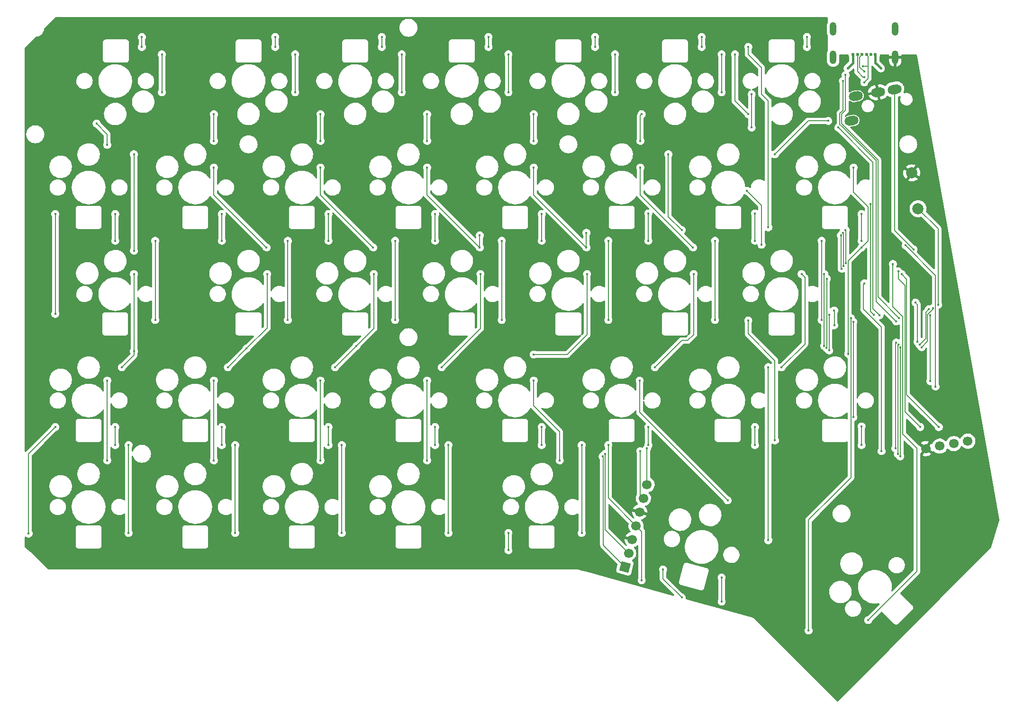
<source format=gbr>
G04 #@! TF.GenerationSoftware,KiCad,Pcbnew,(6.0.8)*
G04 #@! TF.CreationDate,2023-03-04T03:17:21+09:00*
G04 #@! TF.ProjectId,ma8ic_split_69_right,6d613869-635f-4737-906c-69745f36395f,0.1*
G04 #@! TF.SameCoordinates,Original*
G04 #@! TF.FileFunction,Copper,L2,Bot*
G04 #@! TF.FilePolarity,Positive*
%FSLAX46Y46*%
G04 Gerber Fmt 4.6, Leading zero omitted, Abs format (unit mm)*
G04 Created by KiCad (PCBNEW (6.0.8)) date 2023-03-04 03:17:21*
%MOMM*%
%LPD*%
G01*
G04 APERTURE LIST*
G04 Aperture macros list*
%AMHorizOval*
0 Thick line with rounded ends*
0 $1 width*
0 $2 $3 position (X,Y) of the first rounded end (center of the circle)*
0 $4 $5 position (X,Y) of the second rounded end (center of the circle)*
0 Add line between two ends*
20,1,$1,$2,$3,$4,$5,0*
0 Add two circle primitives to create the rounded ends*
1,1,$1,$2,$3*
1,1,$1,$4,$5*%
%AMRotRect*
0 Rectangle, with rotation*
0 The origin of the aperture is its center*
0 $1 length*
0 $2 width*
0 $3 Rotation angle, in degrees counterclockwise*
0 Add horizontal line*
21,1,$1,$2,0,0,$3*%
G04 Aperture macros list end*
G04 #@! TA.AperFunction,ComponentPad*
%ADD10C,2.000000*%
G04 #@! TD*
G04 #@! TA.AperFunction,ComponentPad*
%ADD11C,1.700000*%
G04 #@! TD*
G04 #@! TA.AperFunction,ComponentPad*
%ADD12HorizOval,1.700000X0.393923X0.069459X-0.393923X-0.069459X0*%
G04 #@! TD*
G04 #@! TA.AperFunction,ComponentPad*
%ADD13C,0.600000*%
G04 #@! TD*
G04 #@! TA.AperFunction,ComponentPad*
%ADD14O,1.200000X2.400000*%
G04 #@! TD*
G04 #@! TA.AperFunction,ComponentPad*
%ADD15RotRect,1.700000X1.700000X165.000000*%
G04 #@! TD*
G04 #@! TA.AperFunction,ComponentPad*
%ADD16HorizOval,1.700000X0.000000X0.000000X0.000000X0.000000X0*%
G04 #@! TD*
G04 #@! TA.AperFunction,ViaPad*
%ADD17C,0.400000*%
G04 #@! TD*
G04 #@! TA.AperFunction,Conductor*
%ADD18C,0.152400*%
G04 #@! TD*
G04 #@! TA.AperFunction,Conductor*
%ADD19C,0.400000*%
G04 #@! TD*
G04 APERTURE END LIST*
D10*
G04 #@! TO.P,SW1,1,1*
G04 #@! TO.N,GND*
X218510859Y-64069784D03*
G04 #@! TO.P,SW1,2,2*
G04 #@! TO.N,Net-(R6-Pad2)*
X219639573Y-70471034D03*
G04 #@! TD*
D11*
G04 #@! TO.P,J3,1,Pin_1*
G04 #@! TO.N,SDA*
X228525225Y-112049007D03*
G04 #@! TO.P,J3,2,Pin_2*
G04 #@! TO.N,SCL*
X226023813Y-112490074D03*
G04 #@! TO.P,J3,3,Pin_3*
G04 #@! TO.N,VCC*
X223522401Y-112931140D03*
G04 #@! TO.P,J3,4,Pin_4*
G04 #@! TO.N,GND*
X221020989Y-113372207D03*
G04 #@! TD*
D12*
G04 #@! TO.P,J2,1*
G04 #@! TO.N,N/C*
X207788734Y-54744005D03*
G04 #@! TO.P,J2,2*
G04 #@! TO.N,DATA*
X215430277Y-49131803D03*
G04 #@! TO.P,J2,3*
G04 #@! TO.N,GND*
X212475854Y-49652747D03*
G04 #@! TO.P,J2,4*
G04 #@! TO.N,VCC*
X208536623Y-50347340D03*
G04 #@! TD*
D13*
G04 #@! TO.P,J1,B4,VBUS*
G04 #@! TO.N,VCC*
X208026200Y-42918822D03*
G04 #@! TO.P,J1,B5,CC2*
G04 #@! TO.N,Net-(J1-PadB5)*
X208826200Y-42918822D03*
G04 #@! TO.P,J1,B6,D+*
G04 #@! TO.N,Net-(J1-PadA6)*
X209626200Y-42918822D03*
G04 #@! TO.P,J1,B7,D-*
G04 #@! TO.N,Net-(J1-PadA7)*
X210426200Y-42918822D03*
G04 #@! TO.P,J1,B8,SBU2*
G04 #@! TO.N,unconnected-(J1-PadB8)*
X211226200Y-42918822D03*
G04 #@! TO.P,J1,B9,VBUS*
G04 #@! TO.N,VCC*
X212026200Y-42918822D03*
D14*
G04 #@! TO.P,J1,S1,SHIELD*
G04 #@! TO.N,GND*
X215576200Y-43368822D03*
G04 #@! TO.P,J1,S4*
G04 #@! TO.N,N/C*
X204476200Y-43368822D03*
G04 #@! TO.P,J1,S5*
X215576200Y-38318822D03*
G04 #@! TO.P,J1,S6*
X204476200Y-38318822D03*
G04 #@! TD*
D15*
G04 #@! TO.P,J4,1,Pin_1*
G04 #@! TO.N,MISO*
X167268383Y-134540590D03*
D16*
G04 #@! TO.P,J4,2,Pin_2*
G04 #@! TO.N,MOSI*
X167925783Y-132087138D03*
G04 #@! TO.P,J4,3,Pin_3*
G04 #@! TO.N,GND*
X168583184Y-129633687D03*
G04 #@! TO.P,J4,4,Pin_4*
G04 #@! TO.N,VCC*
X169240584Y-127180235D03*
G04 #@! TO.P,J4,5,Pin_5*
G04 #@! TO.N,GND*
X169897984Y-124726784D03*
G04 #@! TO.P,J4,6,Pin_6*
G04 #@! TO.N,NCS*
X170555385Y-122273332D03*
G04 #@! TO.P,J4,7,Pin_7*
G04 #@! TO.N,SCLK*
X171212785Y-119819880D03*
G04 #@! TD*
D17*
G04 #@! TO.N,GND*
X163115070Y-94059770D03*
X85724120Y-115491110D03*
X98821050Y-120253630D03*
X63102150Y-82153470D03*
X136921210Y-64294020D03*
X211930900Y-57150240D03*
X65483410Y-58340870D03*
X152399400Y-42862680D03*
X70245930Y-90487880D03*
X117871130Y-121563323D03*
X210740270Y-94059770D03*
X86914750Y-58340870D03*
X109536720Y-36909530D03*
X117871130Y-61912760D03*
X67864670Y-58340870D03*
X163115070Y-58340870D03*
X222646570Y-128588040D03*
X195262080Y-94059770D03*
X165496330Y-83344100D03*
X95249160Y-42862680D03*
X195262080Y-36909530D03*
X146446250Y-36909530D03*
X88105380Y-94059770D03*
X180974520Y-97631660D03*
X144064990Y-94059770D03*
X103583570Y-97631660D03*
X145255620Y-94059770D03*
X84533490Y-97631660D03*
X214312160Y-102394180D03*
X141683730Y-97631660D03*
X79770970Y-119063000D03*
X108346090Y-83344100D03*
X201215230Y-92869140D03*
X108346090Y-82153470D03*
X123824280Y-58340870D03*
X165496330Y-82153470D03*
X213835908Y-90487880D03*
X102392940Y-115491110D03*
X214312160Y-126206780D03*
X86914750Y-94059770D03*
X91677270Y-51197090D03*
X147636880Y-36909530D03*
X110727350Y-51197090D03*
X141683730Y-128588040D03*
X66674040Y-97631660D03*
X144064990Y-97631660D03*
X98821050Y-121444260D03*
X216693420Y-126206780D03*
X215502790Y-126206780D03*
X122633650Y-58340870D03*
X188118300Y-121325197D03*
X86795687Y-80962840D03*
X196452710Y-110728590D03*
X201215230Y-83344100D03*
X148827510Y-52387720D03*
X201215230Y-58340870D03*
X82152230Y-110728590D03*
X177402630Y-72628430D03*
X177402630Y-110728590D03*
X194190513Y-137994017D03*
X196452710Y-136803387D03*
X126205540Y-94059770D03*
X121443020Y-115491110D03*
X171926250Y-135016875D03*
X67864670Y-36909530D03*
X195262080Y-136803387D03*
X122633650Y-128588040D03*
X225027830Y-126206780D03*
X63102150Y-72628430D03*
X86795687Y-83344100D03*
X120252390Y-72628430D03*
X110727350Y-36909530D03*
X129777430Y-51197090D03*
X91677270Y-52387720D03*
X219074680Y-102394180D03*
X103583570Y-115491110D03*
X132158690Y-90487880D03*
X223837200Y-127397410D03*
X63102150Y-83344100D03*
X101202310Y-110728590D03*
X194071450Y-36909530D03*
X165496330Y-94059770D03*
X194190513Y-136803387D03*
X179783890Y-97631660D03*
X122633650Y-115491110D03*
X211930900Y-55959610D03*
X91677270Y-50006460D03*
X179783890Y-58340870D03*
X141683730Y-119063000D03*
X129777430Y-52387720D03*
X214312160Y-77629076D03*
X196452710Y-36909530D03*
X141683730Y-121444260D03*
X82152230Y-72628430D03*
X66674040Y-52387720D03*
X198833970Y-58340870D03*
X148827510Y-36909530D03*
X171449480Y-42862680D03*
X225027830Y-107156700D03*
X151208770Y-90487880D03*
X212645625Y-146208750D03*
X215502790Y-128588040D03*
X225027830Y-128588040D03*
X144064990Y-58340870D03*
X186927670Y-90487880D03*
X125014910Y-97631660D03*
X113108610Y-90487880D03*
X196452710Y-135612757D03*
X201215230Y-97631660D03*
X104774200Y-97631660D03*
X147636880Y-115491110D03*
X182165150Y-58340870D03*
X98821050Y-63103390D03*
X160733810Y-58340870D03*
X196452710Y-72628430D03*
X98821050Y-61912760D03*
X103583570Y-58340870D03*
X223837200Y-128588040D03*
X105964830Y-58340870D03*
X167877590Y-51197090D03*
X129777430Y-50006460D03*
X85724120Y-97631660D03*
X65483410Y-115491110D03*
X146446250Y-115491110D03*
X183355780Y-94059770D03*
X219669995Y-80843777D03*
X201215230Y-94059770D03*
X161924440Y-97631660D03*
X127396170Y-80962840D03*
X120252390Y-110728590D03*
X69055300Y-36909530D03*
X225027830Y-127397410D03*
X175021370Y-116681740D03*
X225027830Y-95250400D03*
X201215230Y-91678510D03*
X94058530Y-90487880D03*
X196452710Y-94059770D03*
X86914750Y-97631660D03*
X198833970Y-97631660D03*
X218598428Y-91797573D03*
X142874360Y-97631660D03*
X108346090Y-80962840D03*
X214431223Y-47029885D03*
X196452710Y-137994017D03*
X139302470Y-72747493D03*
X86795687Y-82153470D03*
X85724120Y-94059770D03*
X66674040Y-115491110D03*
X141683730Y-120253630D03*
X125014910Y-58340870D03*
X216693420Y-127397410D03*
X201215230Y-80962840D03*
X219074680Y-103584810D03*
X66674040Y-51197090D03*
X110727350Y-52387720D03*
X211930900Y-54768980D03*
X184546410Y-82153470D03*
X66674040Y-58340870D03*
X117871130Y-120372693D03*
X214312160Y-128588040D03*
X66674040Y-50006460D03*
X158352550Y-110728590D03*
X197643340Y-121444260D03*
X105964830Y-97631660D03*
X122633650Y-97631660D03*
X85724120Y-58340870D03*
X146446250Y-83344100D03*
X146446250Y-80962840D03*
X114299240Y-42862680D03*
X197643340Y-94059770D03*
X176212000Y-116681740D03*
X65483410Y-128588040D03*
X155971290Y-64294020D03*
X155971290Y-63103390D03*
X139302470Y-110728590D03*
X105964830Y-94059770D03*
X117871130Y-63103390D03*
X197643340Y-120253630D03*
X188118300Y-120134567D03*
X84533490Y-128588040D03*
X148827510Y-50006460D03*
X160733810Y-97631660D03*
X108346090Y-94059770D03*
X133349320Y-42862680D03*
X219074680Y-101203550D03*
X103583570Y-128588040D03*
X98821050Y-119063000D03*
X165496330Y-80962840D03*
X79770970Y-120253630D03*
X216693420Y-128588040D03*
X158352550Y-72747493D03*
X136921210Y-61912760D03*
X67864670Y-97631660D03*
X155971290Y-61912760D03*
X123824280Y-94059770D03*
X84533490Y-58340870D03*
X195262080Y-137994017D03*
X107155460Y-94059770D03*
X123824280Y-97631660D03*
X142874360Y-58340870D03*
X66674040Y-36909530D03*
X222646570Y-127397410D03*
X108346090Y-36909530D03*
X205918219Y-88285214D03*
X145255620Y-115491110D03*
X104774200Y-58340870D03*
X223837200Y-126206780D03*
X226218460Y-95250400D03*
X64292780Y-115491110D03*
X214312160Y-101203550D03*
X197643340Y-119063000D03*
X215502790Y-127397410D03*
X146446250Y-82153470D03*
X163115070Y-97631660D03*
X194190513Y-135612757D03*
X214193097Y-44767688D03*
X206096813Y-44886751D03*
X110727350Y-50006460D03*
X200024600Y-58340870D03*
X104774200Y-115491110D03*
X101202310Y-72628430D03*
X180974520Y-58340870D03*
X184546410Y-83344100D03*
X63102150Y-80962840D03*
X184546410Y-94059770D03*
X98821050Y-64294020D03*
X167877590Y-50006460D03*
X136921210Y-63103390D03*
X127396170Y-83344100D03*
X216693420Y-55959610D03*
X66078725Y-111085779D03*
X84533490Y-115491110D03*
X65483410Y-97631660D03*
X200024600Y-97631660D03*
X214312160Y-103584810D03*
X123824280Y-115491110D03*
X167877590Y-52387720D03*
X216693420Y-70247170D03*
X117871130Y-119182063D03*
X83342860Y-115491110D03*
X164305700Y-94059770D03*
X79770970Y-121444260D03*
X117871130Y-64294020D03*
X195262080Y-135612757D03*
X227409090Y-95250400D03*
X141683730Y-58340870D03*
X177402630Y-116681740D03*
X182165150Y-97631660D03*
X170258850Y-90487880D03*
X214312160Y-127397410D03*
X190499560Y-42862680D03*
X161924440Y-58340870D03*
X184546410Y-80962840D03*
X201215230Y-82153470D03*
X63102150Y-109537960D03*
X125014910Y-94059770D03*
X182165150Y-94059770D03*
X222646570Y-126206780D03*
X146446250Y-94059770D03*
X188118300Y-118943937D03*
X148827510Y-51197090D03*
X127396170Y-82153470D03*
X213597782Y-70247170D03*
G04 #@! TO.N,VCC*
X209549640Y-109418897D03*
X78580340Y-128468977D03*
X97633082Y-112749999D03*
X116683162Y-112749999D03*
X83342860Y-76200320D03*
X164305700Y-90368817D03*
X171449480Y-71318737D03*
X152399400Y-76200320D03*
X133349320Y-76200320D03*
X142874360Y-39767042D03*
X114301902Y-112749999D03*
X171449480Y-109537960D03*
X133349320Y-71437800D03*
X126205540Y-76200320D03*
X95249160Y-109537960D03*
X80961600Y-41552987D03*
X190499560Y-76200320D03*
X199786474Y-41552987D03*
X95249160Y-76200320D03*
X126205540Y-90368817D03*
X159540518Y-112749999D03*
X76199080Y-109537960D03*
X183355780Y-76200320D03*
X159543180Y-128468977D03*
X209549640Y-76200320D03*
X104774200Y-39767042D03*
X107036397Y-90368817D03*
X116680500Y-128468977D03*
X135730580Y-128468977D03*
X123824280Y-41552987D03*
X213002467Y-45363003D03*
X180974520Y-39767042D03*
X183355780Y-90368817D03*
X95249160Y-71437800D03*
X114299240Y-71437800D03*
X202405860Y-90368817D03*
X83342860Y-90368817D03*
X142874360Y-41552987D03*
X95246498Y-112749999D03*
X76199080Y-71437800D03*
X135727918Y-112749999D03*
X123824280Y-39767042D03*
X184546875Y-140731875D03*
X190496898Y-112749999D03*
X161924440Y-41552987D03*
X107036397Y-76200320D03*
X199786474Y-39767042D03*
X190499560Y-109537960D03*
X114299240Y-109537960D03*
X114299240Y-76200320D03*
X164303038Y-112749999D03*
X190499560Y-71318737D03*
X133349320Y-109537960D03*
X180974520Y-41552987D03*
X152399400Y-71437800D03*
X133351982Y-112749999D03*
X207049317Y-45363003D03*
X145255620Y-76200320D03*
X170259375Y-136940972D03*
X171449480Y-76200320D03*
X202405860Y-76200320D03*
X80961600Y-39767042D03*
X209549640Y-71437800D03*
X104774200Y-41552987D03*
X76199080Y-112752661D03*
X152402062Y-112749999D03*
X184546875Y-136445625D03*
X161924440Y-39767042D03*
X145255620Y-90368817D03*
X164305700Y-76200320D03*
X76199080Y-76200320D03*
X97630420Y-128468977D03*
X152399400Y-109537960D03*
X171452142Y-112749999D03*
X78577678Y-112749999D03*
X209546978Y-112749999D03*
G04 #@! TO.N,ROW0*
X189904245Y-55959610D03*
X205382435Y-55959610D03*
X189904245Y-50006460D03*
X212764341Y-89535376D03*
G04 #@! TO.N,Net-(D4-Pad2)*
X84533490Y-42862680D03*
X84533490Y-49649271D03*
G04 #@! TO.N,Net-(D5-Pad2)*
X108346090Y-42862680D03*
X108346090Y-49649271D03*
G04 #@! TO.N,Net-(D6-Pad2)*
X127396170Y-42862680D03*
X127396170Y-49649271D03*
G04 #@! TO.N,Net-(D7-Pad2)*
X146446250Y-49649271D03*
X146446250Y-42862680D03*
G04 #@! TO.N,Net-(D8-Pad2)*
X165496330Y-42862680D03*
X165496330Y-49649271D03*
G04 #@! TO.N,Net-(D9-Pad2)*
X184546410Y-42862680D03*
X184546410Y-49649271D03*
G04 #@! TO.N,Net-(D10-Pad2)*
X189308930Y-53578350D03*
X186927670Y-42862680D03*
G04 #@! TO.N,ROW1*
X211692774Y-89416313D03*
X211097459Y-69651855D03*
G04 #@! TO.N,ROW2*
X204657112Y-88690990D03*
X204668057Y-91321321D03*
G04 #@! TO.N,ROW3*
X208072732Y-107752015D03*
X208072732Y-90726006D03*
G04 #@! TO.N,ROW4*
X207644632Y-90011628D03*
X200089085Y-145916660D03*
G04 #@! TO.N,LED*
X210740625Y-144065625D03*
X215145601Y-80367525D03*
G04 #@! TO.N,Net-(D41-Pad2)*
X174069375Y-135016875D03*
X177403125Y-140017500D03*
G04 #@! TO.N,Net-(D42-Pad2)*
X146446250Y-128468977D03*
X146446250Y-131564615D03*
G04 #@! TO.N,Net-(D47-Pad2)*
X65483410Y-109537960D03*
X60720890Y-128588040D03*
G04 #@! TO.N,Net-(D55-Pad2)*
X189308930Y-90487880D03*
X194071450Y-111919220D03*
G04 #@! TO.N,Net-(D62-Pad2)*
X65483410Y-71437800D03*
X65483410Y-89297250D03*
G04 #@! TO.N,Net-(J1-PadA6)*
X210025892Y-45958318D03*
G04 #@! TO.N,Net-(J1-PadA7)*
X209787766Y-45005814D03*
X210025892Y-47863326D03*
G04 #@! TO.N,Net-(J1-PadB5)*
X210025892Y-46910822D03*
G04 #@! TO.N,SCL*
X223360948Y-109537960D03*
X216693420Y-82153470D03*
G04 #@! TO.N,SDA*
X220027184Y-109537960D03*
X216098105Y-81677218D03*
G04 #@! TO.N,MISO*
X220265310Y-95250400D03*
X216503446Y-95250400D03*
X216455294Y-114776732D03*
X163282285Y-114776732D03*
X222289381Y-88225683D03*
G04 #@! TO.N,MOSI*
X221575003Y-88463809D03*
X219908121Y-94774148D03*
X216158288Y-94819747D03*
X216027194Y-114348632D03*
X163710385Y-114300480D03*
G04 #@! TO.N,NCS*
X213121530Y-113824228D03*
X170020724Y-113824228D03*
X210025892Y-83820352D03*
G04 #@! TO.N,SCLK*
X215599094Y-113347976D03*
X219193743Y-87273179D03*
X215740916Y-94416959D03*
X171211354Y-113347976D03*
X219550932Y-94297896D03*
G04 #@! TO.N,/MCU/D-*
X206215876Y-47625200D03*
X215740916Y-90606943D03*
G04 #@! TO.N,/MCU/D+*
X206692128Y-46553633D03*
X216217168Y-90011628D03*
G04 #@! TO.N,Net-(R5-Pad2)*
X221813129Y-89535376D03*
X221813129Y-101322613D03*
G04 #@! TO.N,Net-(R6-Pad2)*
X223241885Y-87630368D03*
G04 #@! TO.N,Net-(R8-Pad2)*
X217407798Y-77033761D03*
X222765633Y-102275117D03*
G04 #@! TO.N,COL0*
X79532844Y-77986265D03*
X79532844Y-60722130D03*
X74770324Y-101203550D03*
X203738312Y-89416313D03*
X79532844Y-95964778D03*
X77389710Y-98822290D03*
X74770324Y-115491110D03*
X72865316Y-55245232D03*
X79532844Y-82153470D03*
X74770324Y-59055248D03*
X203772515Y-95834284D03*
G04 #@! TO.N,COL1*
X96320727Y-98822290D03*
X203310212Y-82986911D03*
X99654491Y-95488526D03*
X93820404Y-53578350D03*
X103345444Y-82153470D03*
X93820404Y-58340870D03*
X93820404Y-115491110D03*
X93820404Y-63103390D03*
X103226381Y-77390950D03*
X93820404Y-101203550D03*
X203272366Y-95402528D03*
G04 #@! TO.N,COL2*
X202882112Y-95012274D03*
X119299886Y-95012274D03*
X122395524Y-82153470D03*
X122276461Y-77390950D03*
X112870484Y-115491110D03*
X112870484Y-58340870D03*
X202882112Y-82153470D03*
X112870484Y-63103390D03*
X112870484Y-101203550D03*
X115489870Y-98822290D03*
X112870484Y-53578350D03*
G04 #@! TO.N,COL3*
X131920564Y-115491110D03*
X141326541Y-77390950D03*
X205977750Y-81200966D03*
X141326541Y-75247816D03*
X131920564Y-63103390D03*
X131920564Y-53578350D03*
X134539950Y-98822290D03*
X131920564Y-58340870D03*
X131920564Y-101203550D03*
X205858687Y-75247816D03*
X141445604Y-82153470D03*
G04 #@! TO.N,COL4*
X150970644Y-63103390D03*
X150970644Y-101203550D03*
X150970644Y-58340870D03*
X206353440Y-80718070D03*
X160495684Y-82153470D03*
X150970644Y-96560093D03*
X160376621Y-74771564D03*
X150970644Y-53578350D03*
X206215876Y-74771564D03*
X160376621Y-77390950D03*
X155614101Y-115491110D03*
G04 #@! TO.N,COL5*
X179545764Y-82153470D03*
X169901661Y-101203550D03*
X206740280Y-80253100D03*
X170020724Y-58340870D03*
X177402630Y-74295312D03*
X206692128Y-74295312D03*
X185617977Y-122634890D03*
X172640110Y-98822290D03*
X179426701Y-77390950D03*
X170020724Y-63103390D03*
X175021370Y-60722130D03*
X170258850Y-53578350D03*
G04 #@! TO.N,COL6*
X189070804Y-67270595D03*
X191690190Y-76914698D03*
X194071450Y-60722130D03*
X192880820Y-129778670D03*
X203596490Y-54768980D03*
X192880820Y-98822290D03*
X195262080Y-98822290D03*
X198833970Y-82153470D03*
G04 #@! TO.N,DATA*
X218836554Y-77748139D03*
G04 #@! TO.N,Net-(D70-Pad2)*
X189308930Y-41552987D03*
X192880820Y-73819060D03*
G04 #@! TO.N,COL7*
X209549640Y-77390950D03*
X208120884Y-63103390D03*
X207168380Y-96441030D03*
G04 #@! TD*
D18*
G04 #@! TO.N,VCC*
X152399400Y-109537960D02*
X152399400Y-112747337D01*
X190499560Y-109537960D02*
X190499560Y-112747337D01*
X180974520Y-41552987D02*
X180974520Y-39767042D01*
X83342860Y-90368817D02*
X83342860Y-76200320D01*
X199786474Y-41552987D02*
X199786474Y-39767042D01*
X183355780Y-90368817D02*
X183355780Y-76200320D01*
X114299240Y-71437800D02*
X114299240Y-76200320D01*
D19*
X212288089Y-44648625D02*
X213002467Y-45363003D01*
D18*
X209549640Y-112747337D02*
X209546978Y-112749999D01*
X171449480Y-109537960D02*
X171449480Y-112747337D01*
X135730580Y-112752661D02*
X135727918Y-112749999D01*
X152399400Y-112747337D02*
X152402062Y-112749999D01*
X107036397Y-90368817D02*
X107036397Y-76200320D01*
X95249160Y-71437800D02*
X95249160Y-76200320D01*
X202405860Y-90368817D02*
X202405860Y-76200320D01*
X164305700Y-90368817D02*
X164305700Y-76200320D01*
X169240584Y-127180235D02*
X164303038Y-122242689D01*
X190499560Y-112747337D02*
X190496898Y-112749999D01*
X116680500Y-112752661D02*
X116683162Y-112749999D01*
D19*
X208026200Y-42918822D02*
X208026200Y-44386120D01*
D18*
X171449480Y-71318737D02*
X171449480Y-76200320D01*
X164303038Y-122242689D02*
X164303038Y-112749999D01*
X133349320Y-109537960D02*
X133349320Y-112747337D01*
X170259375Y-136208597D02*
X170258850Y-136208072D01*
X171449480Y-112747337D02*
X171452142Y-112749999D01*
X161924440Y-41552987D02*
X161924440Y-39767042D01*
X104774200Y-41552987D02*
X104774200Y-39767042D01*
X114299240Y-112747337D02*
X114301902Y-112749999D01*
X97630420Y-128468977D02*
X97630420Y-112752661D01*
X145255620Y-90368817D02*
X145255620Y-76200320D01*
X76199080Y-109537960D02*
X76199080Y-112752661D01*
D19*
X208026200Y-44386120D02*
X207049317Y-45363003D01*
D18*
X184546875Y-140731875D02*
X184546875Y-136445625D01*
X78580340Y-128468977D02*
X78580340Y-112752661D01*
X190499560Y-71318737D02*
X190499560Y-76200320D01*
X116680500Y-128468977D02*
X116680500Y-112752661D01*
X209549640Y-109418897D02*
X209549640Y-112747337D01*
X159543180Y-112752661D02*
X159540518Y-112749999D01*
X159543180Y-128468977D02*
X159543180Y-112752661D01*
X170258850Y-136208072D02*
X170258850Y-128198501D01*
D19*
X212026200Y-42918822D02*
X212026200Y-44386736D01*
D18*
X152399400Y-71437800D02*
X152399400Y-76200320D01*
X123824280Y-41552987D02*
X123824280Y-39767042D01*
X78580340Y-112752661D02*
X78577678Y-112749999D01*
X209549640Y-71437800D02*
X209549640Y-76200320D01*
X126205540Y-90368817D02*
X126205540Y-76200320D01*
X133349320Y-112747337D02*
X133351982Y-112749999D01*
X133349320Y-71437800D02*
X133349320Y-76200320D01*
X114299240Y-109537960D02*
X114299240Y-112747337D01*
X76199080Y-71437800D02*
X76199080Y-76200320D01*
X135730580Y-128468977D02*
X135730580Y-112752661D01*
D19*
X212026200Y-44386736D02*
X212288089Y-44648625D01*
D18*
X170259375Y-136940972D02*
X170259375Y-136208597D01*
X170258850Y-128198501D02*
X169240584Y-127180235D01*
X142874360Y-41552987D02*
X142874360Y-39767042D01*
X95249160Y-112747337D02*
X95246498Y-112749999D01*
X95249160Y-109537960D02*
X95249160Y-112747337D01*
X80961600Y-41552987D02*
X80961600Y-39767042D01*
X97630420Y-112752661D02*
X97633082Y-112749999D01*
G04 #@! TO.N,ROW0*
X212764341Y-89535376D02*
X211543659Y-88314694D01*
X211563701Y-69750876D02*
X211563701Y-62140876D01*
X211563701Y-62140876D02*
X205382435Y-55959610D01*
X211543659Y-69770918D02*
X211563701Y-69750876D01*
X211543659Y-88314694D02*
X211543659Y-69770918D01*
X189904245Y-50006460D02*
X189904245Y-55959610D01*
G04 #@! TO.N,Net-(D4-Pad2)*
X84533490Y-42862680D02*
X84533490Y-49649271D01*
G04 #@! TO.N,Net-(D5-Pad2)*
X108346090Y-42862680D02*
X108346090Y-49649271D01*
G04 #@! TO.N,Net-(D6-Pad2)*
X127396170Y-42862680D02*
X127396170Y-49649271D01*
G04 #@! TO.N,Net-(D7-Pad2)*
X146446250Y-42862680D02*
X146446250Y-49649271D01*
G04 #@! TO.N,Net-(D8-Pad2)*
X165496330Y-42862680D02*
X165496330Y-49649271D01*
G04 #@! TO.N,Net-(D9-Pad2)*
X184546410Y-42862680D02*
X184546410Y-49649271D01*
G04 #@! TO.N,Net-(D10-Pad2)*
X186927670Y-51197090D02*
X189308930Y-53578350D01*
X186927670Y-42862680D02*
X186927670Y-51197090D01*
G04 #@! TO.N,ROW1*
X211097459Y-88820998D02*
X211692774Y-89416313D01*
X211097459Y-69651855D02*
X211097459Y-88820998D01*
G04 #@! TO.N,ROW2*
X204668057Y-91321321D02*
X204668057Y-88701935D01*
X204668057Y-88701935D02*
X204657112Y-88690990D01*
G04 #@! TO.N,ROW3*
X208072732Y-107752015D02*
X208072732Y-90726006D01*
G04 #@! TO.N,ROW4*
X207644632Y-94178833D02*
X207644632Y-90011628D01*
X207644632Y-118586748D02*
X207644632Y-94178833D01*
X204787120Y-121444260D02*
X207644632Y-118586748D01*
X200089085Y-145916660D02*
X200089085Y-126142295D01*
X200089085Y-126142295D02*
X204787120Y-121444260D01*
G04 #@! TO.N,LED*
X216931546Y-110808135D02*
X219431869Y-113308458D01*
X215145601Y-87987557D02*
X216931546Y-89773502D01*
X219431869Y-113308458D02*
X219431869Y-135374381D01*
X216931546Y-89773502D02*
X216931546Y-110808135D01*
X215145601Y-80367525D02*
X215145601Y-87987557D01*
X219431869Y-135374381D02*
X210740625Y-144065625D01*
G04 #@! TO.N,Net-(D41-Pad2)*
X174069375Y-136683750D02*
X177403125Y-140017500D01*
X174069375Y-135016875D02*
X174069375Y-136683750D01*
G04 #@! TO.N,Net-(D42-Pad2)*
X146446250Y-131564615D02*
X146446250Y-128468977D01*
G04 #@! TO.N,Net-(D47-Pad2)*
X60720890Y-128588040D02*
X60720890Y-114300480D01*
X60720890Y-114300480D02*
X65483410Y-109537960D01*
G04 #@! TO.N,Net-(D55-Pad2)*
X194071450Y-97631660D02*
X189308930Y-92869140D01*
X194071450Y-111919220D02*
X194071450Y-97631660D01*
X189308930Y-92869140D02*
X189308930Y-90487880D01*
G04 #@! TO.N,Net-(D62-Pad2)*
X65483410Y-89297250D02*
X65483410Y-71437800D01*
G04 #@! TO.N,Net-(J1-PadA6)*
X209192451Y-43352571D02*
X209192451Y-45124877D01*
X209626200Y-42918822D02*
X209192451Y-43352571D01*
X209192451Y-45124877D02*
X210025892Y-45958318D01*
G04 #@! TO.N,Net-(J1-PadA7)*
X210726200Y-43218822D02*
X210726200Y-45019884D01*
X210726200Y-45019884D02*
X210726200Y-47163018D01*
X209787766Y-45005814D02*
X210712130Y-45005814D01*
X210726200Y-47163018D02*
X210025892Y-47863326D01*
X210712130Y-45005814D02*
X210726200Y-45019884D01*
X210426200Y-42918822D02*
X210726200Y-43218822D01*
G04 #@! TO.N,Net-(J1-PadB5)*
X210025892Y-46910822D02*
X209787766Y-46910822D01*
X208826200Y-45949256D02*
X208826200Y-42918822D01*
X209787766Y-46910822D02*
X208826200Y-45949256D01*
G04 #@! TO.N,SCL*
X217593535Y-103770547D02*
X217593535Y-84891919D01*
X223360948Y-109537960D02*
X217593535Y-103770547D01*
X217593535Y-83053585D02*
X216693420Y-82153470D01*
X217593535Y-84891919D02*
X217593535Y-83053585D01*
G04 #@! TO.N,SDA*
X217288735Y-106799511D02*
X217288735Y-84534730D01*
X217288735Y-84534730D02*
X217288735Y-84177541D01*
X217288735Y-84177541D02*
X216098105Y-82986911D01*
X220027184Y-109537960D02*
X217288735Y-106799511D01*
X216098105Y-82986911D02*
X216098105Y-81677218D01*
G04 #@! TO.N,MISO*
X222289381Y-88452992D02*
X221336877Y-89405496D01*
X216455294Y-114776732D02*
X216455294Y-95298552D01*
X163472259Y-130612111D02*
X163405585Y-130545437D01*
X163405585Y-127745488D02*
X163405585Y-114900032D01*
X221336877Y-94178833D02*
X220265310Y-95250400D01*
X221336877Y-89405496D02*
X221336877Y-89654439D01*
X163472259Y-130744466D02*
X163472259Y-130612111D01*
X221336877Y-89654439D02*
X221336877Y-94178833D01*
X163405585Y-114900032D02*
X163282285Y-114776732D01*
X222289381Y-88225683D02*
X222289381Y-88452992D01*
X163405585Y-130545437D02*
X163405585Y-127745488D01*
X167268383Y-134540590D02*
X163472259Y-130744466D01*
X216455294Y-95298552D02*
X216503446Y-95250400D01*
G04 #@! TO.N,MOSI*
X216158288Y-94819747D02*
X216027194Y-94950841D01*
X163710385Y-127871740D02*
X163710385Y-114300480D01*
X221575003Y-88463809D02*
X221032077Y-89006735D01*
X219960510Y-94774148D02*
X219908121Y-94774148D01*
X221032077Y-89006735D02*
X221032077Y-93702581D01*
X221032077Y-93702581D02*
X219960510Y-94774148D01*
X167925783Y-132087138D02*
X163710385Y-127871740D01*
X216027194Y-94950841D02*
X216027194Y-114348632D01*
G04 #@! TO.N,NCS*
X213121530Y-113824228D02*
X213121530Y-91678510D01*
X170020724Y-121738671D02*
X170020724Y-113824228D01*
X209906829Y-88463809D02*
X209906829Y-83939415D01*
X170555385Y-122273332D02*
X170020724Y-121738671D01*
X209906829Y-83939415D02*
X210025892Y-83820352D01*
X213121530Y-91678510D02*
X209906829Y-88463809D01*
G04 #@! TO.N,SCLK*
X215599094Y-113347976D02*
X215599094Y-94558781D01*
X171212785Y-119819880D02*
X171212785Y-113349407D01*
X215599094Y-94558781D02*
X215740916Y-94416959D01*
X219550932Y-87630368D02*
X219193743Y-87273179D01*
X219550932Y-94297896D02*
X219550932Y-87630368D01*
X171212785Y-113349407D02*
X171211354Y-113347976D01*
G04 #@! TO.N,/MCU/D-*
X205858687Y-53221161D02*
X205672950Y-53406898D01*
X205672950Y-55371484D02*
X206059882Y-55758416D01*
X206059882Y-55758416D02*
X212169026Y-61867560D01*
X206215876Y-47625200D02*
X206215876Y-52863972D01*
X212169026Y-61867560D02*
X212169026Y-65484650D01*
X212169026Y-87035053D02*
X215740916Y-90606943D01*
X206215876Y-52863972D02*
X205858687Y-53221161D01*
X212169026Y-65484650D02*
X212169026Y-87035053D01*
X205672950Y-53406898D02*
X205672950Y-55371484D01*
G04 #@! TO.N,/MCU/D+*
X205977750Y-55245232D02*
X207168380Y-56435862D01*
X206692128Y-52863972D02*
X205977750Y-53578350D01*
X205977750Y-53578350D02*
X205977750Y-55245232D01*
X212473826Y-64413083D02*
X212473826Y-86268286D01*
X212473826Y-61741308D02*
X212473826Y-64413083D01*
X207168380Y-56435862D02*
X212473826Y-61741308D01*
X212473826Y-86268286D02*
X216217168Y-90011628D01*
X206692128Y-46553633D02*
X206692128Y-52863972D01*
G04 #@! TO.N,Net-(R5-Pad2)*
X221813129Y-101322613D02*
X221813129Y-89535376D01*
G04 #@! TO.N,Net-(R6-Pad2)*
X223241885Y-87630368D02*
X223241885Y-74073346D01*
X223241885Y-74073346D02*
X219639573Y-70471034D01*
G04 #@! TO.N,Net-(R8-Pad2)*
X222765633Y-102275117D02*
X222765633Y-82391596D01*
X222765633Y-82391596D02*
X217407798Y-77033761D01*
G04 #@! TO.N,COL0*
X72865316Y-55245232D02*
X74770324Y-57150240D01*
X74770324Y-115491110D02*
X74770324Y-101203550D01*
X203738312Y-89416313D02*
X203738312Y-95800081D01*
X79532844Y-95964778D02*
X79532844Y-82153470D01*
X77389710Y-98822290D02*
X79532844Y-96679156D01*
X203738312Y-95800081D02*
X203772515Y-95834284D01*
X79532844Y-60722130D02*
X79532844Y-77986265D01*
X74770324Y-57150240D02*
X74770324Y-59055248D01*
X79532844Y-96679156D02*
X79532844Y-95964778D01*
G04 #@! TO.N,COL1*
X93820404Y-67984973D02*
X93820404Y-63103390D01*
X99654491Y-95488526D02*
X103345444Y-91797573D01*
X103345444Y-91797573D02*
X103345444Y-82153470D01*
X103226381Y-77390950D02*
X93820404Y-67984973D01*
X203310212Y-95364682D02*
X203272366Y-95402528D01*
X96320727Y-98822290D02*
X99654491Y-95488526D01*
X203310212Y-82986911D02*
X203310212Y-95364682D01*
X93820404Y-58340870D02*
X93820404Y-53578350D01*
X93820404Y-115491110D02*
X93820404Y-101203550D01*
G04 #@! TO.N,COL2*
X112870484Y-67984973D02*
X112870484Y-63103390D01*
X115489870Y-98822290D02*
X119299886Y-95012274D01*
X112870484Y-115491110D02*
X112870484Y-101203550D01*
X112870484Y-58340870D02*
X112870484Y-53578350D01*
X202882112Y-94536022D02*
X202882112Y-95012274D01*
X202882112Y-93464455D02*
X202882112Y-94536022D01*
X122395524Y-91916636D02*
X122395524Y-82153470D01*
X122276461Y-77390950D02*
X112870484Y-67984973D01*
X202882112Y-82153470D02*
X202882112Y-93464455D01*
X119299886Y-95012274D02*
X122395524Y-91916636D01*
G04 #@! TO.N,COL3*
X131920564Y-58340870D02*
X131920564Y-53578350D01*
X131920564Y-115491110D02*
X131920564Y-101203550D01*
X131920564Y-67984973D02*
X131920564Y-63103390D01*
X141326541Y-75247816D02*
X141326541Y-77390950D01*
X141326541Y-77390950D02*
X131920564Y-67984973D01*
X205858687Y-81081903D02*
X205858687Y-75247816D01*
X141445604Y-91916636D02*
X141445604Y-82153470D01*
X205977750Y-81200966D02*
X205858687Y-81081903D01*
X134539950Y-98822290D02*
X141445604Y-91916636D01*
G04 #@! TO.N,COL4*
X155614101Y-115491110D02*
X155614101Y-110371401D01*
X150970644Y-105727944D02*
X150970644Y-101203550D01*
X206353440Y-80718070D02*
X206294080Y-80658710D01*
X151327833Y-106085133D02*
X150970644Y-105727944D01*
X155614101Y-110371401D02*
X151327833Y-106085133D01*
X160376621Y-77390950D02*
X150970644Y-67984973D01*
X206294080Y-80658710D02*
X206294080Y-74849768D01*
X159543180Y-93940707D02*
X160495684Y-92988203D01*
X160376621Y-77390950D02*
X160376621Y-74771564D01*
X150970644Y-58340870D02*
X150970644Y-53578350D01*
X150970644Y-67984973D02*
X150970644Y-63103390D01*
X156923794Y-96560093D02*
X159543180Y-93940707D01*
X160495684Y-92988203D02*
X160495684Y-82153470D01*
X206294080Y-74849768D02*
X206215876Y-74771564D01*
X150970644Y-96560093D02*
X156923794Y-96560093D01*
G04 #@! TO.N,COL5*
X172640110Y-98822290D02*
X177402630Y-94059770D01*
X175021370Y-60722130D02*
X175021370Y-71914052D01*
X179545764Y-92988203D02*
X179545764Y-82153470D01*
X185617977Y-122634890D02*
X169901661Y-106918574D01*
X179426701Y-77390950D02*
X170020724Y-67984973D01*
X206740280Y-80253100D02*
X206740280Y-74343464D01*
X170020724Y-58340870D02*
X170020724Y-53816476D01*
X177402630Y-94059770D02*
X178474197Y-94059770D01*
X169901661Y-106918574D02*
X169901661Y-101203550D01*
X206740280Y-74343464D02*
X206692128Y-74295312D01*
X178474197Y-94059770D02*
X179545764Y-92988203D01*
X175021370Y-71914052D02*
X177402630Y-74295312D01*
X170020724Y-67984973D02*
X170020724Y-63103390D01*
X170020724Y-53816476D02*
X170258850Y-53578350D01*
G04 #@! TO.N,COL6*
X195262080Y-98822290D02*
X199429285Y-94655085D01*
X199429285Y-82748785D02*
X198833970Y-82153470D01*
X191690190Y-69889981D02*
X189070804Y-67270595D01*
X200024600Y-54768980D02*
X203596490Y-54768980D01*
X191690190Y-76914698D02*
X191690190Y-69889981D01*
X192880820Y-129778670D02*
X192880820Y-98822290D01*
X194071450Y-60722130D02*
X200024600Y-54768980D01*
X199429285Y-82867848D02*
X199429285Y-82748785D01*
X199429285Y-94655085D02*
X199429285Y-82867848D01*
G04 #@! TO.N,DATA*
X215430277Y-49131803D02*
X215430277Y-74341862D01*
X215430277Y-74341862D02*
X218836554Y-77748139D01*
G04 #@! TO.N,Net-(D70-Pad2)*
X191690190Y-46434570D02*
X191690190Y-45243940D01*
X189308930Y-42862680D02*
X189308930Y-41552987D01*
X191690190Y-50006460D02*
X191690190Y-46434570D01*
X191690190Y-45243940D02*
X189308930Y-42862680D01*
X192880820Y-51197090D02*
X191690190Y-50006460D01*
X192880820Y-73819060D02*
X192880820Y-51197090D01*
G04 #@! TO.N,COL7*
X210740270Y-76200320D02*
X210740270Y-70128107D01*
X208120884Y-67508721D02*
X208120884Y-63103390D01*
X210740270Y-70128107D02*
X208120884Y-67508721D01*
X207168380Y-96441030D02*
X207168380Y-79772210D01*
X207168380Y-79772210D02*
X210740270Y-76200320D01*
G04 #@! TD*
G04 #@! TA.AperFunction,Conductor*
G04 #@! TO.N,GND*
G36*
X203388641Y-36227321D02*
G01*
X203456762Y-36247323D01*
X203503255Y-36300979D01*
X203514641Y-36353321D01*
X203514641Y-37127316D01*
X203494492Y-37195665D01*
X203491246Y-37200693D01*
X203487580Y-37206370D01*
X203485337Y-37211936D01*
X203416240Y-37383389D01*
X203408514Y-37402559D01*
X203367972Y-37610159D01*
X203367700Y-37615721D01*
X203367700Y-38971668D01*
X203382748Y-39129388D01*
X203442292Y-39332356D01*
X203500657Y-39445678D01*
X203514641Y-39503370D01*
X203514641Y-42177316D01*
X203494492Y-42245665D01*
X203487580Y-42256370D01*
X203471030Y-42297436D01*
X203411659Y-42444756D01*
X203408514Y-42452559D01*
X203367972Y-42660159D01*
X203367700Y-42665721D01*
X203367700Y-44021668D01*
X203382748Y-44179388D01*
X203442292Y-44382356D01*
X203445036Y-44387683D01*
X203445036Y-44387684D01*
X203536257Y-44564800D01*
X203539142Y-44570402D01*
X203669804Y-44736742D01*
X203674335Y-44740674D01*
X203674338Y-44740677D01*
X203790588Y-44841553D01*
X203829563Y-44875374D01*
X203834749Y-44878374D01*
X203834753Y-44878377D01*
X203952322Y-44946392D01*
X204012654Y-44981295D01*
X204212471Y-45050683D01*
X204218406Y-45051544D01*
X204218408Y-45051544D01*
X204415864Y-45080174D01*
X204415867Y-45080174D01*
X204421804Y-45081035D01*
X204633099Y-45071255D01*
X204765049Y-45039455D01*
X204832901Y-45023103D01*
X204832903Y-45023102D01*
X204838734Y-45021697D01*
X204844192Y-45019215D01*
X204844196Y-45019214D01*
X204959241Y-44966906D01*
X205031287Y-44934148D01*
X205203811Y-44811768D01*
X205350081Y-44658972D01*
X205464820Y-44481274D01*
X205526883Y-44327276D01*
X205541642Y-44290654D01*
X205541643Y-44290651D01*
X205543886Y-44285085D01*
X205584428Y-44077485D01*
X205584700Y-44071923D01*
X205584700Y-43003322D01*
X205604702Y-42935201D01*
X205658358Y-42888708D01*
X205710700Y-42877322D01*
X207095458Y-42877322D01*
X207163579Y-42897324D01*
X207210072Y-42950980D01*
X207220856Y-42991024D01*
X207230363Y-43087982D01*
X207287618Y-43260095D01*
X207291265Y-43266118D01*
X207291266Y-43266119D01*
X207299476Y-43279675D01*
X207317700Y-43344946D01*
X207317700Y-44040460D01*
X207297698Y-44108581D01*
X207280795Y-44129555D01*
X206568797Y-44841553D01*
X206562532Y-44847407D01*
X206518932Y-44885442D01*
X206484701Y-44934148D01*
X206482189Y-44937722D01*
X206478256Y-44943017D01*
X206438841Y-44993285D01*
X206435718Y-45000201D01*
X206434334Y-45002487D01*
X206425960Y-45017168D01*
X206424695Y-45019528D01*
X206420327Y-45025742D01*
X206417567Y-45032821D01*
X206417566Y-45032823D01*
X206397115Y-45085278D01*
X206394564Y-45091347D01*
X206368272Y-45149576D01*
X206366888Y-45157043D01*
X206366087Y-45159598D01*
X206361458Y-45175851D01*
X206360795Y-45178431D01*
X206358035Y-45185512D01*
X206357044Y-45193043D01*
X206357043Y-45193045D01*
X206349696Y-45248855D01*
X206348665Y-45255362D01*
X206337021Y-45318189D01*
X206337458Y-45325767D01*
X206337292Y-45328402D01*
X206336671Y-45345348D01*
X206336643Y-45347998D01*
X206335652Y-45355529D01*
X206342663Y-45419032D01*
X206343214Y-45425597D01*
X206346893Y-45489388D01*
X206349126Y-45496648D01*
X206349596Y-45499259D01*
X206353033Y-45515857D01*
X206353636Y-45518430D01*
X206354470Y-45525978D01*
X206357080Y-45533109D01*
X206357080Y-45533111D01*
X206376426Y-45585978D01*
X206378530Y-45592228D01*
X206397316Y-45653292D01*
X206401216Y-45659809D01*
X206402291Y-45662223D01*
X206409603Y-45677552D01*
X206410791Y-45679884D01*
X206413402Y-45687018D01*
X206417639Y-45693323D01*
X206440863Y-45727884D01*
X206462256Y-45795581D01*
X206443652Y-45864097D01*
X206394071Y-45910126D01*
X206311917Y-45952529D01*
X206290967Y-45963342D01*
X206161743Y-46076072D01*
X206063138Y-46216372D01*
X206054090Y-46239580D01*
X206008928Y-46355414D01*
X206000846Y-46376142D01*
X205999854Y-46383675D01*
X205999854Y-46383676D01*
X205986550Y-46484733D01*
X205978463Y-46546159D01*
X205985154Y-46606764D01*
X205995667Y-46701988D01*
X205997281Y-46716608D01*
X205999890Y-46723739D01*
X205999891Y-46723741D01*
X206028098Y-46800819D01*
X206032724Y-46871664D01*
X205998315Y-46933765D01*
X205966090Y-46954304D01*
X205967099Y-46956258D01*
X205814715Y-47034909D01*
X205685491Y-47147639D01*
X205586886Y-47287939D01*
X205524594Y-47447709D01*
X205523602Y-47455242D01*
X205523602Y-47455243D01*
X205504076Y-47603563D01*
X205502211Y-47617726D01*
X205510562Y-47693369D01*
X205516069Y-47743244D01*
X205521029Y-47788175D01*
X205523638Y-47795306D01*
X205523639Y-47795308D01*
X205568410Y-47917649D01*
X205579961Y-47949215D01*
X205584196Y-47955518D01*
X205584199Y-47955523D01*
X205609758Y-47993559D01*
X205631176Y-48063834D01*
X205631176Y-52569590D01*
X205611174Y-52637711D01*
X205594272Y-52658685D01*
X205472343Y-52780615D01*
X205472339Y-52780618D01*
X205380798Y-52872160D01*
X205292444Y-52960514D01*
X205280051Y-52971382D01*
X205255937Y-52989885D01*
X205196373Y-53067512D01*
X205173246Y-53097650D01*
X205173245Y-53097652D01*
X205162216Y-53112025D01*
X205162216Y-53112026D01*
X205156173Y-53126615D01*
X205118240Y-53218194D01*
X205103300Y-53254261D01*
X205095364Y-53314542D01*
X205083205Y-53406898D01*
X205084283Y-53415086D01*
X205087172Y-53437031D01*
X205088250Y-53453477D01*
X205088250Y-55237345D01*
X205068248Y-55305466D01*
X205020041Y-55349310D01*
X205002220Y-55358508D01*
X204990927Y-55364337D01*
X204981274Y-55369319D01*
X204852050Y-55482049D01*
X204753445Y-55622349D01*
X204691153Y-55782119D01*
X204690161Y-55789652D01*
X204690161Y-55789653D01*
X204669818Y-55944179D01*
X204668770Y-55952136D01*
X204687588Y-56122585D01*
X204690197Y-56129716D01*
X204690198Y-56129718D01*
X204698123Y-56151374D01*
X204746520Y-56283625D01*
X204842165Y-56425959D01*
X204969000Y-56541370D01*
X205119703Y-56623195D01*
X205221496Y-56649900D01*
X205278616Y-56682681D01*
X210942096Y-62346161D01*
X210976122Y-62408473D01*
X210979001Y-62435256D01*
X210979001Y-65190528D01*
X210958999Y-65258649D01*
X210905343Y-65305142D01*
X210835069Y-65315246D01*
X210799946Y-65304812D01*
X210792844Y-65301516D01*
X210561732Y-65237424D01*
X210458021Y-65226340D01*
X210369278Y-65216856D01*
X210369270Y-65216856D01*
X210365943Y-65216500D01*
X210226697Y-65216500D01*
X210224124Y-65216712D01*
X210224113Y-65216712D01*
X210053624Y-65230729D01*
X210053618Y-65230730D01*
X210048473Y-65231153D01*
X209939006Y-65258649D01*
X209820875Y-65288321D01*
X209820871Y-65288322D01*
X209815864Y-65289580D01*
X209811134Y-65291636D01*
X209811127Y-65291639D01*
X209600659Y-65383153D01*
X209600656Y-65383155D01*
X209595922Y-65385213D01*
X209591588Y-65388017D01*
X209591584Y-65388019D01*
X209398896Y-65512675D01*
X209398893Y-65512677D01*
X209394553Y-65515485D01*
X209390730Y-65518964D01*
X209390727Y-65518966D01*
X209220987Y-65673418D01*
X209217165Y-65676896D01*
X209213966Y-65680947D01*
X209213962Y-65680951D01*
X209193011Y-65707480D01*
X209068521Y-65865112D01*
X208952613Y-66075078D01*
X208950886Y-66079956D01*
X208950883Y-66079963D01*
X208950357Y-66081447D01*
X208949983Y-66081965D01*
X208948766Y-66084672D01*
X208948207Y-66084421D01*
X208908764Y-66138984D01*
X208842667Y-66164901D01*
X208773051Y-66150968D01*
X208722019Y-66101610D01*
X208705584Y-66039389D01*
X208705584Y-63544469D01*
X208729262Y-63470943D01*
X208741873Y-63453392D01*
X208746308Y-63447220D01*
X208810269Y-63288110D01*
X208824262Y-63189788D01*
X208833850Y-63122421D01*
X208833850Y-63122417D01*
X208834431Y-63118337D01*
X208834588Y-63103390D01*
X208827554Y-63045267D01*
X208814899Y-62940689D01*
X208814898Y-62940686D01*
X208813986Y-62933148D01*
X208804910Y-62909127D01*
X208756055Y-62779837D01*
X208753371Y-62772734D01*
X208680690Y-62666982D01*
X208660543Y-62637668D01*
X208660542Y-62637666D01*
X208656241Y-62631409D01*
X208650570Y-62626356D01*
X208533877Y-62522386D01*
X208533874Y-62522384D01*
X208528205Y-62517333D01*
X208520209Y-62513099D01*
X208383365Y-62440644D01*
X208383366Y-62440644D01*
X208376653Y-62437090D01*
X208359080Y-62432676D01*
X208217706Y-62397165D01*
X208217702Y-62397165D01*
X208210335Y-62395314D01*
X208202736Y-62395274D01*
X208202734Y-62395274D01*
X208131278Y-62394900D01*
X208038853Y-62394416D01*
X208031473Y-62396188D01*
X208031471Y-62396188D01*
X207879486Y-62432676D01*
X207879482Y-62432677D01*
X207872107Y-62434448D01*
X207719723Y-62513099D01*
X207590499Y-62625829D01*
X207491894Y-62766129D01*
X207461757Y-62843427D01*
X207439558Y-62900364D01*
X207429602Y-62925899D01*
X207428610Y-62933432D01*
X207428610Y-62933433D01*
X207413312Y-63049636D01*
X207407219Y-63095916D01*
X207426037Y-63266365D01*
X207428646Y-63273496D01*
X207428647Y-63273498D01*
X207467192Y-63378826D01*
X207484969Y-63427405D01*
X207489204Y-63433708D01*
X207489207Y-63433713D01*
X207514766Y-63471749D01*
X207536184Y-63542024D01*
X207536184Y-64957141D01*
X207516182Y-65025262D01*
X207462526Y-65071755D01*
X207392252Y-65081859D01*
X207327672Y-65052365D01*
X207303447Y-65024097D01*
X207303127Y-65023586D01*
X207243968Y-64929279D01*
X207241696Y-64926443D01*
X207241691Y-64926436D01*
X207029313Y-64661345D01*
X207027041Y-64658509D01*
X206795420Y-64429301D01*
X206783007Y-64417017D01*
X206783006Y-64417016D01*
X206780429Y-64414466D01*
X206662797Y-64322231D01*
X206510259Y-64202626D01*
X206510257Y-64202625D01*
X206507402Y-64200386D01*
X206211579Y-64019105D01*
X206208294Y-64017580D01*
X206208290Y-64017578D01*
X205900163Y-63874551D01*
X205896880Y-63873027D01*
X205726612Y-63816716D01*
X205570922Y-63765226D01*
X205570917Y-63765225D01*
X205567477Y-63764087D01*
X205563922Y-63763351D01*
X205563919Y-63763350D01*
X205231286Y-63694465D01*
X205231283Y-63694465D01*
X205227736Y-63693730D01*
X205073447Y-63679960D01*
X204925424Y-63666749D01*
X204925418Y-63666749D01*
X204922631Y-63666500D01*
X204699068Y-63666500D01*
X204697249Y-63666605D01*
X204697245Y-63666605D01*
X204444746Y-63681164D01*
X204444741Y-63681165D01*
X204441126Y-63681373D01*
X204372169Y-63693408D01*
X204102915Y-63740400D01*
X204102908Y-63740402D01*
X204099342Y-63741024D01*
X204095867Y-63742053D01*
X204095860Y-63742055D01*
X204017637Y-63765226D01*
X203766680Y-63839563D01*
X203763344Y-63840986D01*
X203763341Y-63840987D01*
X203450886Y-63974260D01*
X203450883Y-63974262D01*
X203447548Y-63975684D01*
X203444401Y-63977479D01*
X203444397Y-63977481D01*
X203368102Y-64020999D01*
X203146176Y-64147583D01*
X202866560Y-64352982D01*
X202612404Y-64589158D01*
X202387078Y-64852981D01*
X202385061Y-64855983D01*
X202385060Y-64855984D01*
X202377670Y-64866982D01*
X202193569Y-65140953D01*
X202191908Y-65144170D01*
X202191908Y-65144171D01*
X202116857Y-65289580D01*
X202034440Y-65449259D01*
X201911802Y-65773811D01*
X201827280Y-66110308D01*
X201826807Y-66113901D01*
X201796916Y-66340949D01*
X201781994Y-66454289D01*
X201781937Y-66457927D01*
X201776627Y-66795943D01*
X201776544Y-66801196D01*
X201776905Y-66804810D01*
X201776905Y-66804816D01*
X201790392Y-66939939D01*
X201811003Y-67146431D01*
X201884914Y-67485417D01*
X201886087Y-67488844D01*
X201886089Y-67488850D01*
X201950364Y-67676582D01*
X201997297Y-67813661D01*
X202146663Y-68126812D01*
X202331032Y-68420721D01*
X202333304Y-68423557D01*
X202333309Y-68423564D01*
X202389752Y-68494016D01*
X202547959Y-68691491D01*
X202794571Y-68935534D01*
X202797429Y-68937775D01*
X202998199Y-69095198D01*
X203067598Y-69149614D01*
X203363421Y-69330895D01*
X203366706Y-69332420D01*
X203366710Y-69332422D01*
X203514590Y-69401065D01*
X203678120Y-69476973D01*
X203782426Y-69511469D01*
X204004078Y-69584774D01*
X204004083Y-69584775D01*
X204007523Y-69585913D01*
X204011078Y-69586649D01*
X204011081Y-69586650D01*
X204343714Y-69655535D01*
X204343717Y-69655535D01*
X204347264Y-69656270D01*
X204485721Y-69668627D01*
X204649576Y-69683251D01*
X204649582Y-69683251D01*
X204652369Y-69683500D01*
X204875932Y-69683500D01*
X204877751Y-69683395D01*
X204877755Y-69683395D01*
X205130254Y-69668836D01*
X205130259Y-69668835D01*
X205133874Y-69668627D01*
X205208888Y-69655535D01*
X205472085Y-69609600D01*
X205472092Y-69609598D01*
X205475658Y-69608976D01*
X205479133Y-69607947D01*
X205479140Y-69607945D01*
X205612363Y-69568482D01*
X205808320Y-69510437D01*
X205862930Y-69487144D01*
X206124114Y-69375740D01*
X206124117Y-69375738D01*
X206127452Y-69374316D01*
X206130599Y-69372521D01*
X206130603Y-69372519D01*
X206425684Y-69204208D01*
X206428824Y-69202417D01*
X206708440Y-68997018D01*
X206732336Y-68974813D01*
X206959941Y-68763309D01*
X206962596Y-68760842D01*
X207187922Y-68497019D01*
X207381431Y-68209047D01*
X207387277Y-68197721D01*
X207509062Y-67961768D01*
X207558080Y-67910409D01*
X207627084Y-67893704D01*
X207694164Y-67916956D01*
X207702640Y-67924130D01*
X207703871Y-67925734D01*
X207710417Y-67930757D01*
X207710420Y-67930760D01*
X207727993Y-67944244D01*
X207740385Y-67955112D01*
X210118665Y-70333392D01*
X210152691Y-70395704D01*
X210155570Y-70422487D01*
X210155570Y-70749876D01*
X210135568Y-70817997D01*
X210081912Y-70864490D01*
X210011638Y-70874594D01*
X209959621Y-70854113D01*
X209956961Y-70851743D01*
X209805409Y-70771500D01*
X209787836Y-70767086D01*
X209646462Y-70731575D01*
X209646458Y-70731575D01*
X209639091Y-70729724D01*
X209631492Y-70729684D01*
X209631490Y-70729684D01*
X209560034Y-70729310D01*
X209467609Y-70728826D01*
X209460229Y-70730598D01*
X209460227Y-70730598D01*
X209308242Y-70767086D01*
X209308238Y-70767087D01*
X209300863Y-70768858D01*
X209148479Y-70847509D01*
X209019255Y-70960239D01*
X208920650Y-71100539D01*
X208858358Y-71260309D01*
X208857366Y-71267842D01*
X208857366Y-71267843D01*
X208850122Y-71322870D01*
X208835975Y-71430326D01*
X208854793Y-71600775D01*
X208857402Y-71607906D01*
X208857403Y-71607908D01*
X208877406Y-71662567D01*
X208913725Y-71761815D01*
X208917960Y-71768118D01*
X208917963Y-71768123D01*
X208943522Y-71806159D01*
X208964940Y-71876434D01*
X208964940Y-75760192D01*
X208942026Y-75832643D01*
X208925022Y-75856837D01*
X208925019Y-75856842D01*
X208920650Y-75863059D01*
X208858358Y-76022829D01*
X208835975Y-76192846D01*
X208854793Y-76363295D01*
X208857402Y-76370426D01*
X208857403Y-76370428D01*
X208865328Y-76392084D01*
X208913725Y-76524335D01*
X208917962Y-76530641D01*
X208917964Y-76530644D01*
X208942981Y-76567873D01*
X209009370Y-76666669D01*
X209014989Y-76671782D01*
X209014990Y-76671783D01*
X209048038Y-76701855D01*
X209084961Y-76762496D01*
X209083238Y-76833471D01*
X209046069Y-76889998D01*
X209019255Y-76913389D01*
X208920650Y-77053689D01*
X208914243Y-77070123D01*
X208867822Y-77189186D01*
X208858358Y-77213459D01*
X208857366Y-77220992D01*
X208855478Y-77228347D01*
X208853776Y-77227910D01*
X208828872Y-77284210D01*
X208821764Y-77291936D01*
X207540075Y-78573625D01*
X207477763Y-78607651D01*
X207406948Y-78602586D01*
X207350112Y-78560039D01*
X207325301Y-78493519D01*
X207324980Y-78484530D01*
X207324980Y-74645043D01*
X207334072Y-74598047D01*
X207362569Y-74527158D01*
X207381513Y-74480032D01*
X207388906Y-74428087D01*
X207405094Y-74314343D01*
X207405094Y-74314339D01*
X207405675Y-74310259D01*
X207405760Y-74302149D01*
X207405789Y-74299445D01*
X207405789Y-74299439D01*
X207405832Y-74295312D01*
X207401386Y-74258574D01*
X207386143Y-74132611D01*
X207386142Y-74132608D01*
X207385230Y-74125070D01*
X207372769Y-74092091D01*
X207327299Y-73971759D01*
X207324615Y-73964656D01*
X207289168Y-73913080D01*
X207231787Y-73829590D01*
X207231786Y-73829588D01*
X207227485Y-73823331D01*
X207218083Y-73814954D01*
X207137451Y-73743113D01*
X207099895Y-73682863D01*
X207095272Y-73648270D01*
X207095416Y-73624619D01*
X207095449Y-73623826D01*
X207095620Y-73622729D01*
X207095620Y-73591738D01*
X207095622Y-73590968D01*
X207096072Y-73517330D01*
X207096072Y-73517329D01*
X207096096Y-73513394D01*
X207095712Y-73512050D01*
X207095620Y-73510705D01*
X207095620Y-70491738D01*
X207095622Y-70490968D01*
X207095920Y-70442217D01*
X207096096Y-70413394D01*
X207087970Y-70384962D01*
X207084392Y-70368200D01*
X207081472Y-70347813D01*
X207080200Y-70338928D01*
X207069571Y-70315551D01*
X207063124Y-70298028D01*
X207058536Y-70281977D01*
X207056069Y-70273344D01*
X207051276Y-70265747D01*
X207040290Y-70248335D01*
X207032150Y-70233250D01*
X207019912Y-70206333D01*
X207003150Y-70186880D01*
X206992047Y-70171876D01*
X206978344Y-70150157D01*
X206971619Y-70144218D01*
X206971616Y-70144214D01*
X206956182Y-70130583D01*
X206944138Y-70118391D01*
X206930693Y-70102788D01*
X206930690Y-70102786D01*
X206924833Y-70095988D01*
X206911129Y-70087105D01*
X206903285Y-70082021D01*
X206888411Y-70070730D01*
X206875903Y-70059684D01*
X206875902Y-70059683D01*
X206869169Y-70053737D01*
X206842407Y-70041172D01*
X206827429Y-70032852D01*
X206810137Y-70021644D01*
X206810132Y-70021642D01*
X206802605Y-70016763D01*
X206794012Y-70014193D01*
X206794007Y-70014191D01*
X206778000Y-70009404D01*
X206760556Y-70002743D01*
X206745444Y-69995648D01*
X206745442Y-69995647D01*
X206737320Y-69991834D01*
X206728453Y-69990453D01*
X206728452Y-69990453D01*
X206717598Y-69988763D01*
X206708103Y-69987285D01*
X206691388Y-69983502D01*
X206671654Y-69977600D01*
X206671648Y-69977599D01*
X206663054Y-69975029D01*
X206654083Y-69974974D01*
X206654082Y-69974974D01*
X206644023Y-69974913D01*
X206628614Y-69974819D01*
X206627831Y-69974786D01*
X206626734Y-69974615D01*
X206595743Y-69974615D01*
X206594973Y-69974613D01*
X206521335Y-69974163D01*
X206521334Y-69974163D01*
X206517399Y-69974139D01*
X206516055Y-69974523D01*
X206514710Y-69974615D01*
X202995743Y-69974615D01*
X202994973Y-69974613D01*
X202994157Y-69974608D01*
X202917399Y-69974139D01*
X202895038Y-69980530D01*
X202888967Y-69982265D01*
X202872205Y-69985843D01*
X202842933Y-69990035D01*
X202834765Y-69993749D01*
X202834764Y-69993749D01*
X202819558Y-70000663D01*
X202802034Y-70007111D01*
X202777349Y-70014166D01*
X202769755Y-70018958D01*
X202769752Y-70018959D01*
X202752340Y-70029945D01*
X202737257Y-70038084D01*
X202710338Y-70050323D01*
X202703536Y-70056184D01*
X202690885Y-70067085D01*
X202675881Y-70078188D01*
X202654162Y-70091891D01*
X202648223Y-70098616D01*
X202648219Y-70098619D01*
X202634588Y-70114053D01*
X202622396Y-70126097D01*
X202606793Y-70139542D01*
X202606791Y-70139545D01*
X202599993Y-70145402D01*
X202595113Y-70152931D01*
X202595112Y-70152932D01*
X202586026Y-70166950D01*
X202574735Y-70181824D01*
X202563689Y-70194332D01*
X202557742Y-70201066D01*
X202551432Y-70214506D01*
X202545178Y-70227826D01*
X202536857Y-70242806D01*
X202525649Y-70260098D01*
X202525647Y-70260103D01*
X202520768Y-70267630D01*
X202518198Y-70276223D01*
X202518196Y-70276228D01*
X202513409Y-70292235D01*
X202506748Y-70309679D01*
X202499653Y-70324791D01*
X202495839Y-70332915D01*
X202494458Y-70341782D01*
X202494458Y-70341783D01*
X202491290Y-70362130D01*
X202487507Y-70378847D01*
X202481605Y-70398581D01*
X202481604Y-70398587D01*
X202479034Y-70407181D01*
X202478979Y-70416152D01*
X202478979Y-70416153D01*
X202478824Y-70441612D01*
X202478791Y-70442404D01*
X202478620Y-70443501D01*
X202478620Y-70474492D01*
X202478618Y-70475262D01*
X202478144Y-70552836D01*
X202478528Y-70554180D01*
X202478620Y-70555525D01*
X202478620Y-73574492D01*
X202478618Y-73575262D01*
X202478144Y-73652836D01*
X202480611Y-73661467D01*
X202486270Y-73681268D01*
X202489848Y-73698030D01*
X202494040Y-73727302D01*
X202497754Y-73735470D01*
X202497754Y-73735471D01*
X202504668Y-73750677D01*
X202511116Y-73768201D01*
X202518171Y-73792886D01*
X202522963Y-73800480D01*
X202522964Y-73800483D01*
X202533950Y-73817895D01*
X202542089Y-73832978D01*
X202554328Y-73859897D01*
X202560189Y-73866699D01*
X202571090Y-73879350D01*
X202582193Y-73894354D01*
X202595896Y-73916073D01*
X202602621Y-73922012D01*
X202602624Y-73922016D01*
X202618058Y-73935647D01*
X202630102Y-73947839D01*
X202643547Y-73963442D01*
X202643550Y-73963444D01*
X202649407Y-73970242D01*
X202656936Y-73975122D01*
X202656937Y-73975123D01*
X202670955Y-73984209D01*
X202685829Y-73995500D01*
X202695205Y-74003780D01*
X202705071Y-74012493D01*
X202731831Y-74025057D01*
X202746811Y-74033378D01*
X202764103Y-74044586D01*
X202764108Y-74044588D01*
X202771635Y-74049467D01*
X202780228Y-74052037D01*
X202780233Y-74052039D01*
X202796240Y-74056826D01*
X202813684Y-74063487D01*
X202828796Y-74070582D01*
X202828798Y-74070583D01*
X202836920Y-74074396D01*
X202845787Y-74075777D01*
X202845788Y-74075777D01*
X202848473Y-74076195D01*
X202866137Y-74078945D01*
X202882852Y-74082728D01*
X202902586Y-74088630D01*
X202902592Y-74088631D01*
X202911186Y-74091201D01*
X202920157Y-74091256D01*
X202920158Y-74091256D01*
X202930217Y-74091317D01*
X202945626Y-74091411D01*
X202946409Y-74091444D01*
X202947506Y-74091615D01*
X202978497Y-74091615D01*
X202979267Y-74091617D01*
X203052905Y-74092067D01*
X203052906Y-74092067D01*
X203056841Y-74092091D01*
X203058185Y-74091707D01*
X203059530Y-74091615D01*
X205585949Y-74091615D01*
X205654070Y-74111617D01*
X205700563Y-74165273D01*
X205710667Y-74235547D01*
X205683838Y-74292842D01*
X205685491Y-74294003D01*
X205586886Y-74434303D01*
X205560443Y-74502125D01*
X205527814Y-74585814D01*
X205484433Y-74642016D01*
X205468211Y-74652010D01*
X205457526Y-74657525D01*
X205328302Y-74770255D01*
X205229697Y-74910555D01*
X205223290Y-74926989D01*
X205192109Y-75006964D01*
X205167405Y-75070325D01*
X205166413Y-75077858D01*
X205166413Y-75077859D01*
X205148669Y-75212643D01*
X205145022Y-75240342D01*
X205163840Y-75410791D01*
X205166449Y-75417922D01*
X205166450Y-75417924D01*
X205210236Y-75537574D01*
X205222772Y-75571831D01*
X205227007Y-75578134D01*
X205227010Y-75578139D01*
X205252569Y-75616175D01*
X205273987Y-75686450D01*
X205273987Y-81035325D01*
X205272909Y-81051772D01*
X205268942Y-81081903D01*
X205271694Y-81102806D01*
X205271694Y-81135696D01*
X205266482Y-81175287D01*
X205264085Y-81193492D01*
X205269348Y-81241163D01*
X205281574Y-81351901D01*
X205282903Y-81363941D01*
X205285512Y-81371072D01*
X205285513Y-81371074D01*
X205303894Y-81421302D01*
X205341835Y-81524981D01*
X205346072Y-81531287D01*
X205346074Y-81531290D01*
X205373744Y-81572466D01*
X205437480Y-81667315D01*
X205564315Y-81782726D01*
X205715018Y-81864551D01*
X205880889Y-81908067D01*
X205968336Y-81909440D01*
X206044753Y-81910641D01*
X206044756Y-81910641D01*
X206052352Y-81910760D01*
X206059756Y-81909064D01*
X206059758Y-81909064D01*
X206149313Y-81888553D01*
X206219509Y-81872476D01*
X206372708Y-81795425D01*
X206378482Y-81790494D01*
X206384812Y-81786288D01*
X206386061Y-81788168D01*
X206440632Y-81763712D01*
X206510832Y-81774313D01*
X206564157Y-81821184D01*
X206583680Y-81888553D01*
X206583680Y-96000902D01*
X206560766Y-96073353D01*
X206543762Y-96097547D01*
X206543759Y-96097552D01*
X206539390Y-96103769D01*
X206515670Y-96164608D01*
X206490209Y-96229912D01*
X206477098Y-96263539D01*
X206476106Y-96271072D01*
X206476106Y-96271073D01*
X206455998Y-96423812D01*
X206454715Y-96433556D01*
X206459993Y-96481361D01*
X206466620Y-96541385D01*
X206473533Y-96604005D01*
X206532465Y-96765045D01*
X206628110Y-96907379D01*
X206754945Y-97022790D01*
X206905648Y-97104615D01*
X206912989Y-97106541D01*
X206912997Y-97106544D01*
X206965907Y-97120425D01*
X207026722Y-97157059D01*
X207058077Y-97220756D01*
X207059932Y-97242300D01*
X207059932Y-102489104D01*
X207039930Y-102557225D01*
X206986274Y-102603718D01*
X206916000Y-102613822D01*
X206851420Y-102584328D01*
X206845304Y-102578665D01*
X206783007Y-102517017D01*
X206783006Y-102517016D01*
X206780429Y-102514466D01*
X206748084Y-102489104D01*
X206510259Y-102302626D01*
X206510257Y-102302625D01*
X206507402Y-102300386D01*
X206472912Y-102279250D01*
X206350681Y-102204347D01*
X206211579Y-102119105D01*
X206208294Y-102117580D01*
X206208290Y-102117578D01*
X205968847Y-102006433D01*
X205896880Y-101973027D01*
X205673839Y-101899263D01*
X205570922Y-101865226D01*
X205570917Y-101865225D01*
X205567477Y-101864087D01*
X205563922Y-101863351D01*
X205563919Y-101863350D01*
X205231286Y-101794465D01*
X205231283Y-101794465D01*
X205227736Y-101793730D01*
X205073447Y-101779960D01*
X204925424Y-101766749D01*
X204925418Y-101766749D01*
X204922631Y-101766500D01*
X204699068Y-101766500D01*
X204697249Y-101766605D01*
X204697245Y-101766605D01*
X204444746Y-101781164D01*
X204444741Y-101781165D01*
X204441126Y-101781373D01*
X204433775Y-101782656D01*
X204102915Y-101840400D01*
X204102908Y-101840402D01*
X204099342Y-101841024D01*
X204095867Y-101842053D01*
X204095860Y-101842055D01*
X204017637Y-101865226D01*
X203766680Y-101939563D01*
X203763344Y-101940986D01*
X203763341Y-101940987D01*
X203450886Y-102074260D01*
X203450883Y-102074262D01*
X203447548Y-102075684D01*
X203444401Y-102077479D01*
X203444397Y-102077481D01*
X203234733Y-102197071D01*
X203146176Y-102247583D01*
X203143264Y-102249722D01*
X203143261Y-102249724D01*
X203076873Y-102298491D01*
X202866560Y-102452982D01*
X202612404Y-102689158D01*
X202387078Y-102952981D01*
X202385061Y-102955983D01*
X202385060Y-102955984D01*
X202377670Y-102966982D01*
X202193569Y-103240953D01*
X202191908Y-103244170D01*
X202191908Y-103244171D01*
X202116857Y-103389580D01*
X202034440Y-103549259D01*
X201911802Y-103873811D01*
X201827280Y-104210308D01*
X201826807Y-104213901D01*
X201796916Y-104440949D01*
X201781994Y-104554289D01*
X201776544Y-104901196D01*
X201776905Y-104904810D01*
X201776905Y-104904816D01*
X201792076Y-105056809D01*
X201811003Y-105246431D01*
X201884914Y-105585417D01*
X201886087Y-105588844D01*
X201886089Y-105588850D01*
X201950364Y-105776582D01*
X201997297Y-105913661D01*
X202146663Y-106226812D01*
X202331032Y-106520721D01*
X202333304Y-106523557D01*
X202333309Y-106523564D01*
X202512216Y-106746876D01*
X202547959Y-106791491D01*
X202794571Y-107035534D01*
X203067598Y-107249614D01*
X203363421Y-107430895D01*
X203366706Y-107432420D01*
X203366710Y-107432422D01*
X203606153Y-107543567D01*
X203678120Y-107576973D01*
X203782426Y-107611469D01*
X204004078Y-107684774D01*
X204004083Y-107684775D01*
X204007523Y-107685913D01*
X204011078Y-107686649D01*
X204011081Y-107686650D01*
X204343714Y-107755535D01*
X204343717Y-107755535D01*
X204347264Y-107756270D01*
X204485721Y-107768627D01*
X204649576Y-107783251D01*
X204649582Y-107783251D01*
X204652369Y-107783500D01*
X204875932Y-107783500D01*
X204877751Y-107783395D01*
X204877755Y-107783395D01*
X205130254Y-107768836D01*
X205130259Y-107768835D01*
X205133874Y-107768627D01*
X205252583Y-107747909D01*
X205472085Y-107709600D01*
X205472092Y-107709598D01*
X205475658Y-107708976D01*
X205479133Y-107707947D01*
X205479140Y-107707945D01*
X205612363Y-107668482D01*
X205808320Y-107610437D01*
X205811659Y-107609013D01*
X206124114Y-107475740D01*
X206124117Y-107475738D01*
X206127452Y-107474316D01*
X206130599Y-107472521D01*
X206130603Y-107472519D01*
X206425684Y-107304208D01*
X206428824Y-107302417D01*
X206708440Y-107097018D01*
X206848162Y-106967181D01*
X206911678Y-106935462D01*
X206982261Y-106943118D01*
X207037499Y-106987719D01*
X207059932Y-107059481D01*
X207059932Y-108047209D01*
X207039930Y-108115330D01*
X206986274Y-108161823D01*
X206916000Y-108171927D01*
X206869753Y-108154413D01*
X206869169Y-108153897D01*
X206842407Y-108141332D01*
X206827429Y-108133012D01*
X206810137Y-108121804D01*
X206810132Y-108121802D01*
X206802605Y-108116923D01*
X206794012Y-108114353D01*
X206794007Y-108114351D01*
X206778000Y-108109564D01*
X206760556Y-108102903D01*
X206745444Y-108095808D01*
X206745442Y-108095807D01*
X206737320Y-108091994D01*
X206728453Y-108090613D01*
X206728452Y-108090613D01*
X206716808Y-108088800D01*
X206708103Y-108087445D01*
X206691388Y-108083662D01*
X206671654Y-108077760D01*
X206671648Y-108077759D01*
X206663054Y-108075189D01*
X206654083Y-108075134D01*
X206654082Y-108075134D01*
X206644023Y-108075073D01*
X206628614Y-108074979D01*
X206627831Y-108074946D01*
X206626734Y-108074775D01*
X206595743Y-108074775D01*
X206594973Y-108074773D01*
X206521335Y-108074323D01*
X206521334Y-108074323D01*
X206517399Y-108074299D01*
X206516055Y-108074683D01*
X206514710Y-108074775D01*
X202995743Y-108074775D01*
X202994973Y-108074773D01*
X202994157Y-108074768D01*
X202917399Y-108074299D01*
X202895038Y-108080690D01*
X202888967Y-108082425D01*
X202872205Y-108086003D01*
X202842933Y-108090195D01*
X202834765Y-108093909D01*
X202834764Y-108093909D01*
X202819558Y-108100823D01*
X202802034Y-108107271D01*
X202777349Y-108114326D01*
X202769755Y-108119118D01*
X202769752Y-108119119D01*
X202752340Y-108130105D01*
X202737257Y-108138244D01*
X202710338Y-108150483D01*
X202703536Y-108156344D01*
X202690885Y-108167245D01*
X202675881Y-108178348D01*
X202654162Y-108192051D01*
X202648223Y-108198776D01*
X202648219Y-108198779D01*
X202634588Y-108214213D01*
X202622396Y-108226257D01*
X202606793Y-108239702D01*
X202606791Y-108239705D01*
X202599993Y-108245562D01*
X202595113Y-108253091D01*
X202595112Y-108253092D01*
X202586026Y-108267110D01*
X202574735Y-108281984D01*
X202563689Y-108294492D01*
X202557742Y-108301226D01*
X202551587Y-108314336D01*
X202545178Y-108327986D01*
X202536857Y-108342966D01*
X202525649Y-108360258D01*
X202525647Y-108360263D01*
X202520768Y-108367790D01*
X202518198Y-108376383D01*
X202518196Y-108376388D01*
X202513409Y-108392395D01*
X202506748Y-108409839D01*
X202499808Y-108424621D01*
X202495839Y-108433075D01*
X202494458Y-108441942D01*
X202494458Y-108441943D01*
X202491290Y-108462290D01*
X202487507Y-108479007D01*
X202481605Y-108498741D01*
X202481604Y-108498747D01*
X202479034Y-108507341D01*
X202478979Y-108516312D01*
X202478979Y-108516313D01*
X202478824Y-108541772D01*
X202478791Y-108542564D01*
X202478620Y-108543661D01*
X202478620Y-108574652D01*
X202478618Y-108575422D01*
X202478144Y-108652996D01*
X202478528Y-108654340D01*
X202478620Y-108655685D01*
X202478620Y-111674652D01*
X202478618Y-111675422D01*
X202478144Y-111752996D01*
X202480611Y-111761627D01*
X202486270Y-111781428D01*
X202489848Y-111798190D01*
X202494040Y-111827462D01*
X202497754Y-111835630D01*
X202497754Y-111835631D01*
X202504668Y-111850837D01*
X202511116Y-111868361D01*
X202518171Y-111893046D01*
X202522963Y-111900640D01*
X202522964Y-111900643D01*
X202533950Y-111918055D01*
X202542089Y-111933138D01*
X202554328Y-111960057D01*
X202560189Y-111966859D01*
X202571090Y-111979510D01*
X202582193Y-111994514D01*
X202595896Y-112016233D01*
X202602621Y-112022172D01*
X202602624Y-112022176D01*
X202618058Y-112035807D01*
X202630102Y-112047999D01*
X202643547Y-112063602D01*
X202643550Y-112063604D01*
X202649407Y-112070402D01*
X202656936Y-112075282D01*
X202656937Y-112075283D01*
X202670955Y-112084369D01*
X202685829Y-112095660D01*
X202698337Y-112106706D01*
X202705071Y-112112653D01*
X202731128Y-112124887D01*
X202731831Y-112125217D01*
X202746811Y-112133538D01*
X202764103Y-112144746D01*
X202764108Y-112144748D01*
X202771635Y-112149627D01*
X202780228Y-112152197D01*
X202780233Y-112152199D01*
X202796240Y-112156986D01*
X202813684Y-112163647D01*
X202828796Y-112170742D01*
X202828798Y-112170743D01*
X202836920Y-112174556D01*
X202845787Y-112175937D01*
X202845788Y-112175937D01*
X202848473Y-112176355D01*
X202866137Y-112179105D01*
X202882852Y-112182888D01*
X202902586Y-112188790D01*
X202902592Y-112188791D01*
X202911186Y-112191361D01*
X202920157Y-112191416D01*
X202920158Y-112191416D01*
X202930217Y-112191477D01*
X202945626Y-112191571D01*
X202946409Y-112191604D01*
X202947506Y-112191775D01*
X202978497Y-112191775D01*
X202979267Y-112191777D01*
X203052905Y-112192227D01*
X203052906Y-112192227D01*
X203056841Y-112192251D01*
X203058185Y-112191867D01*
X203059530Y-112191775D01*
X206578497Y-112191775D01*
X206579268Y-112191777D01*
X206656841Y-112192251D01*
X206685272Y-112184125D01*
X206702035Y-112180547D01*
X206705177Y-112180097D01*
X206731307Y-112176355D01*
X206740202Y-112172311D01*
X206748214Y-112168668D01*
X206754684Y-112165726D01*
X206772207Y-112159279D01*
X206796891Y-112152224D01*
X206804485Y-112147432D01*
X206804488Y-112147431D01*
X206821900Y-112136445D01*
X206836985Y-112128305D01*
X206842035Y-112126009D01*
X206863902Y-112116067D01*
X206867861Y-112112656D01*
X206934216Y-112093334D01*
X207002291Y-112113490D01*
X207048663Y-112167250D01*
X207059932Y-112219334D01*
X207059932Y-118292368D01*
X207039930Y-118360489D01*
X207023027Y-118381463D01*
X204400776Y-121003714D01*
X204400772Y-121003717D01*
X202054461Y-123350029D01*
X199708582Y-125695908D01*
X199696191Y-125706775D01*
X199672072Y-125725282D01*
X199612508Y-125802909D01*
X199589381Y-125833047D01*
X199589380Y-125833049D01*
X199578351Y-125847422D01*
X199578351Y-125847423D01*
X199519435Y-125989658D01*
X199510940Y-126054185D01*
X199499340Y-126142295D01*
X199500418Y-126150483D01*
X199503307Y-126172428D01*
X199504385Y-126188874D01*
X199504385Y-145476532D01*
X199481471Y-145548983D01*
X199464467Y-145573177D01*
X199464464Y-145573182D01*
X199460095Y-145579399D01*
X199397803Y-145739169D01*
X199375420Y-145909186D01*
X199394238Y-146079635D01*
X199396847Y-146086766D01*
X199396848Y-146086768D01*
X199419887Y-146149724D01*
X199453170Y-146240675D01*
X199548815Y-146383009D01*
X199675650Y-146498420D01*
X199826353Y-146580245D01*
X199992224Y-146623761D01*
X200079671Y-146625134D01*
X200156088Y-146626335D01*
X200156091Y-146626335D01*
X200163687Y-146626454D01*
X200171091Y-146624758D01*
X200171093Y-146624758D01*
X200233931Y-146610366D01*
X200330844Y-146588170D01*
X200484043Y-146511119D01*
X200489814Y-146506190D01*
X200489817Y-146506188D01*
X200608663Y-146404683D01*
X200614440Y-146399749D01*
X200714509Y-146260490D01*
X200778470Y-146101380D01*
X200802632Y-145931607D01*
X200802789Y-145916660D01*
X200782187Y-145746418D01*
X200721572Y-145586004D01*
X200717273Y-145579749D01*
X200717271Y-145579745D01*
X200695945Y-145548716D01*
X200673785Y-145477349D01*
X200673785Y-142103676D01*
X206582229Y-142103676D01*
X206618506Y-142340750D01*
X206693017Y-142568716D01*
X206803760Y-142781451D01*
X206806863Y-142785584D01*
X206806865Y-142785587D01*
X206896753Y-142905306D01*
X206947761Y-142973242D01*
X207121153Y-143138939D01*
X207319280Y-143274092D01*
X207536819Y-143375071D01*
X207767931Y-143439163D01*
X207871642Y-143450247D01*
X207960385Y-143459731D01*
X207960393Y-143459731D01*
X207963720Y-143460087D01*
X208102966Y-143460087D01*
X208105539Y-143459875D01*
X208105550Y-143459875D01*
X208276039Y-143445858D01*
X208276045Y-143445857D01*
X208281190Y-143445434D01*
X208397495Y-143416220D01*
X208508788Y-143388266D01*
X208508792Y-143388265D01*
X208513799Y-143387007D01*
X208518529Y-143384951D01*
X208518536Y-143384948D01*
X208729004Y-143293434D01*
X208729007Y-143293432D01*
X208733741Y-143291374D01*
X208738075Y-143288570D01*
X208738079Y-143288568D01*
X208930767Y-143163912D01*
X208930770Y-143163910D01*
X208935110Y-143161102D01*
X208956264Y-143141854D01*
X209108676Y-143003169D01*
X209108677Y-143003167D01*
X209112498Y-142999691D01*
X209115697Y-142995640D01*
X209115701Y-142995636D01*
X209257937Y-142815533D01*
X209261142Y-142811475D01*
X209377050Y-142601509D01*
X209457108Y-142375432D01*
X209458016Y-142370336D01*
X209498261Y-142144403D01*
X209498262Y-142144397D01*
X209499167Y-142139314D01*
X209501514Y-141947224D01*
X209502034Y-141904668D01*
X209502034Y-141904666D01*
X209502097Y-141899498D01*
X209465820Y-141662424D01*
X209391309Y-141434458D01*
X209280566Y-141221723D01*
X209275492Y-141214964D01*
X209139670Y-141034067D01*
X209139668Y-141034064D01*
X209136565Y-141029932D01*
X209014149Y-140912949D01*
X208966910Y-140867806D01*
X208966909Y-140867805D01*
X208963173Y-140864235D01*
X208882891Y-140809470D01*
X208769325Y-140732001D01*
X208769326Y-140732001D01*
X208765046Y-140729082D01*
X208547507Y-140628103D01*
X208341738Y-140571039D01*
X208321368Y-140565390D01*
X208321367Y-140565390D01*
X208316395Y-140564011D01*
X208212684Y-140552927D01*
X208123941Y-140543443D01*
X208123933Y-140543443D01*
X208120606Y-140543087D01*
X207981360Y-140543087D01*
X207978787Y-140543299D01*
X207978776Y-140543299D01*
X207808287Y-140557316D01*
X207808281Y-140557317D01*
X207803136Y-140557740D01*
X207699032Y-140583889D01*
X207575538Y-140614908D01*
X207575534Y-140614909D01*
X207570527Y-140616167D01*
X207565797Y-140618223D01*
X207565790Y-140618226D01*
X207355322Y-140709740D01*
X207355319Y-140709742D01*
X207350585Y-140711800D01*
X207346251Y-140714604D01*
X207346247Y-140714606D01*
X207153559Y-140839262D01*
X207153556Y-140839264D01*
X207149216Y-140842072D01*
X207145393Y-140845551D01*
X207145390Y-140845553D01*
X207010756Y-140968061D01*
X206971828Y-141003483D01*
X206968629Y-141007534D01*
X206968625Y-141007538D01*
X206879215Y-141120751D01*
X206823184Y-141191699D01*
X206707276Y-141401665D01*
X206627218Y-141627742D01*
X206626311Y-141632835D01*
X206626310Y-141632838D01*
X206589148Y-141841468D01*
X206585159Y-141863860D01*
X206585096Y-141869024D01*
X206582348Y-142093973D01*
X206582229Y-142103676D01*
X200673785Y-142103676D01*
X200673785Y-138961472D01*
X203767243Y-138961472D01*
X203767396Y-138965860D01*
X203767396Y-138965866D01*
X203773412Y-139138119D01*
X203777046Y-139242197D01*
X203777808Y-139246520D01*
X203777809Y-139246527D01*
X203801585Y-139381363D01*
X203825823Y-139518826D01*
X203912624Y-139785974D01*
X204035761Y-140038441D01*
X204038216Y-140042080D01*
X204038219Y-140042086D01*
X204098558Y-140131542D01*
X204192836Y-140271315D01*
X204380792Y-140480061D01*
X204595971Y-140660618D01*
X204834185Y-140809470D01*
X204967905Y-140869006D01*
X205070025Y-140914473D01*
X205090796Y-140923721D01*
X205360811Y-141001146D01*
X205365161Y-141001757D01*
X205365164Y-141001758D01*
X205468111Y-141016226D01*
X205638973Y-141040239D01*
X205849567Y-141040239D01*
X205851753Y-141040086D01*
X205851757Y-141040086D01*
X206055248Y-141025857D01*
X206055253Y-141025856D01*
X206059633Y-141025550D01*
X206334391Y-140967148D01*
X206338520Y-140965645D01*
X206338524Y-140965644D01*
X206594202Y-140872585D01*
X206594206Y-140872583D01*
X206598347Y-140871076D01*
X206846363Y-140739203D01*
X206856449Y-140731875D01*
X207070050Y-140576686D01*
X207070053Y-140576683D01*
X207073613Y-140574097D01*
X207082630Y-140565390D01*
X207245278Y-140408322D01*
X207275673Y-140378970D01*
X207448609Y-140157621D01*
X207450805Y-140153817D01*
X207450810Y-140153810D01*
X207586856Y-139918170D01*
X207589057Y-139914358D01*
X207694283Y-139653915D01*
X207719749Y-139551778D01*
X207761174Y-139385632D01*
X207761175Y-139385627D01*
X207762238Y-139381363D01*
X207765409Y-139351200D01*
X207791140Y-139106375D01*
X207791140Y-139106372D01*
X207791599Y-139102006D01*
X207786539Y-138957103D01*
X207781950Y-138825678D01*
X207781949Y-138825672D01*
X207781796Y-138821281D01*
X207768037Y-138743246D01*
X207733781Y-138548975D01*
X207733019Y-138544652D01*
X207646218Y-138277504D01*
X207523081Y-138025037D01*
X207520626Y-138021398D01*
X207520623Y-138021392D01*
X207379537Y-137812224D01*
X207366006Y-137792163D01*
X207178050Y-137583417D01*
X206962871Y-137402860D01*
X206724657Y-137254008D01*
X206520073Y-137162921D01*
X206472060Y-137141544D01*
X206472058Y-137141543D01*
X206468046Y-137139757D01*
X206198031Y-137062332D01*
X206193681Y-137061721D01*
X206193678Y-137061720D01*
X206090731Y-137047252D01*
X205919869Y-137023239D01*
X205709275Y-137023239D01*
X205707089Y-137023392D01*
X205707085Y-137023392D01*
X205503594Y-137037621D01*
X205503589Y-137037622D01*
X205499209Y-137037928D01*
X205224451Y-137096330D01*
X205220322Y-137097833D01*
X205220318Y-137097834D01*
X204964640Y-137190893D01*
X204964636Y-137190895D01*
X204960495Y-137192402D01*
X204712479Y-137324275D01*
X204708920Y-137326861D01*
X204708918Y-137326862D01*
X204568344Y-137428995D01*
X204485229Y-137489381D01*
X204482065Y-137492437D01*
X204482062Y-137492439D01*
X204428365Y-137544294D01*
X204283169Y-137684508D01*
X204110233Y-137905857D01*
X204108037Y-137909661D01*
X204108032Y-137909668D01*
X204010615Y-138078401D01*
X203969785Y-138149120D01*
X203864559Y-138409563D01*
X203863494Y-138413836D01*
X203863493Y-138413838D01*
X203807855Y-138636991D01*
X203796604Y-138682115D01*
X203796145Y-138686483D01*
X203796144Y-138686488D01*
X203769781Y-138937321D01*
X203767243Y-138961472D01*
X200673785Y-138961472D01*
X200673785Y-133870303D01*
X205747142Y-133870303D01*
X205747295Y-133874691D01*
X205747295Y-133874697D01*
X205756451Y-134136879D01*
X205756945Y-134151028D01*
X205757707Y-134155351D01*
X205757708Y-134155358D01*
X205780825Y-134286458D01*
X205805722Y-134427657D01*
X205892523Y-134694805D01*
X205894451Y-134698758D01*
X205894453Y-134698763D01*
X205927341Y-134766193D01*
X206015660Y-134947272D01*
X206018115Y-134950911D01*
X206018118Y-134950917D01*
X206086837Y-135052796D01*
X206172735Y-135180146D01*
X206175680Y-135183417D01*
X206175681Y-135183418D01*
X206206379Y-135217511D01*
X206360691Y-135388892D01*
X206575870Y-135569449D01*
X206814084Y-135718301D01*
X206993944Y-135798380D01*
X207052534Y-135824466D01*
X207070695Y-135832552D01*
X207340710Y-135909977D01*
X207345060Y-135910588D01*
X207345063Y-135910589D01*
X207448010Y-135925057D01*
X207618872Y-135949070D01*
X207829466Y-135949070D01*
X207831652Y-135948917D01*
X207831656Y-135948917D01*
X208035147Y-135934688D01*
X208035152Y-135934687D01*
X208039532Y-135934381D01*
X208314290Y-135875979D01*
X208318419Y-135874476D01*
X208318423Y-135874475D01*
X208574101Y-135781416D01*
X208574105Y-135781414D01*
X208578246Y-135779907D01*
X208826262Y-135648034D01*
X208829823Y-135645447D01*
X209049949Y-135485517D01*
X209049952Y-135485514D01*
X209053512Y-135482928D01*
X209079374Y-135457954D01*
X209176997Y-135363680D01*
X209255572Y-135287801D01*
X209417707Y-135080277D01*
X209425801Y-135069917D01*
X209425802Y-135069916D01*
X209428508Y-135066452D01*
X209430704Y-135062648D01*
X209430709Y-135062641D01*
X209566755Y-134827001D01*
X209568956Y-134823189D01*
X209674182Y-134562746D01*
X209675499Y-134557464D01*
X209733334Y-134325502D01*
X214360403Y-134325502D01*
X214396680Y-134562576D01*
X214471191Y-134790542D01*
X214473581Y-134795133D01*
X214569710Y-134979794D01*
X214581934Y-135003277D01*
X214585037Y-135007410D01*
X214585039Y-135007413D01*
X214722830Y-135190933D01*
X214725935Y-135195068D01*
X214753445Y-135221357D01*
X214822975Y-135287801D01*
X214899327Y-135360765D01*
X214903599Y-135363679D01*
X214903600Y-135363680D01*
X214951966Y-135396673D01*
X215097454Y-135495918D01*
X215164453Y-135527018D01*
X215306889Y-135593135D01*
X215314993Y-135596897D01*
X215546105Y-135660989D01*
X215649816Y-135672073D01*
X215738559Y-135681557D01*
X215738567Y-135681557D01*
X215741894Y-135681913D01*
X215881140Y-135681913D01*
X215883713Y-135681701D01*
X215883724Y-135681701D01*
X216054213Y-135667684D01*
X216054219Y-135667683D01*
X216059364Y-135667260D01*
X216183852Y-135635991D01*
X216286962Y-135610092D01*
X216286966Y-135610091D01*
X216291973Y-135608833D01*
X216296703Y-135606777D01*
X216296710Y-135606774D01*
X216507178Y-135515260D01*
X216507181Y-135515258D01*
X216511915Y-135513200D01*
X216516249Y-135510396D01*
X216516253Y-135510394D01*
X216708941Y-135385738D01*
X216708944Y-135385736D01*
X216713284Y-135382928D01*
X216717186Y-135379378D01*
X216886850Y-135224995D01*
X216886851Y-135224993D01*
X216890672Y-135221517D01*
X216893871Y-135217466D01*
X216893875Y-135217462D01*
X217036111Y-135037359D01*
X217039316Y-135033301D01*
X217155224Y-134823335D01*
X217207993Y-134674320D01*
X217233556Y-134602133D01*
X217233557Y-134602129D01*
X217235282Y-134597258D01*
X217236190Y-134592162D01*
X217276435Y-134366229D01*
X217276436Y-134366223D01*
X217277341Y-134361140D01*
X217278744Y-134246271D01*
X217280208Y-134126494D01*
X217280208Y-134126492D01*
X217280271Y-134121324D01*
X217243994Y-133884250D01*
X217169483Y-133656284D01*
X217113264Y-133548289D01*
X217061129Y-133448138D01*
X217061128Y-133448137D01*
X217058740Y-133443549D01*
X217055519Y-133439258D01*
X216917844Y-133255893D01*
X216917842Y-133255890D01*
X216914739Y-133251758D01*
X216826599Y-133167530D01*
X216745084Y-133089632D01*
X216745083Y-133089631D01*
X216741347Y-133086061D01*
X216692665Y-133052852D01*
X216565974Y-132966430D01*
X216543220Y-132950908D01*
X216325681Y-132849929D01*
X216134512Y-132796914D01*
X216099542Y-132787216D01*
X216099541Y-132787216D01*
X216094569Y-132785837D01*
X215990858Y-132774753D01*
X215902115Y-132765269D01*
X215902107Y-132765269D01*
X215898780Y-132764913D01*
X215759534Y-132764913D01*
X215756961Y-132765125D01*
X215756950Y-132765125D01*
X215586461Y-132779142D01*
X215586455Y-132779143D01*
X215581310Y-132779566D01*
X215465005Y-132808780D01*
X215353712Y-132836734D01*
X215353708Y-132836735D01*
X215348701Y-132837993D01*
X215343971Y-132840049D01*
X215343964Y-132840052D01*
X215133496Y-132931566D01*
X215133493Y-132931568D01*
X215128759Y-132933626D01*
X215124425Y-132936430D01*
X215124421Y-132936432D01*
X214931733Y-133061088D01*
X214931730Y-133061090D01*
X214927390Y-133063898D01*
X214923567Y-133067377D01*
X214923564Y-133067379D01*
X214788230Y-133190524D01*
X214750002Y-133225309D01*
X214746803Y-133229360D01*
X214746799Y-133229364D01*
X214676488Y-133318394D01*
X214601358Y-133413525D01*
X214485450Y-133623491D01*
X214443585Y-133741715D01*
X214410161Y-133836102D01*
X214405392Y-133849568D01*
X214404485Y-133854661D01*
X214404484Y-133854664D01*
X214364717Y-134077917D01*
X214363333Y-134085686D01*
X214363270Y-134090850D01*
X214360608Y-134308759D01*
X214360403Y-134325502D01*
X209733334Y-134325502D01*
X209741073Y-134294463D01*
X209741074Y-134294458D01*
X209742137Y-134290194D01*
X209746754Y-134246271D01*
X209771039Y-134015206D01*
X209771039Y-134015203D01*
X209771498Y-134010837D01*
X209770914Y-133994112D01*
X209761849Y-133734509D01*
X209761848Y-133734503D01*
X209761695Y-133730112D01*
X209759864Y-133719723D01*
X209720067Y-133494026D01*
X209712918Y-133453483D01*
X209626117Y-133186335D01*
X209619184Y-133172119D01*
X209535043Y-132999607D01*
X209502980Y-132933868D01*
X209500525Y-132930229D01*
X209500522Y-132930223D01*
X209408318Y-132793525D01*
X209345905Y-132700994D01*
X209157949Y-132492248D01*
X209132862Y-132471197D01*
X209018465Y-132375207D01*
X208942770Y-132311691D01*
X208704556Y-132162839D01*
X208469543Y-132058204D01*
X208451959Y-132050375D01*
X208451957Y-132050374D01*
X208447945Y-132048588D01*
X208177930Y-131971163D01*
X208173580Y-131970552D01*
X208173577Y-131970551D01*
X208070630Y-131956083D01*
X207899768Y-131932070D01*
X207689174Y-131932070D01*
X207686988Y-131932223D01*
X207686984Y-131932223D01*
X207483493Y-131946452D01*
X207483488Y-131946453D01*
X207479108Y-131946759D01*
X207204350Y-132005161D01*
X207200221Y-132006664D01*
X207200217Y-132006665D01*
X206944539Y-132099724D01*
X206944535Y-132099726D01*
X206940394Y-132101233D01*
X206692378Y-132233106D01*
X206688819Y-132235692D01*
X206688817Y-132235693D01*
X206496792Y-132375207D01*
X206465128Y-132398212D01*
X206263068Y-132593339D01*
X206146312Y-132742781D01*
X206104019Y-132796914D01*
X206090132Y-132814688D01*
X206087936Y-132818492D01*
X206087931Y-132818499D01*
X205991663Y-132985241D01*
X205949684Y-133057951D01*
X205844458Y-133318394D01*
X205843393Y-133322667D01*
X205843392Y-133322669D01*
X205786271Y-133551770D01*
X205776503Y-133590946D01*
X205776044Y-133595314D01*
X205776043Y-133595319D01*
X205747601Y-133865934D01*
X205747142Y-133870303D01*
X200673785Y-133870303D01*
X200673785Y-126436675D01*
X200693787Y-126368554D01*
X200710690Y-126347580D01*
X202042581Y-125015690D01*
X204364756Y-125015690D01*
X204384621Y-125268093D01*
X204385775Y-125272900D01*
X204385776Y-125272906D01*
X204405684Y-125355829D01*
X204443725Y-125514281D01*
X204445618Y-125518852D01*
X204445619Y-125518854D01*
X204535737Y-125736417D01*
X204540614Y-125748192D01*
X204672902Y-125964066D01*
X204837332Y-126156588D01*
X205029854Y-126321018D01*
X205245728Y-126453306D01*
X205250298Y-126455199D01*
X205250302Y-126455201D01*
X205475066Y-126548301D01*
X205479639Y-126550195D01*
X205564262Y-126570511D01*
X205721014Y-126608144D01*
X205721020Y-126608145D01*
X205725827Y-126609299D01*
X205823917Y-126617019D01*
X205912575Y-126623997D01*
X205912582Y-126623997D01*
X205915031Y-126624190D01*
X206041429Y-126624190D01*
X206043878Y-126623997D01*
X206043885Y-126623997D01*
X206132543Y-126617019D01*
X206230633Y-126609299D01*
X206235440Y-126608145D01*
X206235446Y-126608144D01*
X206392198Y-126570511D01*
X206476821Y-126550195D01*
X206481394Y-126548301D01*
X206706158Y-126455201D01*
X206706162Y-126455199D01*
X206710732Y-126453306D01*
X206926606Y-126321018D01*
X207119128Y-126156588D01*
X207283558Y-125964066D01*
X207415846Y-125748192D01*
X207420724Y-125736417D01*
X207510841Y-125518854D01*
X207510842Y-125518852D01*
X207512735Y-125514281D01*
X207550776Y-125355829D01*
X207570684Y-125272906D01*
X207570685Y-125272900D01*
X207571839Y-125268093D01*
X207591704Y-125015690D01*
X207571839Y-124763287D01*
X207570322Y-124756965D01*
X207532669Y-124600130D01*
X207512735Y-124517099D01*
X207509541Y-124509388D01*
X207417741Y-124287762D01*
X207417739Y-124287758D01*
X207415846Y-124283188D01*
X207283558Y-124067314D01*
X207119128Y-123874792D01*
X206926606Y-123710362D01*
X206710732Y-123578074D01*
X206706162Y-123576181D01*
X206706158Y-123576179D01*
X206481394Y-123483079D01*
X206481392Y-123483078D01*
X206476821Y-123481185D01*
X206351736Y-123451155D01*
X206235446Y-123423236D01*
X206235440Y-123423235D01*
X206230633Y-123422081D01*
X206130814Y-123414225D01*
X206043885Y-123407383D01*
X206043878Y-123407383D01*
X206041429Y-123407190D01*
X205915031Y-123407190D01*
X205912582Y-123407383D01*
X205912575Y-123407383D01*
X205825646Y-123414225D01*
X205725827Y-123422081D01*
X205721020Y-123423235D01*
X205721014Y-123423236D01*
X205604724Y-123451155D01*
X205479639Y-123481185D01*
X205475068Y-123483078D01*
X205475066Y-123483079D01*
X205250302Y-123576179D01*
X205250298Y-123576181D01*
X205245728Y-123578074D01*
X205029854Y-123710362D01*
X204837332Y-123874792D01*
X204672902Y-124067314D01*
X204540614Y-124283188D01*
X204538721Y-124287758D01*
X204538719Y-124287762D01*
X204446919Y-124509388D01*
X204443725Y-124517099D01*
X204423791Y-124600130D01*
X204386139Y-124756965D01*
X204384621Y-124763287D01*
X204364756Y-125015690D01*
X202042581Y-125015690D01*
X202951353Y-124106918D01*
X205227663Y-121830608D01*
X205227666Y-121830604D01*
X208025135Y-119033135D01*
X208037527Y-119022267D01*
X208055095Y-119008787D01*
X208061645Y-119003761D01*
X208121209Y-118926134D01*
X208155366Y-118881621D01*
X208188961Y-118800515D01*
X208214282Y-118739385D01*
X208222772Y-118674901D01*
X208229332Y-118625069D01*
X208229332Y-118625067D01*
X208233299Y-118594936D01*
X208234377Y-118586748D01*
X208230410Y-118556615D01*
X208229332Y-118540169D01*
X208229332Y-112742525D01*
X208833313Y-112742525D01*
X208838949Y-112793571D01*
X208850460Y-112897835D01*
X208852131Y-112912974D01*
X208854740Y-112920105D01*
X208854741Y-112920107D01*
X208862666Y-112941763D01*
X208911063Y-113074014D01*
X208915299Y-113080318D01*
X208915302Y-113080323D01*
X208940861Y-113118358D01*
X209006708Y-113216348D01*
X209030691Y-113238171D01*
X209107936Y-113308458D01*
X209133543Y-113331759D01*
X209284246Y-113413584D01*
X209450117Y-113457100D01*
X209537564Y-113458473D01*
X209613981Y-113459674D01*
X209613984Y-113459674D01*
X209621580Y-113459793D01*
X209628984Y-113458097D01*
X209628986Y-113458097D01*
X209718528Y-113437589D01*
X209788737Y-113421509D01*
X209941936Y-113344458D01*
X209947707Y-113339529D01*
X209947710Y-113339527D01*
X210066556Y-113238022D01*
X210072333Y-113233088D01*
X210172402Y-113093829D01*
X210236363Y-112934719D01*
X210252995Y-112817857D01*
X210259944Y-112769030D01*
X210259944Y-112769026D01*
X210260525Y-112764946D01*
X210260611Y-112756794D01*
X210260639Y-112754132D01*
X210260639Y-112754126D01*
X210260682Y-112749999D01*
X210246041Y-112629014D01*
X210240993Y-112587298D01*
X210240992Y-112587295D01*
X210240080Y-112579757D01*
X210224703Y-112539061D01*
X210182149Y-112426446D01*
X210179465Y-112419343D01*
X210156499Y-112385928D01*
X210134340Y-112314562D01*
X210134340Y-109859976D01*
X210158018Y-109786450D01*
X210170629Y-109768899D01*
X210175064Y-109762727D01*
X210239025Y-109603617D01*
X210247781Y-109542093D01*
X210262606Y-109437928D01*
X210262606Y-109437924D01*
X210263187Y-109433844D01*
X210263344Y-109418897D01*
X210255417Y-109353396D01*
X210243655Y-109256196D01*
X210243654Y-109256193D01*
X210242742Y-109248655D01*
X210236512Y-109232166D01*
X210184811Y-109095344D01*
X210182127Y-109088241D01*
X210171128Y-109072238D01*
X210089299Y-108953175D01*
X210089298Y-108953173D01*
X210084997Y-108946916D01*
X210079326Y-108941863D01*
X209962633Y-108837893D01*
X209962630Y-108837891D01*
X209956961Y-108832840D01*
X209948965Y-108828606D01*
X209812121Y-108756151D01*
X209812122Y-108756151D01*
X209805409Y-108752597D01*
X209787836Y-108748183D01*
X209646462Y-108712672D01*
X209646458Y-108712672D01*
X209639091Y-108710821D01*
X209631492Y-108710781D01*
X209631490Y-108710781D01*
X209560034Y-108710407D01*
X209467609Y-108709923D01*
X209460229Y-108711695D01*
X209460227Y-108711695D01*
X209308242Y-108748183D01*
X209308238Y-108748184D01*
X209300863Y-108749955D01*
X209148479Y-108828606D01*
X209019255Y-108941336D01*
X208920650Y-109081636D01*
X208910255Y-109108298D01*
X208861961Y-109232166D01*
X208858358Y-109241406D01*
X208857366Y-109248939D01*
X208857366Y-109248940D01*
X208840781Y-109374920D01*
X208835975Y-109411423D01*
X208845384Y-109496647D01*
X208851140Y-109548782D01*
X208854793Y-109581872D01*
X208857402Y-109589003D01*
X208857403Y-109589005D01*
X208898364Y-109700935D01*
X208913725Y-109742912D01*
X208917960Y-109749215D01*
X208917963Y-109749220D01*
X208943522Y-109787256D01*
X208964940Y-109857531D01*
X208964940Y-112306083D01*
X208942027Y-112378534D01*
X208917988Y-112412738D01*
X208907044Y-112440809D01*
X208862343Y-112555460D01*
X208855696Y-112572508D01*
X208854704Y-112580041D01*
X208854704Y-112580042D01*
X208840031Y-112691500D01*
X208833313Y-112742525D01*
X208229332Y-112742525D01*
X208229332Y-108541769D01*
X208249334Y-108473648D01*
X208302990Y-108427155D01*
X208308570Y-108424881D01*
X208314491Y-108423525D01*
X208467690Y-108346474D01*
X208473461Y-108341545D01*
X208473464Y-108341543D01*
X208592310Y-108240038D01*
X208598087Y-108235104D01*
X208679502Y-108121804D01*
X208693724Y-108102013D01*
X208693725Y-108102012D01*
X208698156Y-108095845D01*
X208762117Y-107936735D01*
X208773904Y-107853912D01*
X208785698Y-107771046D01*
X208785698Y-107771042D01*
X208786279Y-107766962D01*
X208786388Y-107756592D01*
X208786393Y-107756148D01*
X208786393Y-107756142D01*
X208786436Y-107752015D01*
X208769303Y-107610437D01*
X208766747Y-107589314D01*
X208766746Y-107589311D01*
X208765834Y-107581773D01*
X208705219Y-107421359D01*
X208700920Y-107415104D01*
X208700918Y-107415100D01*
X208679592Y-107384071D01*
X208657432Y-107312704D01*
X208657432Y-105273711D01*
X208677434Y-105205590D01*
X208731090Y-105159097D01*
X208801364Y-105148993D01*
X208865944Y-105178487D01*
X208903197Y-105234566D01*
X208938354Y-105342129D01*
X209049097Y-105554864D01*
X209052200Y-105558997D01*
X209052202Y-105559000D01*
X209142743Y-105679589D01*
X209193098Y-105746655D01*
X209366490Y-105912352D01*
X209370762Y-105915266D01*
X209370763Y-105915267D01*
X209500784Y-106003961D01*
X209564617Y-106047505D01*
X209645343Y-106084977D01*
X209774558Y-106144957D01*
X209782156Y-106148484D01*
X210013268Y-106212576D01*
X210115832Y-106223537D01*
X210205722Y-106233144D01*
X210205730Y-106233144D01*
X210209057Y-106233500D01*
X210348303Y-106233500D01*
X210350876Y-106233288D01*
X210350887Y-106233288D01*
X210521376Y-106219271D01*
X210521382Y-106219270D01*
X210526527Y-106218847D01*
X210703750Y-106174332D01*
X210754125Y-106161679D01*
X210754129Y-106161678D01*
X210759136Y-106160420D01*
X210763866Y-106158364D01*
X210763873Y-106158361D01*
X210974341Y-106066847D01*
X210974344Y-106066845D01*
X210979078Y-106064787D01*
X210983412Y-106061983D01*
X210983416Y-106061981D01*
X211176104Y-105937325D01*
X211176107Y-105937323D01*
X211180447Y-105934515D01*
X211191200Y-105924731D01*
X211354013Y-105776582D01*
X211354014Y-105776580D01*
X211357835Y-105773104D01*
X211361034Y-105769053D01*
X211361038Y-105769049D01*
X211503274Y-105588946D01*
X211506479Y-105584888D01*
X211622387Y-105374922D01*
X211702445Y-105148845D01*
X211703353Y-105143749D01*
X211743598Y-104917816D01*
X211743599Y-104917810D01*
X211744504Y-104912727D01*
X211747434Y-104672911D01*
X211711157Y-104435837D01*
X211636646Y-104207871D01*
X211525903Y-103995136D01*
X211503361Y-103965112D01*
X211385007Y-103807480D01*
X211385005Y-103807477D01*
X211381902Y-103803345D01*
X211208510Y-103637648D01*
X211201801Y-103633071D01*
X211014662Y-103505414D01*
X211014663Y-103505414D01*
X211010383Y-103502495D01*
X210792844Y-103401516D01*
X210561732Y-103337424D01*
X210458021Y-103326340D01*
X210369278Y-103316856D01*
X210369270Y-103316856D01*
X210365943Y-103316500D01*
X210226697Y-103316500D01*
X210224124Y-103316712D01*
X210224113Y-103316712D01*
X210053624Y-103330729D01*
X210053618Y-103330730D01*
X210048473Y-103331153D01*
X209932169Y-103360366D01*
X209820875Y-103388321D01*
X209820871Y-103388322D01*
X209815864Y-103389580D01*
X209811134Y-103391636D01*
X209811127Y-103391639D01*
X209600659Y-103483153D01*
X209600656Y-103483155D01*
X209595922Y-103485213D01*
X209591588Y-103488017D01*
X209591584Y-103488019D01*
X209398896Y-103612675D01*
X209398893Y-103612677D01*
X209394553Y-103615485D01*
X209390730Y-103618964D01*
X209390727Y-103618966D01*
X209220987Y-103773418D01*
X209217165Y-103776896D01*
X209213966Y-103780947D01*
X209213962Y-103780951D01*
X209193011Y-103807480D01*
X209068521Y-103965112D01*
X208952613Y-104175078D01*
X208920565Y-104265578D01*
X208902205Y-104317426D01*
X208860611Y-104374962D01*
X208794513Y-104400878D01*
X208724897Y-104386944D01*
X208673866Y-104337585D01*
X208657432Y-104275366D01*
X208657432Y-91167085D01*
X208681110Y-91093559D01*
X208693721Y-91076008D01*
X208698156Y-91069836D01*
X208762117Y-90910726D01*
X208771366Y-90845736D01*
X208785698Y-90745037D01*
X208785698Y-90745033D01*
X208786279Y-90740953D01*
X208786436Y-90726006D01*
X208765834Y-90555764D01*
X208738632Y-90483774D01*
X208707903Y-90402453D01*
X208705219Y-90395350D01*
X208641961Y-90303309D01*
X208612391Y-90260284D01*
X208612390Y-90260282D01*
X208608089Y-90254025D01*
X208598175Y-90245192D01*
X208485726Y-90145003D01*
X208485724Y-90145001D01*
X208480053Y-90139949D01*
X208424615Y-90110596D01*
X208373772Y-90061044D01*
X208359327Y-90011508D01*
X208358336Y-90011628D01*
X208338647Y-89848927D01*
X208338646Y-89848924D01*
X208337734Y-89841386D01*
X208314667Y-89780339D01*
X208279803Y-89688075D01*
X208277119Y-89680972D01*
X208223473Y-89602916D01*
X208184291Y-89545906D01*
X208184290Y-89545904D01*
X208179989Y-89539647D01*
X208170587Y-89531270D01*
X208057625Y-89430624D01*
X208057622Y-89430622D01*
X208051953Y-89425571D01*
X208042752Y-89420699D01*
X207934642Y-89363458D01*
X207900401Y-89345328D01*
X207848386Y-89332263D01*
X207787190Y-89296269D01*
X207755168Y-89232904D01*
X207753080Y-89210059D01*
X207753080Y-80066590D01*
X207773082Y-79998469D01*
X207789985Y-79977495D01*
X209653727Y-78113753D01*
X209714693Y-78080028D01*
X209746783Y-78072678D01*
X209791399Y-78062460D01*
X209944598Y-77985409D01*
X209950369Y-77980480D01*
X209950372Y-77980478D01*
X210069218Y-77878973D01*
X210074995Y-77874039D01*
X210162495Y-77752272D01*
X210170632Y-77740948D01*
X210170633Y-77740947D01*
X210175064Y-77734780D01*
X210220434Y-77621918D01*
X210236193Y-77582715D01*
X210236193Y-77582714D01*
X210239025Y-77575670D01*
X210240937Y-77562236D01*
X210270338Y-77497613D01*
X210276585Y-77490895D01*
X210297664Y-77469816D01*
X210359976Y-77435790D01*
X210430791Y-77440855D01*
X210487627Y-77483402D01*
X210512438Y-77549922D01*
X210512759Y-77558911D01*
X210512759Y-83067127D01*
X210492757Y-83135248D01*
X210439101Y-83181741D01*
X210368827Y-83191845D01*
X210327803Y-83178483D01*
X210281661Y-83154052D01*
X210264088Y-83149638D01*
X210122714Y-83114127D01*
X210122710Y-83114127D01*
X210115343Y-83112276D01*
X210107744Y-83112236D01*
X210107742Y-83112236D01*
X210036286Y-83111862D01*
X209943861Y-83111378D01*
X209936481Y-83113150D01*
X209936479Y-83113150D01*
X209784494Y-83149638D01*
X209784490Y-83149639D01*
X209777115Y-83151410D01*
X209624731Y-83230061D01*
X209495507Y-83342791D01*
X209396902Y-83483091D01*
X209394142Y-83490171D01*
X209364048Y-83567358D01*
X209334610Y-83642861D01*
X209333618Y-83650394D01*
X209333618Y-83650395D01*
X209313328Y-83804516D01*
X209312227Y-83812878D01*
X209320368Y-83886614D01*
X209320050Y-83916888D01*
X209317084Y-83939415D01*
X209318162Y-83947603D01*
X209321051Y-83969548D01*
X209322129Y-83985994D01*
X209322129Y-88417231D01*
X209321051Y-88433678D01*
X209317084Y-88463809D01*
X209318162Y-88471997D01*
X209322129Y-88502128D01*
X209322129Y-88502130D01*
X209333661Y-88589722D01*
X209337179Y-88616446D01*
X209340338Y-88624072D01*
X209374248Y-88705937D01*
X209374247Y-88705937D01*
X209374249Y-88705940D01*
X209385665Y-88733500D01*
X209396095Y-88758682D01*
X209410433Y-88777367D01*
X209489816Y-88880822D01*
X209496366Y-88885848D01*
X209496370Y-88885852D01*
X209513938Y-88899332D01*
X209526330Y-88910200D01*
X212499925Y-91883796D01*
X212533951Y-91946108D01*
X212536830Y-91972891D01*
X212536830Y-113384100D01*
X212513916Y-113456551D01*
X212496912Y-113480745D01*
X212496909Y-113480750D01*
X212492540Y-113486967D01*
X212486133Y-113503401D01*
X212433882Y-113637417D01*
X212430248Y-113646737D01*
X212429256Y-113654270D01*
X212429256Y-113654271D01*
X212409252Y-113806221D01*
X212407865Y-113816754D01*
X212415035Y-113881701D01*
X212425797Y-113979176D01*
X212426683Y-113987203D01*
X212429292Y-113994334D01*
X212429293Y-113994336D01*
X212448663Y-114047267D01*
X212485615Y-114148243D01*
X212489852Y-114154549D01*
X212489854Y-114154552D01*
X212519074Y-114198035D01*
X212581260Y-114290577D01*
X212636848Y-114341158D01*
X212675738Y-114376545D01*
X212708095Y-114405988D01*
X212858798Y-114487813D01*
X213024669Y-114531329D01*
X213112116Y-114532702D01*
X213188533Y-114533903D01*
X213188536Y-114533903D01*
X213196132Y-114534022D01*
X213203536Y-114532326D01*
X213203538Y-114532326D01*
X213294001Y-114511607D01*
X213363289Y-114495738D01*
X213516488Y-114418687D01*
X213522259Y-114413758D01*
X213522262Y-114413756D01*
X213641108Y-114312251D01*
X213646885Y-114307317D01*
X213746954Y-114168058D01*
X213810915Y-114008948D01*
X213816415Y-113970302D01*
X213834496Y-113843259D01*
X213834496Y-113843255D01*
X213835077Y-113839175D01*
X213835179Y-113829466D01*
X213835191Y-113828361D01*
X213835191Y-113828355D01*
X213835234Y-113824228D01*
X213824685Y-113737054D01*
X213815545Y-113661527D01*
X213815544Y-113661524D01*
X213814632Y-113653986D01*
X213796767Y-113606706D01*
X213756701Y-113500675D01*
X213754017Y-113493572D01*
X213749718Y-113487317D01*
X213749716Y-113487313D01*
X213728390Y-113456284D01*
X213706230Y-113384917D01*
X213706230Y-91725096D01*
X213707308Y-91708649D01*
X213710198Y-91686698D01*
X213711276Y-91678510D01*
X213691180Y-91525873D01*
X213632264Y-91383637D01*
X213562073Y-91292162D01*
X213562072Y-91292161D01*
X213538543Y-91261497D01*
X213514423Y-91242989D01*
X213502033Y-91232122D01*
X212729877Y-90459966D01*
X212695851Y-90397654D01*
X212700916Y-90326839D01*
X212743463Y-90270003D01*
X212809983Y-90245192D01*
X212820943Y-90244887D01*
X212838943Y-90245170D01*
X212846347Y-90243474D01*
X212846349Y-90243474D01*
X212909187Y-90229082D01*
X213006100Y-90206886D01*
X213159299Y-90129835D01*
X213165070Y-90124906D01*
X213165073Y-90124904D01*
X213283919Y-90023399D01*
X213289696Y-90018465D01*
X213373513Y-89901823D01*
X213385333Y-89885374D01*
X213385334Y-89885373D01*
X213389765Y-89879206D01*
X213453726Y-89720096D01*
X213477888Y-89550323D01*
X213477982Y-89541375D01*
X213478002Y-89539509D01*
X213478002Y-89539503D01*
X213478045Y-89535376D01*
X213471712Y-89483044D01*
X213483385Y-89413013D01*
X213531066Y-89360411D01*
X213599617Y-89341938D01*
X213667274Y-89363458D01*
X213685894Y-89378811D01*
X215012435Y-90705352D01*
X215045499Y-90764754D01*
X215046069Y-90769918D01*
X215105001Y-90930958D01*
X215109238Y-90937264D01*
X215109240Y-90937267D01*
X215140917Y-90984406D01*
X215200646Y-91073292D01*
X215327481Y-91188703D01*
X215478184Y-91270528D01*
X215644055Y-91314044D01*
X215731502Y-91315417D01*
X215807919Y-91316618D01*
X215807922Y-91316618D01*
X215815518Y-91316737D01*
X215822922Y-91315041D01*
X215822924Y-91315041D01*
X215922818Y-91292162D01*
X215982675Y-91278453D01*
X216135874Y-91201402D01*
X216141648Y-91196471D01*
X216147978Y-91192265D01*
X216149227Y-91194145D01*
X216203798Y-91169689D01*
X216273998Y-91180290D01*
X216327323Y-91227161D01*
X216346846Y-91294530D01*
X216346846Y-93729035D01*
X216326844Y-93797156D01*
X216273188Y-93843649D01*
X216202914Y-93853753D01*
X216150897Y-93833272D01*
X216148237Y-93830902D01*
X215996685Y-93750659D01*
X215979112Y-93746245D01*
X215837738Y-93710734D01*
X215837734Y-93710734D01*
X215830367Y-93708883D01*
X215822768Y-93708843D01*
X215822766Y-93708843D01*
X215751310Y-93708469D01*
X215658885Y-93707985D01*
X215651505Y-93709757D01*
X215651503Y-93709757D01*
X215499518Y-93746245D01*
X215499514Y-93746246D01*
X215492139Y-93748017D01*
X215339755Y-93826668D01*
X215210531Y-93939398D01*
X215111926Y-94079698D01*
X215049634Y-94239468D01*
X215027251Y-94409485D01*
X215027783Y-94414301D01*
X215027100Y-94423951D01*
X215014394Y-94520460D01*
X215009349Y-94558781D01*
X215010427Y-94566969D01*
X215013316Y-94588914D01*
X215014394Y-94605360D01*
X215014394Y-112907848D01*
X214991480Y-112980299D01*
X214974476Y-113004493D01*
X214974473Y-113004498D01*
X214970104Y-113010715D01*
X214940446Y-113086784D01*
X214910786Y-113162858D01*
X214907812Y-113170485D01*
X214906820Y-113178018D01*
X214906820Y-113178019D01*
X214887253Y-113326649D01*
X214885429Y-113340502D01*
X214893710Y-113415510D01*
X214903113Y-113500675D01*
X214904247Y-113510951D01*
X214906856Y-113518082D01*
X214906857Y-113518084D01*
X214912771Y-113534245D01*
X214963179Y-113671991D01*
X214967416Y-113678297D01*
X214967418Y-113678300D01*
X214993293Y-113716805D01*
X215058824Y-113814325D01*
X215185659Y-113929736D01*
X215289717Y-113986235D01*
X215340037Y-114036316D01*
X215355294Y-114105654D01*
X215346987Y-114142735D01*
X215339351Y-114162321D01*
X215335912Y-114171141D01*
X215334920Y-114178674D01*
X215334920Y-114178675D01*
X215315652Y-114325033D01*
X215313529Y-114341158D01*
X215321544Y-114413756D01*
X215329933Y-114489739D01*
X215332347Y-114511607D01*
X215334956Y-114518738D01*
X215334957Y-114518740D01*
X215347276Y-114552403D01*
X215391279Y-114672647D01*
X215395516Y-114678953D01*
X215395518Y-114678956D01*
X215435504Y-114738460D01*
X215486924Y-114814981D01*
X215613759Y-114930392D01*
X215683938Y-114968496D01*
X215750724Y-115004758D01*
X215801046Y-115054841D01*
X215808927Y-115072186D01*
X215819379Y-115100747D01*
X215915024Y-115243081D01*
X216041859Y-115358492D01*
X216192562Y-115440317D01*
X216358433Y-115483833D01*
X216445880Y-115485206D01*
X216522297Y-115486407D01*
X216522300Y-115486407D01*
X216529896Y-115486526D01*
X216537300Y-115484830D01*
X216537302Y-115484830D01*
X216600140Y-115470438D01*
X216697053Y-115448242D01*
X216850252Y-115371191D01*
X216856023Y-115366262D01*
X216856026Y-115366260D01*
X216974872Y-115264755D01*
X216980649Y-115259821D01*
X217080718Y-115120562D01*
X217144679Y-114961452D01*
X217148848Y-114932157D01*
X217168260Y-114795763D01*
X217168260Y-114795759D01*
X217168841Y-114791679D01*
X217168998Y-114776732D01*
X217157160Y-114678910D01*
X217149309Y-114614031D01*
X217149308Y-114614028D01*
X217148396Y-114606490D01*
X217144002Y-114594860D01*
X217090465Y-114453179D01*
X217087781Y-114446076D01*
X217083482Y-114439821D01*
X217083480Y-114439817D01*
X217062154Y-114408788D01*
X217039994Y-114337421D01*
X217039994Y-112047663D01*
X217059996Y-111979542D01*
X217113652Y-111933049D01*
X217183926Y-111922945D01*
X217248506Y-111952439D01*
X217255087Y-111958566D01*
X218039045Y-112742525D01*
X218810264Y-113513744D01*
X218844290Y-113576056D01*
X218847169Y-113602839D01*
X218847169Y-135080001D01*
X218827167Y-135148122D01*
X218810264Y-135169096D01*
X215076065Y-138903295D01*
X215013753Y-138937321D01*
X214942938Y-138932256D01*
X214886102Y-138889709D01*
X214861291Y-138823189D01*
X214864766Y-138783504D01*
X214891470Y-138677192D01*
X214907220Y-138557560D01*
X214936282Y-138336815D01*
X214936283Y-138336807D01*
X214936756Y-138333211D01*
X214940759Y-138078401D01*
X214942149Y-137989946D01*
X214942149Y-137989942D01*
X214942206Y-137986304D01*
X214934177Y-137905857D01*
X214908623Y-137649848D01*
X214907747Y-137641069D01*
X214833836Y-137302083D01*
X214830032Y-137290970D01*
X214722626Y-136977265D01*
X214721453Y-136973839D01*
X214572087Y-136660688D01*
X214387718Y-136366779D01*
X214385446Y-136363943D01*
X214385441Y-136363936D01*
X214173063Y-136098845D01*
X214170791Y-136096009D01*
X213981576Y-135908765D01*
X213926757Y-135854517D01*
X213926756Y-135854516D01*
X213924179Y-135851966D01*
X213848912Y-135792949D01*
X213654009Y-135640126D01*
X213654007Y-135640125D01*
X213651152Y-135637886D01*
X213622530Y-135620346D01*
X213534858Y-135566621D01*
X213355329Y-135456605D01*
X213352044Y-135455080D01*
X213352040Y-135455078D01*
X213043913Y-135312051D01*
X213040630Y-135310527D01*
X212843209Y-135245236D01*
X212714672Y-135202726D01*
X212714667Y-135202725D01*
X212711227Y-135201587D01*
X212707672Y-135200851D01*
X212707669Y-135200850D01*
X212375036Y-135131965D01*
X212375033Y-135131965D01*
X212371486Y-135131230D01*
X212217197Y-135117460D01*
X212069174Y-135104249D01*
X212069168Y-135104249D01*
X212066381Y-135104000D01*
X211842818Y-135104000D01*
X211840999Y-135104105D01*
X211840995Y-135104105D01*
X211588496Y-135118664D01*
X211588491Y-135118665D01*
X211584876Y-135118873D01*
X211566994Y-135121994D01*
X211246665Y-135177900D01*
X211246658Y-135177902D01*
X211243092Y-135178524D01*
X211239617Y-135179553D01*
X211239610Y-135179555D01*
X211111474Y-135217511D01*
X210910430Y-135277063D01*
X210907094Y-135278486D01*
X210907091Y-135278487D01*
X210594636Y-135411760D01*
X210594633Y-135411762D01*
X210591298Y-135413184D01*
X210588151Y-135414979D01*
X210588147Y-135414981D01*
X210469023Y-135482928D01*
X210289926Y-135585083D01*
X210287014Y-135587222D01*
X210287011Y-135587224D01*
X210276804Y-135594722D01*
X210010310Y-135790482D01*
X210007657Y-135792948D01*
X210007655Y-135792949D01*
X209935152Y-135860323D01*
X209756154Y-136026658D01*
X209530828Y-136290481D01*
X209337319Y-136578453D01*
X209178190Y-136886759D01*
X209055552Y-137211311D01*
X209054668Y-137214832D01*
X209054666Y-137214837D01*
X209041441Y-137267490D01*
X208971030Y-137547808D01*
X208970557Y-137551401D01*
X208936254Y-137811960D01*
X208925744Y-137891789D01*
X208920294Y-138238696D01*
X208920655Y-138242310D01*
X208920655Y-138242316D01*
X208933725Y-138373261D01*
X208954753Y-138583931D01*
X209028664Y-138922917D01*
X209029837Y-138926344D01*
X209029839Y-138926350D01*
X209137978Y-139242197D01*
X209141047Y-139251161D01*
X209290413Y-139564312D01*
X209474782Y-139858221D01*
X209477054Y-139861057D01*
X209477059Y-139861064D01*
X209602388Y-140017500D01*
X209691709Y-140128991D01*
X209694287Y-140131542D01*
X209901220Y-140336319D01*
X209938321Y-140373034D01*
X209941179Y-140375275D01*
X210198049Y-140576686D01*
X210211348Y-140587114D01*
X210214437Y-140589007D01*
X210214440Y-140589009D01*
X210258758Y-140616167D01*
X210507171Y-140768395D01*
X210510456Y-140769920D01*
X210510460Y-140769922D01*
X210599505Y-140811255D01*
X210821870Y-140914473D01*
X210976596Y-140965644D01*
X211147828Y-141022274D01*
X211147833Y-141022275D01*
X211151273Y-141023413D01*
X211154828Y-141024149D01*
X211154831Y-141024150D01*
X211487464Y-141093035D01*
X211487467Y-141093035D01*
X211491014Y-141093770D01*
X211629471Y-141106127D01*
X211793326Y-141120751D01*
X211793332Y-141120751D01*
X211796119Y-141121000D01*
X212019682Y-141121000D01*
X212021501Y-141120895D01*
X212021505Y-141120895D01*
X212274004Y-141106336D01*
X212274009Y-141106335D01*
X212277624Y-141106127D01*
X212606688Y-141048696D01*
X212677232Y-141056688D01*
X212732258Y-141101552D01*
X212754293Y-141169042D01*
X212736343Y-141237732D01*
X212717445Y-141261915D01*
X210636501Y-143342859D01*
X210576820Y-143376283D01*
X210499228Y-143394911D01*
X210499226Y-143394912D01*
X210491848Y-143396683D01*
X210339464Y-143475334D01*
X210210240Y-143588064D01*
X210111635Y-143728364D01*
X210049343Y-143888134D01*
X210026960Y-144058151D01*
X210045778Y-144228600D01*
X210048387Y-144235731D01*
X210048388Y-144235733D01*
X210071427Y-144298689D01*
X210104710Y-144389640D01*
X210200355Y-144531974D01*
X210327190Y-144647385D01*
X210477893Y-144729210D01*
X210643764Y-144772726D01*
X210731211Y-144774099D01*
X210807628Y-144775300D01*
X210807631Y-144775300D01*
X210815227Y-144775419D01*
X210822631Y-144773723D01*
X210822633Y-144773723D01*
X210892933Y-144757622D01*
X210982384Y-144737135D01*
X211135583Y-144660084D01*
X211141354Y-144655155D01*
X211141357Y-144655153D01*
X211260203Y-144553648D01*
X211265980Y-144548714D01*
X211366049Y-144409455D01*
X211430010Y-144250345D01*
X211431922Y-144236911D01*
X211461323Y-144172288D01*
X211467570Y-144165570D01*
X213052119Y-142581021D01*
X213114431Y-142546995D01*
X213185246Y-142552060D01*
X213230309Y-142581021D01*
X215357399Y-144708111D01*
X215357942Y-144708656D01*
X215412623Y-144764009D01*
X215420473Y-144768369D01*
X215438474Y-144778368D01*
X215452856Y-144787690D01*
X215467249Y-144798477D01*
X215476518Y-144805424D01*
X215492598Y-144811452D01*
X215500565Y-144814439D01*
X215517517Y-144822272D01*
X215539956Y-144834736D01*
X215548712Y-144836717D01*
X215548714Y-144836718D01*
X215568793Y-144841261D01*
X215585210Y-144846170D01*
X215612907Y-144856553D01*
X215621859Y-144857218D01*
X215621862Y-144857219D01*
X215638509Y-144858456D01*
X215656973Y-144861215D01*
X215673269Y-144864902D01*
X215673274Y-144864902D01*
X215682023Y-144866882D01*
X215711534Y-144865051D01*
X215728672Y-144865156D01*
X215749211Y-144866682D01*
X215749213Y-144866682D01*
X215758164Y-144867347D01*
X215766937Y-144865474D01*
X215766940Y-144865474D01*
X215783279Y-144861986D01*
X215801782Y-144859452D01*
X215818437Y-144858419D01*
X215827400Y-144857863D01*
X215835841Y-144854816D01*
X215835849Y-144854814D01*
X215855214Y-144847823D01*
X215871693Y-144843113D01*
X215880369Y-144841261D01*
X215900613Y-144836940D01*
X215923220Y-144824741D01*
X215940259Y-144817120D01*
X215964404Y-144808404D01*
X215971653Y-144803108D01*
X215971659Y-144803105D01*
X215988277Y-144790964D01*
X216002773Y-144781817D01*
X216020899Y-144772037D01*
X216020901Y-144772036D01*
X216028801Y-144767773D01*
X216053312Y-144743560D01*
X216053882Y-144743036D01*
X216054775Y-144742383D01*
X216076526Y-144720632D01*
X216077071Y-144720089D01*
X216129621Y-144668177D01*
X216132424Y-144665408D01*
X216133103Y-144664186D01*
X216133996Y-144663162D01*
X218622192Y-142174967D01*
X218622737Y-142174424D01*
X218671624Y-142126131D01*
X218671626Y-142126129D01*
X218678009Y-142119823D01*
X218692371Y-142093967D01*
X218701683Y-142079599D01*
X218719424Y-142055927D01*
X218728439Y-142031879D01*
X218736266Y-142014942D01*
X218748736Y-141992490D01*
X218755262Y-141963649D01*
X218760174Y-141947224D01*
X218767402Y-141927946D01*
X218767403Y-141927941D01*
X218770553Y-141919539D01*
X218771659Y-141904668D01*
X218772456Y-141893937D01*
X218775215Y-141875473D01*
X218778902Y-141859177D01*
X218778902Y-141859172D01*
X218780882Y-141850423D01*
X218779051Y-141820912D01*
X218779156Y-141803774D01*
X218780682Y-141783235D01*
X218780682Y-141783233D01*
X218781347Y-141774282D01*
X218775986Y-141749167D01*
X218773452Y-141730664D01*
X218772419Y-141714009D01*
X218771863Y-141705046D01*
X218768816Y-141696605D01*
X218768814Y-141696597D01*
X218761823Y-141677232D01*
X218757113Y-141660753D01*
X218752814Y-141640614D01*
X218750940Y-141631833D01*
X218738741Y-141609226D01*
X218731120Y-141592187D01*
X218722404Y-141568042D01*
X218717108Y-141560793D01*
X218717105Y-141560787D01*
X218704964Y-141544169D01*
X218695817Y-141529673D01*
X218686037Y-141511547D01*
X218686036Y-141511545D01*
X218681773Y-141503645D01*
X218657560Y-141479134D01*
X218657036Y-141478564D01*
X218656383Y-141477671D01*
X218634632Y-141455920D01*
X218634089Y-141455375D01*
X218582177Y-141402825D01*
X218579408Y-141400022D01*
X218578186Y-141399343D01*
X218577162Y-141398450D01*
X216495021Y-139316309D01*
X216460995Y-139253997D01*
X216466060Y-139183182D01*
X216495021Y-139138119D01*
X219812372Y-135820768D01*
X219824764Y-135809900D01*
X219842332Y-135796420D01*
X219848882Y-135791394D01*
X219921053Y-135697338D01*
X219942603Y-135669254D01*
X219945800Y-135661537D01*
X219972574Y-135596897D01*
X219998359Y-135534647D01*
X220001519Y-135527018D01*
X220016569Y-135412702D01*
X220016569Y-135412700D01*
X220021614Y-135374381D01*
X220017647Y-135344248D01*
X220016569Y-135327802D01*
X220016569Y-114611181D01*
X220468377Y-114611181D01*
X220475068Y-114617460D01*
X220635990Y-114678910D01*
X220645888Y-114681786D01*
X220854584Y-114724245D01*
X220864812Y-114725464D01*
X221077639Y-114733269D01*
X221087925Y-114732802D01*
X221299174Y-114705741D01*
X221309251Y-114703599D01*
X221513244Y-114642398D01*
X221522831Y-114638640D01*
X221714084Y-114544946D01*
X221722934Y-114539671D01*
X221896317Y-114415999D01*
X221904189Y-114409346D01*
X221955384Y-114358328D01*
X221961815Y-114346600D01*
X221952494Y-114334531D01*
X221098204Y-113736351D01*
X221083155Y-113731275D01*
X221081368Y-113731724D01*
X221075597Y-113737054D01*
X220472884Y-114597819D01*
X220468377Y-114611181D01*
X220016569Y-114611181D01*
X220016569Y-114402536D01*
X220036571Y-114334415D01*
X220043224Y-114325033D01*
X220048236Y-114318609D01*
X220656845Y-113449422D01*
X220661921Y-113434373D01*
X220661472Y-113432586D01*
X220656142Y-113426815D01*
X220489371Y-113310041D01*
X221380057Y-113310041D01*
X221380506Y-113311828D01*
X221385836Y-113317599D01*
X222245417Y-113919483D01*
X222258595Y-113923928D01*
X222268412Y-113913372D01*
X222285658Y-113878478D01*
X222290763Y-113865582D01*
X222334437Y-113809608D01*
X222401439Y-113786131D01*
X222470498Y-113802605D01*
X222503153Y-113829466D01*
X222565266Y-113901171D01*
X222565270Y-113901175D01*
X222568651Y-113905078D01*
X222740527Y-114047772D01*
X222933401Y-114160478D01*
X222938226Y-114162320D01*
X222938227Y-114162321D01*
X222969403Y-114174226D01*
X223142093Y-114240170D01*
X223147161Y-114241201D01*
X223147164Y-114241202D01*
X223224072Y-114256849D01*
X223360998Y-114284707D01*
X223366173Y-114284897D01*
X223366175Y-114284897D01*
X223579074Y-114292704D01*
X223579078Y-114292704D01*
X223584238Y-114292893D01*
X223589358Y-114292237D01*
X223589360Y-114292237D01*
X223800689Y-114265165D01*
X223800690Y-114265165D01*
X223805817Y-114264508D01*
X223810767Y-114263023D01*
X224014830Y-114201801D01*
X224014835Y-114201799D01*
X224019785Y-114200314D01*
X224220395Y-114102036D01*
X224402261Y-113972313D01*
X224560497Y-113814629D01*
X224569997Y-113801409D01*
X224687836Y-113637417D01*
X224690854Y-113633217D01*
X224703957Y-113606706D01*
X224787539Y-113437589D01*
X224787540Y-113437587D01*
X224789831Y-113432951D01*
X224791335Y-113428001D01*
X224792546Y-113424942D01*
X224836220Y-113368968D01*
X224903223Y-113345492D01*
X224972281Y-113361966D01*
X225004935Y-113388827D01*
X225066678Y-113460105D01*
X225066682Y-113460109D01*
X225070063Y-113464012D01*
X225241939Y-113606706D01*
X225434813Y-113719412D01*
X225439638Y-113721254D01*
X225439639Y-113721255D01*
X225479172Y-113736351D01*
X225643505Y-113799104D01*
X225648573Y-113800135D01*
X225648576Y-113800136D01*
X225743434Y-113819435D01*
X225862410Y-113843641D01*
X225867585Y-113843831D01*
X225867587Y-113843831D01*
X226080486Y-113851638D01*
X226080490Y-113851638D01*
X226085650Y-113851827D01*
X226090770Y-113851171D01*
X226090772Y-113851171D01*
X226302101Y-113824099D01*
X226302102Y-113824099D01*
X226307229Y-113823442D01*
X226324445Y-113818277D01*
X226516242Y-113760735D01*
X226516247Y-113760733D01*
X226521197Y-113759248D01*
X226721807Y-113660970D01*
X226903673Y-113531247D01*
X226931617Y-113503401D01*
X227017219Y-113418097D01*
X227061909Y-113373563D01*
X227073066Y-113358037D01*
X227189248Y-113196351D01*
X227192266Y-113192151D01*
X227194628Y-113187373D01*
X227277823Y-113019038D01*
X227291243Y-112991885D01*
X227292749Y-112986928D01*
X227293957Y-112983877D01*
X227337630Y-112927902D01*
X227404632Y-112904425D01*
X227473691Y-112920898D01*
X227506347Y-112947760D01*
X227568090Y-113019038D01*
X227568094Y-113019042D01*
X227571475Y-113022945D01*
X227743351Y-113165639D01*
X227936225Y-113278345D01*
X228144917Y-113358037D01*
X228149985Y-113359068D01*
X228149988Y-113359069D01*
X228257242Y-113380890D01*
X228363822Y-113402574D01*
X228368997Y-113402764D01*
X228368999Y-113402764D01*
X228581898Y-113410571D01*
X228581902Y-113410571D01*
X228587062Y-113410760D01*
X228592182Y-113410104D01*
X228592184Y-113410104D01*
X228803513Y-113383032D01*
X228803514Y-113383032D01*
X228808641Y-113382375D01*
X228813591Y-113380890D01*
X229017654Y-113319668D01*
X229017659Y-113319666D01*
X229022609Y-113318181D01*
X229223219Y-113219903D01*
X229405085Y-113090180D01*
X229438454Y-113056928D01*
X229515351Y-112980299D01*
X229563321Y-112932496D01*
X229572224Y-112920107D01*
X229690660Y-112755284D01*
X229693678Y-112751084D01*
X229696593Y-112745187D01*
X229790361Y-112555460D01*
X229790362Y-112555458D01*
X229792655Y-112550818D01*
X229826078Y-112440809D01*
X229856090Y-112342030D01*
X229856090Y-112342028D01*
X229857595Y-112337076D01*
X229886754Y-112115597D01*
X229887298Y-112093334D01*
X229888299Y-112052372D01*
X229888299Y-112052368D01*
X229888381Y-112049007D01*
X229870077Y-111826368D01*
X229815656Y-111609709D01*
X229726579Y-111404847D01*
X229615685Y-111233431D01*
X229608047Y-111221624D01*
X229608045Y-111221621D01*
X229605239Y-111217284D01*
X229454895Y-111052058D01*
X229450844Y-111048859D01*
X229450840Y-111048855D01*
X229283639Y-110916807D01*
X229283635Y-110916805D01*
X229279584Y-110913605D01*
X229084014Y-110805645D01*
X229079145Y-110803921D01*
X229079141Y-110803919D01*
X228878312Y-110732802D01*
X228878308Y-110732801D01*
X228873437Y-110731076D01*
X228868344Y-110730169D01*
X228868341Y-110730168D01*
X228658598Y-110692807D01*
X228658592Y-110692806D01*
X228653509Y-110691901D01*
X228579677Y-110690999D01*
X228435306Y-110689235D01*
X228435304Y-110689235D01*
X228430136Y-110689172D01*
X228209316Y-110722962D01*
X227996981Y-110792364D01*
X227798832Y-110895514D01*
X227794699Y-110898617D01*
X227794696Y-110898619D01*
X227770472Y-110916807D01*
X227620190Y-111029642D01*
X227616618Y-111033380D01*
X227481498Y-111174775D01*
X227465854Y-111191145D01*
X227339968Y-111375687D01*
X227337792Y-111380376D01*
X227337788Y-111380382D01*
X227253161Y-111562697D01*
X227206337Y-111616064D01*
X227138093Y-111635645D01*
X227070098Y-111615221D01*
X227045680Y-111594447D01*
X226956965Y-111496950D01*
X226956955Y-111496941D01*
X226953483Y-111493125D01*
X226949432Y-111489926D01*
X226949428Y-111489922D01*
X226782227Y-111357874D01*
X226782223Y-111357872D01*
X226778172Y-111354672D01*
X226582602Y-111246712D01*
X226577733Y-111244988D01*
X226577729Y-111244986D01*
X226376900Y-111173869D01*
X226376896Y-111173868D01*
X226372025Y-111172143D01*
X226366932Y-111171236D01*
X226366929Y-111171235D01*
X226157186Y-111133874D01*
X226157180Y-111133873D01*
X226152097Y-111132968D01*
X226078265Y-111132066D01*
X225933894Y-111130302D01*
X225933892Y-111130302D01*
X225928724Y-111130239D01*
X225707904Y-111164029D01*
X225495569Y-111233431D01*
X225297420Y-111336581D01*
X225293287Y-111339684D01*
X225293284Y-111339686D01*
X225122913Y-111467604D01*
X225118778Y-111470709D01*
X224964442Y-111632212D01*
X224961528Y-111636484D01*
X224961527Y-111636485D01*
X224935597Y-111674497D01*
X224838556Y-111816754D01*
X224836380Y-111821443D01*
X224836376Y-111821449D01*
X224751749Y-112003764D01*
X224704925Y-112057131D01*
X224636681Y-112076712D01*
X224568686Y-112056288D01*
X224544267Y-112035513D01*
X224455552Y-111938015D01*
X224455543Y-111938006D01*
X224452071Y-111934191D01*
X224448020Y-111930992D01*
X224448016Y-111930988D01*
X224280815Y-111798940D01*
X224280811Y-111798938D01*
X224276760Y-111795738D01*
X224262861Y-111788065D01*
X224214370Y-111761297D01*
X224081190Y-111687778D01*
X224076321Y-111686054D01*
X224076317Y-111686052D01*
X223875488Y-111614935D01*
X223875484Y-111614934D01*
X223870613Y-111613209D01*
X223865520Y-111612302D01*
X223865517Y-111612301D01*
X223655774Y-111574940D01*
X223655768Y-111574939D01*
X223650685Y-111574034D01*
X223576853Y-111573132D01*
X223432482Y-111571368D01*
X223432480Y-111571368D01*
X223427312Y-111571305D01*
X223206492Y-111605095D01*
X222994157Y-111674497D01*
X222963844Y-111690277D01*
X222814907Y-111767809D01*
X222796008Y-111777647D01*
X222791875Y-111780750D01*
X222791872Y-111780752D01*
X222621501Y-111908670D01*
X222617366Y-111911775D01*
X222592081Y-111938234D01*
X222468293Y-112067771D01*
X222463030Y-112073278D01*
X222460116Y-112077550D01*
X222460115Y-112077551D01*
X222381872Y-112192251D01*
X222337144Y-112257820D01*
X222260932Y-112422005D01*
X222250109Y-112445322D01*
X222203285Y-112498689D01*
X222135042Y-112518270D01*
X222067046Y-112497847D01*
X222042628Y-112477072D01*
X222006908Y-112437817D01*
X221994862Y-112430482D01*
X221986503Y-112436145D01*
X221385133Y-113294992D01*
X221380057Y-113310041D01*
X220489371Y-113310041D01*
X219797224Y-112825394D01*
X219792702Y-112823869D01*
X219743873Y-112793571D01*
X219347971Y-112397669D01*
X220079228Y-112397669D01*
X220088177Y-112408969D01*
X220943774Y-113008063D01*
X220958823Y-113013139D01*
X220960610Y-113012690D01*
X220966381Y-113007360D01*
X221570357Y-112144791D01*
X221575105Y-112130714D01*
X221570270Y-112126009D01*
X221373948Y-112056487D01*
X221363978Y-112053853D01*
X221154316Y-112016508D01*
X221144062Y-112015538D01*
X220931105Y-112012935D01*
X220920821Y-112013655D01*
X220710310Y-112045868D01*
X220700282Y-112048257D01*
X220497857Y-112114419D01*
X220488348Y-112118416D01*
X220299452Y-112216749D01*
X220290727Y-112222243D01*
X220120422Y-112350112D01*
X220112715Y-112356955D01*
X220085616Y-112385313D01*
X220079228Y-112397669D01*
X219347971Y-112397669D01*
X217553151Y-110602850D01*
X217519126Y-110540538D01*
X217516246Y-110513755D01*
X217516246Y-108158102D01*
X217536248Y-108089981D01*
X217589904Y-108043488D01*
X217660178Y-108033384D01*
X217724758Y-108062878D01*
X217731339Y-108069005D01*
X218529579Y-108867246D01*
X219298703Y-109636370D01*
X219331767Y-109695771D01*
X219332337Y-109700935D01*
X219334947Y-109708068D01*
X219334948Y-109708071D01*
X219357208Y-109768899D01*
X219391269Y-109861975D01*
X219395506Y-109868281D01*
X219395508Y-109868284D01*
X219413711Y-109895372D01*
X219486914Y-110004309D01*
X219613749Y-110119720D01*
X219764452Y-110201545D01*
X219930323Y-110245061D01*
X220017770Y-110246434D01*
X220094187Y-110247635D01*
X220094190Y-110247635D01*
X220101786Y-110247754D01*
X220109190Y-110246058D01*
X220109192Y-110246058D01*
X220192612Y-110226952D01*
X220268943Y-110209470D01*
X220422142Y-110132419D01*
X220427913Y-110127490D01*
X220427916Y-110127488D01*
X220546762Y-110025983D01*
X220552539Y-110021049D01*
X220637172Y-109903271D01*
X220648176Y-109887958D01*
X220648177Y-109887957D01*
X220652608Y-109881790D01*
X220716569Y-109722680D01*
X220728853Y-109636370D01*
X220740150Y-109556991D01*
X220740150Y-109556987D01*
X220740731Y-109552907D01*
X220740888Y-109537960D01*
X220728783Y-109437928D01*
X220721199Y-109375259D01*
X220721198Y-109375256D01*
X220720286Y-109367718D01*
X220714875Y-109353396D01*
X220662355Y-109214407D01*
X220659671Y-109207304D01*
X220580270Y-109091775D01*
X220566843Y-109072238D01*
X220566842Y-109072236D01*
X220562541Y-109065979D01*
X220556870Y-109060926D01*
X220440177Y-108956956D01*
X220440174Y-108956954D01*
X220434505Y-108951903D01*
X220426509Y-108947669D01*
X220289665Y-108875214D01*
X220289666Y-108875214D01*
X220282953Y-108871660D01*
X220189622Y-108848217D01*
X220131223Y-108815108D01*
X217910340Y-106594226D01*
X217876315Y-106531914D01*
X217873435Y-106505131D01*
X217873435Y-105181527D01*
X217893437Y-105113406D01*
X217947093Y-105066913D01*
X218017367Y-105056809D01*
X218081947Y-105086303D01*
X218088529Y-105092431D01*
X220361062Y-107364965D01*
X222632467Y-109636370D01*
X222665531Y-109695771D01*
X222666101Y-109700935D01*
X222668711Y-109708068D01*
X222668712Y-109708071D01*
X222690972Y-109768899D01*
X222725033Y-109861975D01*
X222729270Y-109868281D01*
X222729272Y-109868284D01*
X222747475Y-109895372D01*
X222820678Y-110004309D01*
X222947513Y-110119720D01*
X223098216Y-110201545D01*
X223264087Y-110245061D01*
X223351534Y-110246434D01*
X223427951Y-110247635D01*
X223427954Y-110247635D01*
X223435550Y-110247754D01*
X223442954Y-110246058D01*
X223442956Y-110246058D01*
X223526376Y-110226952D01*
X223602707Y-110209470D01*
X223755906Y-110132419D01*
X223761677Y-110127490D01*
X223761680Y-110127488D01*
X223880526Y-110025983D01*
X223886303Y-110021049D01*
X223970936Y-109903271D01*
X223981940Y-109887958D01*
X223981941Y-109887957D01*
X223986372Y-109881790D01*
X224050333Y-109722680D01*
X224062617Y-109636370D01*
X224073914Y-109556991D01*
X224073914Y-109556987D01*
X224074495Y-109552907D01*
X224074652Y-109537960D01*
X224062547Y-109437928D01*
X224054963Y-109375259D01*
X224054962Y-109375256D01*
X224054050Y-109367718D01*
X224048639Y-109353396D01*
X223996119Y-109214407D01*
X223993435Y-109207304D01*
X223914034Y-109091775D01*
X223900607Y-109072238D01*
X223900606Y-109072236D01*
X223896305Y-109065979D01*
X223890634Y-109060926D01*
X223773941Y-108956956D01*
X223773938Y-108956954D01*
X223768269Y-108951903D01*
X223760273Y-108947669D01*
X223623429Y-108875214D01*
X223623430Y-108875214D01*
X223616717Y-108871660D01*
X223523386Y-108848217D01*
X223464987Y-108815108D01*
X218215140Y-103565262D01*
X218181114Y-103502950D01*
X218178235Y-103476167D01*
X218178235Y-83100171D01*
X218179313Y-83083724D01*
X218182203Y-83061773D01*
X218183281Y-83053585D01*
X218163185Y-82900948D01*
X218104269Y-82758712D01*
X218067247Y-82710464D01*
X218010548Y-82636572D01*
X218004002Y-82631549D01*
X218003999Y-82631546D01*
X217986426Y-82618062D01*
X217974034Y-82607194D01*
X217422022Y-82055182D01*
X217388754Y-81996141D01*
X217387435Y-81990768D01*
X217386522Y-81983228D01*
X217325907Y-81822814D01*
X217305550Y-81793195D01*
X217233079Y-81687748D01*
X217233078Y-81687746D01*
X217228777Y-81681489D01*
X217223106Y-81676436D01*
X217106413Y-81572466D01*
X217106410Y-81572464D01*
X217100741Y-81567413D01*
X217092745Y-81563179D01*
X216955901Y-81490724D01*
X216955902Y-81490724D01*
X216949189Y-81487170D01*
X216830259Y-81457297D01*
X216769063Y-81421302D01*
X216743088Y-81379632D01*
X216738450Y-81367358D01*
X216730592Y-81346562D01*
X216658153Y-81241163D01*
X216637764Y-81211496D01*
X216637763Y-81211494D01*
X216633462Y-81205237D01*
X216620280Y-81193492D01*
X216511098Y-81096214D01*
X216511095Y-81096212D01*
X216505426Y-81091161D01*
X216353874Y-81010918D01*
X216343356Y-81008276D01*
X216194927Y-80970993D01*
X216194923Y-80970993D01*
X216187556Y-80969142D01*
X216179957Y-80969102D01*
X216179955Y-80969102D01*
X216108499Y-80968728D01*
X216016074Y-80968244D01*
X216008694Y-80970016D01*
X216008692Y-80970016D01*
X215885715Y-80999540D01*
X215814807Y-80995993D01*
X215757073Y-80954673D01*
X215730843Y-80888699D01*
X215730301Y-80877021D01*
X215730301Y-80808604D01*
X215753979Y-80735078D01*
X215766590Y-80717527D01*
X215771025Y-80711355D01*
X215834986Y-80552245D01*
X215849358Y-80451259D01*
X215858567Y-80386556D01*
X215858567Y-80386552D01*
X215859148Y-80382472D01*
X215859305Y-80367525D01*
X215838703Y-80197283D01*
X215835095Y-80187733D01*
X215780772Y-80043972D01*
X215778088Y-80036869D01*
X215764089Y-80016500D01*
X215685260Y-79901803D01*
X215685259Y-79901801D01*
X215680958Y-79895544D01*
X215675287Y-79890491D01*
X215558594Y-79786521D01*
X215558591Y-79786519D01*
X215552922Y-79781468D01*
X215544926Y-79777234D01*
X215408082Y-79704779D01*
X215408083Y-79704779D01*
X215401370Y-79701225D01*
X215383797Y-79696811D01*
X215242423Y-79661300D01*
X215242419Y-79661300D01*
X215235052Y-79659449D01*
X215227453Y-79659409D01*
X215227451Y-79659409D01*
X215155995Y-79659035D01*
X215063570Y-79658551D01*
X215056190Y-79660323D01*
X215056188Y-79660323D01*
X214904203Y-79696811D01*
X214904199Y-79696812D01*
X214896824Y-79698583D01*
X214744440Y-79777234D01*
X214615216Y-79889964D01*
X214516611Y-80030264D01*
X214506974Y-80054981D01*
X214458663Y-80178893D01*
X214454319Y-80190034D01*
X214453327Y-80197567D01*
X214453327Y-80197568D01*
X214437193Y-80320123D01*
X214431936Y-80360051D01*
X214441083Y-80442901D01*
X214445185Y-80480053D01*
X214450754Y-80530500D01*
X214453363Y-80537631D01*
X214453364Y-80537633D01*
X214504647Y-80677769D01*
X214509686Y-80691540D01*
X214513921Y-80697843D01*
X214513924Y-80697848D01*
X214539483Y-80735884D01*
X214560901Y-80806159D01*
X214560901Y-87224281D01*
X214540899Y-87292402D01*
X214487243Y-87338895D01*
X214416969Y-87348999D01*
X214352389Y-87319505D01*
X214345806Y-87313376D01*
X213095431Y-86063001D01*
X213061405Y-86000689D01*
X213058526Y-85973906D01*
X213058526Y-61787894D01*
X213059604Y-61771447D01*
X213062494Y-61749496D01*
X213063572Y-61741308D01*
X213043476Y-61588671D01*
X212984560Y-61446436D01*
X212914369Y-61354960D01*
X212914368Y-61354959D01*
X212890839Y-61324295D01*
X212880797Y-61316589D01*
X212866720Y-61305788D01*
X212854329Y-61294920D01*
X207562929Y-56003521D01*
X207528903Y-55941209D01*
X207533968Y-55870394D01*
X207576515Y-55813558D01*
X207630144Y-55790340D01*
X207635657Y-55789368D01*
X208406951Y-55653368D01*
X208553753Y-55611827D01*
X208559415Y-55608892D01*
X208559418Y-55608891D01*
X208728974Y-55521002D01*
X208734640Y-55518065D01*
X208892979Y-55389845D01*
X209011217Y-55245899D01*
X209018255Y-55237331D01*
X209018256Y-55237329D01*
X209022301Y-55232405D01*
X209083431Y-55116463D01*
X209114348Y-55057826D01*
X209114349Y-55057823D01*
X209117326Y-55052177D01*
X209174168Y-54856523D01*
X209190508Y-54653435D01*
X209189727Y-54647071D01*
X209166457Y-54457543D01*
X209166456Y-54457539D01*
X209165679Y-54451210D01*
X209100693Y-54258108D01*
X208998205Y-54082016D01*
X208862403Y-53930130D01*
X208698834Y-53808652D01*
X208693055Y-53805957D01*
X208693053Y-53805956D01*
X208569749Y-53748459D01*
X208514180Y-53722547D01*
X208315982Y-53675329D01*
X208112338Y-53668929D01*
X208107542Y-53669518D01*
X208107539Y-53669518D01*
X208107444Y-53669530D01*
X208105700Y-53669744D01*
X207806239Y-53722547D01*
X207173647Y-53834090D01*
X207173645Y-53834090D01*
X207170517Y-53834642D01*
X207023716Y-53876182D01*
X206842828Y-53969945D01*
X206837865Y-53973964D01*
X206767744Y-54030746D01*
X206702217Y-54058072D01*
X206632319Y-54045632D01*
X206580242Y-53997378D01*
X206562450Y-53932826D01*
X206562450Y-53872730D01*
X206582452Y-53804609D01*
X206599355Y-53783635D01*
X207072631Y-53310359D01*
X207085023Y-53299491D01*
X207102591Y-53286011D01*
X207109141Y-53280985D01*
X207168705Y-53203358D01*
X207202862Y-53158845D01*
X207243338Y-53061126D01*
X207261778Y-53016609D01*
X207276828Y-52902293D01*
X207276828Y-52902291D01*
X207281873Y-52863972D01*
X207277906Y-52833839D01*
X207276828Y-52817393D01*
X207276828Y-52048474D01*
X209561725Y-52048474D01*
X209571505Y-52259769D01*
X209572909Y-52265594D01*
X209572909Y-52265595D01*
X209606007Y-52402929D01*
X209621063Y-52465404D01*
X209623545Y-52470862D01*
X209623546Y-52470866D01*
X209664494Y-52560925D01*
X209708612Y-52657957D01*
X209830992Y-52830481D01*
X209983788Y-52976751D01*
X210161486Y-53091490D01*
X210167052Y-53093733D01*
X210352106Y-53168312D01*
X210352109Y-53168313D01*
X210357675Y-53170556D01*
X210565275Y-53211098D01*
X210570837Y-53211370D01*
X210726784Y-53211370D01*
X210884504Y-53196322D01*
X211087472Y-53136778D01*
X211150113Y-53104516D01*
X211270187Y-53042674D01*
X211270190Y-53042672D01*
X211275518Y-53039928D01*
X211441858Y-52909266D01*
X211445790Y-52904735D01*
X211445793Y-52904732D01*
X211576559Y-52754037D01*
X211580490Y-52749507D01*
X211583490Y-52744321D01*
X211583493Y-52744317D01*
X211683405Y-52571612D01*
X211686411Y-52566416D01*
X211755799Y-52366599D01*
X211756660Y-52360662D01*
X211785290Y-52163206D01*
X211785290Y-52163203D01*
X211786151Y-52157266D01*
X211776371Y-51945971D01*
X211732628Y-51764464D01*
X211728219Y-51746169D01*
X211728218Y-51746167D01*
X211726813Y-51740336D01*
X211701269Y-51684154D01*
X211641744Y-51553238D01*
X211639264Y-51547783D01*
X211516884Y-51375259D01*
X211393616Y-51257256D01*
X211368418Y-51233134D01*
X211364088Y-51228989D01*
X211186390Y-51114250D01*
X211094953Y-51077400D01*
X210995770Y-51037428D01*
X210995767Y-51037427D01*
X210990201Y-51035184D01*
X210782601Y-50994642D01*
X210777039Y-50994370D01*
X210621092Y-50994370D01*
X210463372Y-51009418D01*
X210260404Y-51068962D01*
X210255077Y-51071706D01*
X210255076Y-51071706D01*
X210077689Y-51163066D01*
X210077686Y-51163068D01*
X210072358Y-51165812D01*
X209906018Y-51296474D01*
X209902086Y-51301005D01*
X209902083Y-51301008D01*
X209802111Y-51416216D01*
X209767386Y-51456233D01*
X209764386Y-51461419D01*
X209764383Y-51461423D01*
X209690236Y-51589591D01*
X209661465Y-51639324D01*
X209592077Y-51839141D01*
X209591216Y-51845076D01*
X209591216Y-51845078D01*
X209571540Y-51980784D01*
X209561725Y-52048474D01*
X207276828Y-52048474D01*
X207276828Y-51273507D01*
X207296830Y-51205386D01*
X207350486Y-51158893D01*
X207420760Y-51148789D01*
X207477952Y-51172352D01*
X207626523Y-51282693D01*
X207632303Y-51285388D01*
X207632306Y-51285390D01*
X207665800Y-51301008D01*
X207811178Y-51368798D01*
X207817386Y-51370277D01*
X207817389Y-51370278D01*
X207922281Y-51395267D01*
X208009375Y-51416016D01*
X208213019Y-51422416D01*
X208217815Y-51421827D01*
X208217818Y-51421827D01*
X208217913Y-51421815D01*
X208219657Y-51421601D01*
X208903574Y-51301008D01*
X209151704Y-51257256D01*
X209151705Y-51257256D01*
X209154840Y-51256703D01*
X209301642Y-51215162D01*
X209307304Y-51212227D01*
X209307307Y-51212226D01*
X209476863Y-51124337D01*
X209482529Y-51121400D01*
X209640868Y-50993180D01*
X209752150Y-50857702D01*
X209766144Y-50840666D01*
X209766145Y-50840664D01*
X209770190Y-50835740D01*
X209865215Y-50655512D01*
X209922057Y-50459858D01*
X209938397Y-50256770D01*
X209937620Y-50250439D01*
X209932307Y-50207164D01*
X210817208Y-50207164D01*
X210817548Y-50217878D01*
X210862358Y-50329628D01*
X210867141Y-50339140D01*
X210982135Y-50526426D01*
X210988457Y-50535001D01*
X211133368Y-50700239D01*
X211141031Y-50707613D01*
X211311717Y-50846079D01*
X211320514Y-50852058D01*
X211512085Y-50959784D01*
X211521773Y-50964198D01*
X211728752Y-51038103D01*
X211739037Y-51040821D01*
X211955523Y-51078799D01*
X211966107Y-51079743D01*
X212187079Y-51080708D01*
X212195356Y-51080198D01*
X212213763Y-51077840D01*
X212216656Y-51077400D01*
X212443689Y-51037368D01*
X212457918Y-51030316D01*
X212458863Y-51028738D01*
X212459175Y-51020883D01*
X212272964Y-49964833D01*
X212265912Y-49950604D01*
X212264334Y-49949659D01*
X212256479Y-49949347D01*
X210829840Y-50200903D01*
X210817208Y-50207164D01*
X209932307Y-50207164D01*
X209914346Y-50060878D01*
X209914345Y-50060874D01*
X209913568Y-50054545D01*
X209848582Y-49861443D01*
X209801212Y-49780053D01*
X209749300Y-49690859D01*
X209749299Y-49690857D01*
X209746094Y-49685351D01*
X209732785Y-49670466D01*
X210720445Y-49670466D01*
X210721110Y-49686001D01*
X210725733Y-49699571D01*
X210739377Y-49701017D01*
X212163768Y-49449857D01*
X212177997Y-49442805D01*
X212178942Y-49441227D01*
X212179254Y-49433372D01*
X211993044Y-48377322D01*
X211985992Y-48363093D01*
X211984414Y-48362148D01*
X211976559Y-48361836D01*
X211791751Y-48394423D01*
X211786559Y-48395567D01*
X211627660Y-48437698D01*
X211617647Y-48441283D01*
X211417722Y-48532604D01*
X211408467Y-48537820D01*
X211226788Y-48661521D01*
X211218537Y-48668227D01*
X211060298Y-48820768D01*
X211053295Y-48828767D01*
X210923022Y-49005790D01*
X210917467Y-49014855D01*
X210818885Y-49211292D01*
X210814932Y-49221175D01*
X210750858Y-49431405D01*
X210748628Y-49441808D01*
X210720891Y-49659837D01*
X210720445Y-49670466D01*
X209732785Y-49670466D01*
X209610292Y-49533465D01*
X209446723Y-49411987D01*
X209440944Y-49409292D01*
X209440942Y-49409291D01*
X209300310Y-49343714D01*
X209262069Y-49325882D01*
X209063871Y-49278664D01*
X208860227Y-49272264D01*
X208855431Y-49272853D01*
X208855428Y-49272853D01*
X208855333Y-49272865D01*
X208853589Y-49273079D01*
X208555058Y-49325718D01*
X207921536Y-49437425D01*
X207921534Y-49437425D01*
X207918406Y-49437977D01*
X207771605Y-49479517D01*
X207755755Y-49487733D01*
X207640898Y-49547269D01*
X207590717Y-49573280D01*
X207501947Y-49645165D01*
X207482123Y-49661218D01*
X207416595Y-49688544D01*
X207346697Y-49676104D01*
X207294620Y-49627850D01*
X207276828Y-49563298D01*
X207276828Y-46994712D01*
X207300506Y-46921186D01*
X207313117Y-46903635D01*
X207317552Y-46897463D01*
X207381513Y-46738353D01*
X207383929Y-46721378D01*
X207405094Y-46572664D01*
X207405094Y-46572660D01*
X207405675Y-46568580D01*
X207405832Y-46553633D01*
X207392565Y-46444000D01*
X207386143Y-46390932D01*
X207386142Y-46390929D01*
X207385230Y-46383391D01*
X207378761Y-46366269D01*
X207327299Y-46230080D01*
X207324615Y-46222977D01*
X207315804Y-46210156D01*
X207301576Y-46189455D01*
X207279475Y-46121986D01*
X207297360Y-46053279D01*
X207354769Y-46002714D01*
X207405665Y-45980372D01*
X207405666Y-45980372D01*
X207412622Y-45977318D01*
X207418651Y-45972691D01*
X207420950Y-45971332D01*
X207435296Y-45962332D01*
X207437488Y-45960875D01*
X207444275Y-45957462D01*
X207492877Y-45915952D01*
X207497973Y-45911826D01*
X207514000Y-45899528D01*
X207514002Y-45899527D01*
X207517276Y-45897014D01*
X207526796Y-45887494D01*
X207534060Y-45880778D01*
X207568896Y-45851026D01*
X207568899Y-45851022D01*
X207574672Y-45846092D01*
X207585223Y-45831409D01*
X207598450Y-45815840D01*
X208026405Y-45387886D01*
X208088717Y-45353861D01*
X208159533Y-45358926D01*
X208216368Y-45401473D01*
X208241179Y-45467993D01*
X208241500Y-45476982D01*
X208241500Y-45902678D01*
X208240422Y-45919125D01*
X208236455Y-45949256D01*
X208241500Y-45987575D01*
X208241500Y-45987577D01*
X208256550Y-46101893D01*
X208286082Y-46173188D01*
X208315466Y-46244129D01*
X208322420Y-46253191D01*
X208409187Y-46366269D01*
X208415737Y-46371295D01*
X208415738Y-46371296D01*
X208433306Y-46384776D01*
X208445698Y-46395644D01*
X209341386Y-47291333D01*
X209352253Y-47303725D01*
X209370753Y-47327835D01*
X209382385Y-47336761D01*
X209424254Y-47394095D01*
X209428479Y-47464966D01*
X209408771Y-47509177D01*
X209396902Y-47526065D01*
X209334610Y-47685835D01*
X209333618Y-47693368D01*
X209333618Y-47693369D01*
X209320198Y-47795308D01*
X209312227Y-47855852D01*
X209318899Y-47916281D01*
X209329957Y-48016445D01*
X209331045Y-48026301D01*
X209333654Y-48033432D01*
X209333655Y-48033434D01*
X209344780Y-48063834D01*
X209389977Y-48187341D01*
X209394214Y-48193647D01*
X209394216Y-48193650D01*
X209416422Y-48226695D01*
X209485622Y-48329675D01*
X209521309Y-48362148D01*
X209601250Y-48434888D01*
X209612457Y-48445086D01*
X209763160Y-48526911D01*
X209929031Y-48570427D01*
X210016478Y-48571800D01*
X210092895Y-48573001D01*
X210092898Y-48573001D01*
X210100494Y-48573120D01*
X210107898Y-48571424D01*
X210107900Y-48571424D01*
X210184225Y-48553943D01*
X210267651Y-48534836D01*
X210420850Y-48457785D01*
X210426621Y-48452856D01*
X210426624Y-48452854D01*
X210545470Y-48351349D01*
X210551247Y-48346415D01*
X210595658Y-48284611D01*
X212492533Y-48284611D01*
X212681889Y-49358499D01*
X212958664Y-50928172D01*
X212965716Y-50942401D01*
X212967294Y-50943346D01*
X212975149Y-50943658D01*
X213159969Y-50911069D01*
X213165137Y-50909931D01*
X213324054Y-50867794D01*
X213334057Y-50864213D01*
X213533987Y-50772890D01*
X213543242Y-50767674D01*
X213724922Y-50643972D01*
X213733172Y-50637268D01*
X213891404Y-50484731D01*
X213898418Y-50476719D01*
X214027148Y-50301793D01*
X214083634Y-50258783D01*
X214154406Y-50253140D01*
X214208010Y-50278624D01*
X214212692Y-50282422D01*
X214270002Y-50328914D01*
X214274653Y-50331529D01*
X214274654Y-50331530D01*
X214288187Y-50339140D01*
X214470956Y-50441914D01*
X214475975Y-50443706D01*
X214475979Y-50443708D01*
X214568429Y-50476719D01*
X214688075Y-50519441D01*
X214693326Y-50520362D01*
X214693329Y-50520363D01*
X214717253Y-50524560D01*
X214741348Y-50528786D01*
X214804987Y-50560257D01*
X214841511Y-50621139D01*
X214845577Y-50652891D01*
X214845577Y-74295284D01*
X214844499Y-74311731D01*
X214840532Y-74341862D01*
X214841610Y-74350050D01*
X214845577Y-74380181D01*
X214845577Y-74380183D01*
X214857733Y-74472514D01*
X214860627Y-74494499D01*
X214896671Y-74581516D01*
X214919543Y-74636735D01*
X214953700Y-74681248D01*
X215013264Y-74758875D01*
X215019814Y-74763901D01*
X215019818Y-74763905D01*
X215037386Y-74777385D01*
X215049778Y-74788253D01*
X216777885Y-76516360D01*
X216811911Y-76578672D01*
X216806846Y-76649487D01*
X216791877Y-76677905D01*
X216778808Y-76696500D01*
X216776048Y-76703579D01*
X216726627Y-76830338D01*
X216716516Y-76856270D01*
X216715524Y-76863803D01*
X216715524Y-76863804D01*
X216698810Y-76990763D01*
X216694133Y-77026287D01*
X216697940Y-77060769D01*
X216708733Y-77158527D01*
X216712951Y-77196736D01*
X216715560Y-77203867D01*
X216715561Y-77203869D01*
X216719124Y-77213604D01*
X216771883Y-77357776D01*
X216776120Y-77364082D01*
X216776122Y-77364085D01*
X216790954Y-77386157D01*
X216867528Y-77500110D01*
X216873144Y-77505220D01*
X216962006Y-77586078D01*
X216994363Y-77615521D01*
X217145066Y-77697346D01*
X217246859Y-77724051D01*
X217303979Y-77756832D01*
X222144028Y-82596881D01*
X222178054Y-82659193D01*
X222180933Y-82685976D01*
X222180933Y-87423720D01*
X222160931Y-87491841D01*
X222107275Y-87538334D01*
X222084348Y-87546238D01*
X222047990Y-87554967D01*
X222047984Y-87554969D01*
X222040604Y-87556741D01*
X221888220Y-87635392D01*
X221882503Y-87640379D01*
X221882496Y-87640384D01*
X221780723Y-87729167D01*
X221716241Y-87758875D01*
X221679547Y-87757043D01*
X221679358Y-87758536D01*
X221671824Y-87757584D01*
X221664454Y-87755733D01*
X221656855Y-87755693D01*
X221656853Y-87755693D01*
X221585397Y-87755319D01*
X221492972Y-87754835D01*
X221485592Y-87756607D01*
X221485590Y-87756607D01*
X221333605Y-87793095D01*
X221333601Y-87793096D01*
X221326226Y-87794867D01*
X221173842Y-87873518D01*
X221044618Y-87986248D01*
X220946013Y-88126548D01*
X220883721Y-88286318D01*
X220882730Y-88293846D01*
X220880840Y-88301206D01*
X220879137Y-88300769D01*
X220854233Y-88357069D01*
X220847128Y-88364793D01*
X220651571Y-88560351D01*
X220639178Y-88571219D01*
X220615064Y-88589722D01*
X220610038Y-88596272D01*
X220610037Y-88596273D01*
X220580495Y-88634774D01*
X220561924Y-88658976D01*
X220521343Y-88711862D01*
X220508962Y-88741753D01*
X220494212Y-88777363D01*
X220469448Y-88837149D01*
X220462427Y-88854098D01*
X220461349Y-88862286D01*
X220460455Y-88869076D01*
X220447731Y-88965726D01*
X220442332Y-89006735D01*
X220443410Y-89014923D01*
X220446299Y-89036868D01*
X220447377Y-89053314D01*
X220447377Y-93408200D01*
X220427375Y-93476321D01*
X220410472Y-93497295D01*
X220350727Y-93557040D01*
X220288415Y-93591066D01*
X220217600Y-93586001D01*
X220160764Y-93543454D01*
X220135953Y-93476934D01*
X220135632Y-93467945D01*
X220135632Y-87676954D01*
X220136710Y-87660507D01*
X220139600Y-87638556D01*
X220140678Y-87630368D01*
X220120582Y-87477731D01*
X220061666Y-87335496D01*
X219991475Y-87244020D01*
X219991474Y-87244019D01*
X219967945Y-87213355D01*
X219943827Y-87194849D01*
X219931436Y-87183982D01*
X219922345Y-87174891D01*
X219889077Y-87115850D01*
X219887758Y-87110478D01*
X219886845Y-87102937D01*
X219852476Y-87011980D01*
X219828914Y-86949626D01*
X219826230Y-86942523D01*
X219799075Y-86903012D01*
X219733402Y-86807457D01*
X219733401Y-86807455D01*
X219729100Y-86801198D01*
X219723429Y-86796145D01*
X219606736Y-86692175D01*
X219606733Y-86692173D01*
X219601064Y-86687122D01*
X219593068Y-86682888D01*
X219540466Y-86655037D01*
X219449512Y-86606879D01*
X219431939Y-86602465D01*
X219290565Y-86566954D01*
X219290561Y-86566954D01*
X219283194Y-86565103D01*
X219275595Y-86565063D01*
X219275593Y-86565063D01*
X219204137Y-86564689D01*
X219111712Y-86564205D01*
X219104332Y-86565977D01*
X219104330Y-86565977D01*
X218952345Y-86602465D01*
X218952341Y-86602466D01*
X218944966Y-86604237D01*
X218792582Y-86682888D01*
X218663358Y-86795618D01*
X218564753Y-86935918D01*
X218541879Y-86994586D01*
X218506170Y-87086176D01*
X218502461Y-87095688D01*
X218501469Y-87103221D01*
X218501469Y-87103222D01*
X218482933Y-87244020D01*
X218480078Y-87265705D01*
X218487060Y-87328942D01*
X218496004Y-87409955D01*
X218498896Y-87436154D01*
X218557828Y-87597194D01*
X218562065Y-87603500D01*
X218562067Y-87603503D01*
X218587392Y-87641190D01*
X218653473Y-87739528D01*
X218659089Y-87744638D01*
X218744254Y-87822132D01*
X218780308Y-87854939D01*
X218786983Y-87858563D01*
X218900354Y-87920119D01*
X218950676Y-87970202D01*
X218966232Y-88030850D01*
X218966232Y-93857768D01*
X218943318Y-93930219D01*
X218926314Y-93954413D01*
X218926311Y-93954418D01*
X218921942Y-93960635D01*
X218919182Y-93967715D01*
X218872761Y-94086778D01*
X218859650Y-94120405D01*
X218858658Y-94127938D01*
X218858658Y-94127939D01*
X218850221Y-94192029D01*
X218837267Y-94290422D01*
X218846676Y-94375647D01*
X218855179Y-94452661D01*
X218856085Y-94460871D01*
X218858694Y-94468002D01*
X218858695Y-94468004D01*
X218861908Y-94476783D01*
X218915017Y-94621911D01*
X218919254Y-94628217D01*
X218919256Y-94628220D01*
X218933566Y-94649515D01*
X219010662Y-94764245D01*
X219137497Y-94879656D01*
X219144172Y-94883280D01*
X219144173Y-94883281D01*
X219163979Y-94894035D01*
X219214299Y-94944118D01*
X219222181Y-94961464D01*
X219235080Y-94996712D01*
X219272206Y-95098163D01*
X219276443Y-95104469D01*
X219276445Y-95104472D01*
X219320742Y-95170392D01*
X219367851Y-95240497D01*
X219373467Y-95245607D01*
X219480059Y-95342598D01*
X219494686Y-95355908D01*
X219501361Y-95359532D01*
X219501362Y-95359533D01*
X219521168Y-95370287D01*
X219571488Y-95420370D01*
X219579370Y-95437716D01*
X219594340Y-95478623D01*
X219629395Y-95574415D01*
X219633632Y-95580721D01*
X219633634Y-95580724D01*
X219658815Y-95618196D01*
X219725040Y-95716749D01*
X219851875Y-95832160D01*
X220002578Y-95913985D01*
X220168449Y-95957501D01*
X220255896Y-95958874D01*
X220332313Y-95960075D01*
X220332316Y-95960075D01*
X220339912Y-95960194D01*
X220347316Y-95958498D01*
X220347318Y-95958498D01*
X220410156Y-95944106D01*
X220507069Y-95921910D01*
X220660268Y-95844859D01*
X220666039Y-95839930D01*
X220666042Y-95839928D01*
X220784888Y-95738423D01*
X220790665Y-95733489D01*
X220871286Y-95621295D01*
X220886302Y-95600398D01*
X220886303Y-95600397D01*
X220890734Y-95594230D01*
X220954695Y-95435120D01*
X220956607Y-95421686D01*
X220986009Y-95357063D01*
X220992255Y-95350346D01*
X221013334Y-95329267D01*
X221075646Y-95295241D01*
X221146461Y-95300306D01*
X221203297Y-95342853D01*
X221228108Y-95409373D01*
X221228429Y-95418362D01*
X221228429Y-100882485D01*
X221205515Y-100954936D01*
X221188511Y-100979130D01*
X221188508Y-100979135D01*
X221184139Y-100985352D01*
X221121847Y-101145122D01*
X221120855Y-101152655D01*
X221120855Y-101152656D01*
X221103372Y-101285458D01*
X221099464Y-101315139D01*
X221118282Y-101485588D01*
X221177214Y-101646628D01*
X221272859Y-101788962D01*
X221278475Y-101794072D01*
X221367337Y-101874930D01*
X221399694Y-101904373D01*
X221550397Y-101986198D01*
X221716268Y-102029714D01*
X221802732Y-102031072D01*
X221880132Y-102032288D01*
X221880135Y-102032288D01*
X221887731Y-102032407D01*
X221895134Y-102030712D01*
X221895139Y-102030711D01*
X221912293Y-102026782D01*
X221983159Y-102031072D01*
X222040457Y-102072994D01*
X222065994Y-102139239D01*
X222065343Y-102166048D01*
X222054845Y-102245792D01*
X222051968Y-102267643D01*
X222057150Y-102314576D01*
X222069035Y-102422231D01*
X222070786Y-102438092D01*
X222073395Y-102445223D01*
X222073396Y-102445225D01*
X222081321Y-102466881D01*
X222129718Y-102599132D01*
X222133955Y-102605438D01*
X222133957Y-102605441D01*
X222141965Y-102617358D01*
X222225363Y-102741466D01*
X222352198Y-102856877D01*
X222502901Y-102938702D01*
X222668772Y-102982218D01*
X222756219Y-102983591D01*
X222832636Y-102984792D01*
X222832639Y-102984792D01*
X222840235Y-102984911D01*
X222847639Y-102983215D01*
X222847641Y-102983215D01*
X222926320Y-102965195D01*
X223007392Y-102946627D01*
X223160591Y-102869576D01*
X223166362Y-102864647D01*
X223166365Y-102864645D01*
X223285211Y-102763140D01*
X223290988Y-102758206D01*
X223391057Y-102618947D01*
X223455018Y-102459837D01*
X223460370Y-102422231D01*
X223478599Y-102294148D01*
X223478599Y-102294144D01*
X223479180Y-102290064D01*
X223479337Y-102275117D01*
X223470773Y-102204347D01*
X223459648Y-102112416D01*
X223459647Y-102112413D01*
X223458735Y-102104875D01*
X223448486Y-102077750D01*
X223400804Y-101951564D01*
X223398120Y-101944461D01*
X223393821Y-101938206D01*
X223393819Y-101938202D01*
X223372493Y-101907173D01*
X223350333Y-101835806D01*
X223350333Y-88432815D01*
X223370335Y-88364694D01*
X223423991Y-88318201D01*
X223448203Y-88309995D01*
X223476243Y-88303573D01*
X223483644Y-88301878D01*
X223636843Y-88224827D01*
X223642614Y-88219898D01*
X223642617Y-88219896D01*
X223761463Y-88118391D01*
X223767240Y-88113457D01*
X223861075Y-87982874D01*
X223862877Y-87980366D01*
X223862878Y-87980365D01*
X223867309Y-87974198D01*
X223931270Y-87815088D01*
X223939270Y-87758875D01*
X223954851Y-87649399D01*
X223954851Y-87649395D01*
X223955432Y-87645315D01*
X223955506Y-87638225D01*
X223955546Y-87634501D01*
X223955546Y-87634495D01*
X223955589Y-87630368D01*
X223945836Y-87549775D01*
X223935900Y-87467667D01*
X223935899Y-87467664D01*
X223934987Y-87460126D01*
X223921231Y-87423720D01*
X223877056Y-87306815D01*
X223874372Y-87299712D01*
X223870073Y-87293457D01*
X223870071Y-87293453D01*
X223848745Y-87262424D01*
X223826585Y-87191057D01*
X223826585Y-74119924D01*
X223827663Y-74103477D01*
X223830552Y-74081534D01*
X223831630Y-74073346D01*
X223824068Y-74015907D01*
X223818699Y-73975123D01*
X223812613Y-73928897D01*
X223811535Y-73920709D01*
X223774429Y-73831128D01*
X223752619Y-73778473D01*
X223682427Y-73686997D01*
X223658898Y-73656333D01*
X223634778Y-73637825D01*
X223622388Y-73626958D01*
X221095852Y-71100422D01*
X221061826Y-71038110D01*
X221068538Y-70963110D01*
X221076782Y-70943207D01*
X221076784Y-70943199D01*
X221078678Y-70938628D01*
X221100582Y-70847390D01*
X221132953Y-70712558D01*
X221132954Y-70712552D01*
X221134108Y-70707745D01*
X221152738Y-70471034D01*
X221134108Y-70234323D01*
X221132549Y-70227826D01*
X221090753Y-70053737D01*
X221078678Y-70003440D01*
X221076784Y-69998867D01*
X220989708Y-69788645D01*
X220989706Y-69788641D01*
X220987813Y-69784071D01*
X220926183Y-69683500D01*
X220866332Y-69585832D01*
X220866328Y-69585826D01*
X220863749Y-69581618D01*
X220709542Y-69401065D01*
X220528989Y-69246858D01*
X220524781Y-69244279D01*
X220524775Y-69244275D01*
X220330756Y-69125380D01*
X220326536Y-69122794D01*
X220321966Y-69120901D01*
X220321962Y-69120899D01*
X220111740Y-69033823D01*
X220111738Y-69033822D01*
X220107167Y-69031929D01*
X220026964Y-69012674D01*
X219881097Y-68977654D01*
X219881091Y-68977653D01*
X219876284Y-68976499D01*
X219639573Y-68957869D01*
X219402862Y-68976499D01*
X219398055Y-68977653D01*
X219398049Y-68977654D01*
X219252182Y-69012674D01*
X219171979Y-69031929D01*
X219167408Y-69033822D01*
X219167406Y-69033823D01*
X218957184Y-69120899D01*
X218957180Y-69120901D01*
X218952610Y-69122794D01*
X218948390Y-69125380D01*
X218754371Y-69244275D01*
X218754365Y-69244279D01*
X218750157Y-69246858D01*
X218569604Y-69401065D01*
X218415397Y-69581618D01*
X218412818Y-69585826D01*
X218412814Y-69585832D01*
X218352963Y-69683500D01*
X218291333Y-69784071D01*
X218289440Y-69788641D01*
X218289438Y-69788645D01*
X218202362Y-69998867D01*
X218200468Y-70003440D01*
X218188393Y-70053737D01*
X218146598Y-70227826D01*
X218145038Y-70234323D01*
X218126408Y-70471034D01*
X218145038Y-70707745D01*
X218146192Y-70712552D01*
X218146193Y-70712558D01*
X218178564Y-70847390D01*
X218200468Y-70938628D01*
X218202361Y-70943199D01*
X218202362Y-70943201D01*
X218285441Y-71143772D01*
X218291333Y-71157997D01*
X218293919Y-71162217D01*
X218412814Y-71356236D01*
X218412818Y-71356242D01*
X218415397Y-71360450D01*
X218569604Y-71541003D01*
X218750157Y-71695210D01*
X218754365Y-71697789D01*
X218754371Y-71697793D01*
X218948390Y-71816688D01*
X218952610Y-71819274D01*
X218957180Y-71821167D01*
X218957184Y-71821169D01*
X219167406Y-71908245D01*
X219171979Y-71910139D01*
X219243514Y-71927313D01*
X219398049Y-71964414D01*
X219398055Y-71964415D01*
X219402862Y-71965569D01*
X219639573Y-71984199D01*
X219876284Y-71965569D01*
X219881091Y-71964415D01*
X219881097Y-71964414D01*
X220035632Y-71927313D01*
X220107167Y-71910139D01*
X220111738Y-71908245D01*
X220111746Y-71908243D01*
X220131649Y-71899999D01*
X220202239Y-71892410D01*
X220268961Y-71927313D01*
X222620280Y-74278632D01*
X222654306Y-74340944D01*
X222657185Y-74367727D01*
X222657185Y-81152068D01*
X222637183Y-81220189D01*
X222583527Y-81266682D01*
X222513253Y-81276786D01*
X222448673Y-81247292D01*
X222442090Y-81241163D01*
X219466973Y-78266046D01*
X219432947Y-78203734D01*
X219438012Y-78132919D01*
X219453746Y-78103425D01*
X219457544Y-78098140D01*
X219457545Y-78098138D01*
X219461978Y-78091969D01*
X219525939Y-77932859D01*
X219535188Y-77867869D01*
X219549520Y-77767170D01*
X219549520Y-77767166D01*
X219550101Y-77763086D01*
X219550258Y-77748139D01*
X219539118Y-77656084D01*
X219530569Y-77585438D01*
X219530568Y-77585435D01*
X219529656Y-77577897D01*
X219525974Y-77568151D01*
X219471725Y-77424586D01*
X219469041Y-77417483D01*
X219371911Y-77276158D01*
X219366240Y-77271105D01*
X219249547Y-77167135D01*
X219249544Y-77167133D01*
X219243875Y-77162082D01*
X219092323Y-77081839D01*
X219034827Y-77067397D01*
X218998990Y-77058395D01*
X218940591Y-77025286D01*
X216051882Y-74136577D01*
X216017856Y-74074265D01*
X216014977Y-74047482D01*
X216014977Y-65433142D01*
X217871152Y-65433142D01*
X217878619Y-65440149D01*
X218038847Y-65506518D01*
X218048232Y-65509567D01*
X218269413Y-65562669D01*
X218279160Y-65564212D01*
X218505929Y-65582059D01*
X218515789Y-65582059D01*
X218742558Y-65564212D01*
X218752305Y-65562669D01*
X218973486Y-65509567D01*
X218982871Y-65506518D01*
X219193022Y-65419471D01*
X219201817Y-65414989D01*
X219395758Y-65296141D01*
X219403742Y-65290341D01*
X219575770Y-65143415D01*
X219580528Y-65132794D01*
X219572523Y-65123246D01*
X218588074Y-64433928D01*
X218573025Y-64428852D01*
X218571238Y-64429301D01*
X218565467Y-64434631D01*
X217875659Y-65419780D01*
X217871152Y-65433142D01*
X216014977Y-65433142D01*
X216014977Y-64074714D01*
X216998584Y-64074714D01*
X217016431Y-64301483D01*
X217017974Y-64311230D01*
X217071076Y-64532411D01*
X217074125Y-64541796D01*
X217161172Y-64751947D01*
X217165654Y-64760742D01*
X217284502Y-64954683D01*
X217290302Y-64962667D01*
X217437228Y-65134695D01*
X217447849Y-65139453D01*
X217457397Y-65131448D01*
X218146715Y-64146999D01*
X218151791Y-64131950D01*
X218151342Y-64130163D01*
X218146012Y-64124392D01*
X217979241Y-64007618D01*
X218869927Y-64007618D01*
X218870376Y-64009405D01*
X218875706Y-64015176D01*
X219860855Y-64704984D01*
X219874217Y-64709491D01*
X219881224Y-64702024D01*
X219947593Y-64541796D01*
X219950642Y-64532411D01*
X220003744Y-64311230D01*
X220005287Y-64301483D01*
X220023134Y-64074714D01*
X220023134Y-64064854D01*
X220005287Y-63838085D01*
X220003744Y-63828338D01*
X219950642Y-63607157D01*
X219947593Y-63597772D01*
X219860546Y-63387621D01*
X219856064Y-63378826D01*
X219737216Y-63184885D01*
X219731416Y-63176901D01*
X219584490Y-63004873D01*
X219573869Y-63000115D01*
X219564321Y-63008120D01*
X218875003Y-63992569D01*
X218869927Y-64007618D01*
X217979241Y-64007618D01*
X217160863Y-63434584D01*
X217147501Y-63430077D01*
X217140494Y-63437544D01*
X217074125Y-63597772D01*
X217071076Y-63607157D01*
X217017974Y-63828338D01*
X217016431Y-63838085D01*
X216998584Y-64064854D01*
X216998584Y-64074714D01*
X216014977Y-64074714D01*
X216014977Y-63006774D01*
X217441190Y-63006774D01*
X217449195Y-63016322D01*
X218433644Y-63705640D01*
X218448693Y-63710716D01*
X218450480Y-63710267D01*
X218456251Y-63704937D01*
X219146059Y-62719788D01*
X219150566Y-62706426D01*
X219143099Y-62699419D01*
X218982871Y-62633050D01*
X218973486Y-62630001D01*
X218752305Y-62576899D01*
X218742558Y-62575356D01*
X218515789Y-62557509D01*
X218505929Y-62557509D01*
X218279160Y-62575356D01*
X218269413Y-62576899D01*
X218048232Y-62630001D01*
X218038847Y-62633050D01*
X217828696Y-62720097D01*
X217819901Y-62724579D01*
X217625960Y-62843427D01*
X217617976Y-62849227D01*
X217445948Y-62996153D01*
X217441190Y-63006774D01*
X216014977Y-63006774D01*
X216014977Y-58935947D01*
X216271016Y-58935947D01*
X216290881Y-59188350D01*
X216292035Y-59193157D01*
X216292036Y-59193163D01*
X216303273Y-59239968D01*
X216349985Y-59434538D01*
X216351878Y-59439109D01*
X216351879Y-59439111D01*
X216439111Y-59649707D01*
X216446874Y-59668449D01*
X216579162Y-59884323D01*
X216743592Y-60076845D01*
X216936114Y-60241275D01*
X217151988Y-60373563D01*
X217156558Y-60375456D01*
X217156562Y-60375458D01*
X217381326Y-60468558D01*
X217385899Y-60470452D01*
X217470522Y-60490768D01*
X217627274Y-60528401D01*
X217627280Y-60528402D01*
X217632087Y-60529556D01*
X217731906Y-60537412D01*
X217818835Y-60544254D01*
X217818842Y-60544254D01*
X217821291Y-60544447D01*
X217947689Y-60544447D01*
X217950138Y-60544254D01*
X217950145Y-60544254D01*
X218037074Y-60537412D01*
X218136893Y-60529556D01*
X218141700Y-60528402D01*
X218141706Y-60528401D01*
X218298458Y-60490768D01*
X218383081Y-60470452D01*
X218387654Y-60468558D01*
X218612418Y-60375458D01*
X218612422Y-60375456D01*
X218616992Y-60373563D01*
X218832866Y-60241275D01*
X219025388Y-60076845D01*
X219189818Y-59884323D01*
X219322106Y-59668449D01*
X219329870Y-59649707D01*
X219417101Y-59439111D01*
X219417102Y-59439109D01*
X219418995Y-59434538D01*
X219465707Y-59239968D01*
X219476944Y-59193163D01*
X219476945Y-59193157D01*
X219478099Y-59188350D01*
X219497964Y-58935947D01*
X219478099Y-58683544D01*
X219476686Y-58677655D01*
X219420150Y-58442168D01*
X219418995Y-58437356D01*
X219386912Y-58359901D01*
X219324001Y-58208019D01*
X219323999Y-58208015D01*
X219322106Y-58203445D01*
X219189818Y-57987571D01*
X219025388Y-57795049D01*
X218832866Y-57630619D01*
X218616992Y-57498331D01*
X218612422Y-57496438D01*
X218612418Y-57496436D01*
X218387654Y-57403336D01*
X218387652Y-57403335D01*
X218383081Y-57401442D01*
X218298458Y-57381126D01*
X218141706Y-57343493D01*
X218141700Y-57343492D01*
X218136893Y-57342338D01*
X218037074Y-57334482D01*
X217950145Y-57327640D01*
X217950138Y-57327640D01*
X217947689Y-57327447D01*
X217821291Y-57327447D01*
X217818842Y-57327640D01*
X217818835Y-57327640D01*
X217731906Y-57334482D01*
X217632087Y-57342338D01*
X217627280Y-57343492D01*
X217627274Y-57343493D01*
X217470522Y-57381126D01*
X217385899Y-57401442D01*
X217381328Y-57403335D01*
X217381326Y-57403336D01*
X217156562Y-57496436D01*
X217156558Y-57496438D01*
X217151988Y-57498331D01*
X216936114Y-57630619D01*
X216743592Y-57795049D01*
X216579162Y-57987571D01*
X216446874Y-58203445D01*
X216444981Y-58208015D01*
X216444979Y-58208019D01*
X216382068Y-58359901D01*
X216349985Y-58437356D01*
X216348830Y-58442168D01*
X216292295Y-58677655D01*
X216290881Y-58683544D01*
X216271016Y-58935947D01*
X216014977Y-58935947D01*
X216014977Y-50513801D01*
X216034979Y-50445680D01*
X216088635Y-50399187D01*
X216113873Y-50390751D01*
X216114488Y-50390615D01*
X216117111Y-50390153D01*
X216177984Y-50374013D01*
X216278645Y-50347324D01*
X216278650Y-50347322D01*
X216283799Y-50345957D01*
X216370342Y-50306426D01*
X216440614Y-50296316D01*
X216505198Y-50325804D01*
X216543586Y-50385527D01*
X216541721Y-50462368D01*
X216507957Y-50559600D01*
X216485731Y-50623603D01*
X216484870Y-50629538D01*
X216484870Y-50629540D01*
X216463773Y-50775047D01*
X216455379Y-50832936D01*
X216465159Y-51044231D01*
X216466563Y-51050056D01*
X216466563Y-51050057D01*
X216510685Y-51233134D01*
X216514717Y-51249866D01*
X216517199Y-51255324D01*
X216517200Y-51255328D01*
X216560121Y-51349727D01*
X216602266Y-51442419D01*
X216677006Y-51547783D01*
X216706663Y-51589591D01*
X216724646Y-51614943D01*
X216877442Y-51761213D01*
X217055140Y-51875952D01*
X217060706Y-51878195D01*
X217245760Y-51952774D01*
X217245763Y-51952775D01*
X217251329Y-51955018D01*
X217458929Y-51995560D01*
X217464491Y-51995832D01*
X217620438Y-51995832D01*
X217778158Y-51980784D01*
X217981126Y-51921240D01*
X218029898Y-51896121D01*
X218163841Y-51827136D01*
X218163844Y-51827134D01*
X218169172Y-51824390D01*
X218335512Y-51693728D01*
X218339444Y-51689197D01*
X218339447Y-51689194D01*
X218462157Y-51547783D01*
X218474144Y-51533969D01*
X218477144Y-51528783D01*
X218477147Y-51528779D01*
X218577059Y-51356074D01*
X218580065Y-51350878D01*
X218649453Y-51151061D01*
X218653754Y-51121400D01*
X218678944Y-50947668D01*
X218678944Y-50947665D01*
X218679805Y-50941728D01*
X218670025Y-50730433D01*
X218628704Y-50558976D01*
X218621873Y-50530631D01*
X218621872Y-50530629D01*
X218620467Y-50524798D01*
X218590941Y-50459858D01*
X218543011Y-50354444D01*
X218532918Y-50332245D01*
X218427521Y-50183662D01*
X218414004Y-50164607D01*
X218414003Y-50164606D01*
X218410538Y-50159721D01*
X218257742Y-50013451D01*
X218080044Y-49898712D01*
X217987567Y-49861443D01*
X217889424Y-49821890D01*
X217889421Y-49821889D01*
X217883855Y-49819646D01*
X217676255Y-49779104D01*
X217670693Y-49778832D01*
X217514746Y-49778832D01*
X217357026Y-49793880D01*
X217189553Y-49843011D01*
X217118557Y-49842994D01*
X217058840Y-49804596D01*
X217029362Y-49740008D01*
X217041470Y-49665589D01*
X217087719Y-49573435D01*
X217087720Y-49573431D01*
X217090109Y-49568672D01*
X217099389Y-49538225D01*
X217155050Y-49355593D01*
X217157321Y-49348142D01*
X217186417Y-49119439D01*
X217176561Y-48889104D01*
X217168995Y-48853961D01*
X217129161Y-48668936D01*
X217129159Y-48668931D01*
X217128038Y-48663722D01*
X217042234Y-48449738D01*
X216975005Y-48340245D01*
X216924397Y-48257822D01*
X216921602Y-48253270D01*
X216898296Y-48226695D01*
X216773109Y-48083946D01*
X216773108Y-48083945D01*
X216769593Y-48079937D01*
X216590552Y-47934692D01*
X216389599Y-47821692D01*
X216172479Y-47744165D01*
X216058940Y-47724248D01*
X215950653Y-47705251D01*
X215950649Y-47705251D01*
X215945401Y-47704330D01*
X215791729Y-47703659D01*
X215719012Y-47703342D01*
X215719010Y-47703342D01*
X215714857Y-47703324D01*
X215690874Y-47706396D01*
X215186627Y-47795308D01*
X214921409Y-47842073D01*
X214743443Y-47873453D01*
X214576756Y-47917649D01*
X214571904Y-47919865D01*
X214571902Y-47919866D01*
X214474926Y-47964163D01*
X214367051Y-48013438D01*
X214362638Y-48016443D01*
X214362634Y-48016445D01*
X214180901Y-48140182D01*
X214180897Y-48140186D01*
X214176484Y-48143190D01*
X214172642Y-48146894D01*
X214172638Y-48146897D01*
X214120955Y-48196720D01*
X214010503Y-48303196D01*
X213899016Y-48454691D01*
X213878297Y-48482845D01*
X213821811Y-48525855D01*
X213751039Y-48531498D01*
X213697435Y-48506014D01*
X213639992Y-48459415D01*
X213631195Y-48453436D01*
X213439623Y-48345711D01*
X213429935Y-48341296D01*
X213222956Y-48267391D01*
X213212671Y-48264673D01*
X212996185Y-48226695D01*
X212985601Y-48225751D01*
X212764629Y-48224786D01*
X212756352Y-48225296D01*
X212737945Y-48227654D01*
X212735052Y-48228094D01*
X212508019Y-48268126D01*
X212493790Y-48275178D01*
X212492845Y-48276756D01*
X212492533Y-48284611D01*
X210595658Y-48284611D01*
X210638550Y-48224922D01*
X210646884Y-48213324D01*
X210646885Y-48213323D01*
X210651316Y-48207156D01*
X210715277Y-48048046D01*
X210717189Y-48034612D01*
X210746590Y-47969989D01*
X210752837Y-47963271D01*
X211106703Y-47609405D01*
X211119095Y-47598537D01*
X211136663Y-47585057D01*
X211143213Y-47580031D01*
X211214388Y-47487273D01*
X211236934Y-47457891D01*
X211281058Y-47351365D01*
X211295850Y-47315655D01*
X211310900Y-47201339D01*
X211310900Y-47201337D01*
X211315945Y-47163018D01*
X211311978Y-47132885D01*
X211310900Y-47116439D01*
X211310900Y-45066462D01*
X211311978Y-45050015D01*
X211314867Y-45028072D01*
X211315945Y-45019884D01*
X211313655Y-45002487D01*
X211312889Y-44996668D01*
X211323829Y-44926519D01*
X211370958Y-44873421D01*
X211439312Y-44854232D01*
X211507190Y-44875044D01*
X211521622Y-44886140D01*
X211537389Y-44900188D01*
X211542646Y-44905152D01*
X212444013Y-45806519D01*
X212452929Y-45817354D01*
X212452996Y-45817297D01*
X212457963Y-45823051D01*
X212462197Y-45829352D01*
X212480594Y-45846092D01*
X212511626Y-45874329D01*
X212515921Y-45878427D01*
X212531890Y-45894396D01*
X212541202Y-45901698D01*
X212548243Y-45907649D01*
X212589032Y-45944763D01*
X212595709Y-45948388D01*
X212595713Y-45948391D01*
X212602798Y-45952238D01*
X212620426Y-45963816D01*
X212632749Y-45973479D01*
X212639671Y-45976605D01*
X212639672Y-45976605D01*
X212682998Y-45996168D01*
X212691267Y-46000273D01*
X212733058Y-46022964D01*
X212733067Y-46022967D01*
X212739735Y-46026588D01*
X212747077Y-46028514D01*
X212747079Y-46028515D01*
X212754886Y-46030563D01*
X212774765Y-46037603D01*
X212782115Y-46040922D01*
X212782121Y-46040924D01*
X212789040Y-46044048D01*
X212796506Y-46045432D01*
X212796507Y-46045432D01*
X212843251Y-46054095D01*
X212852264Y-46056109D01*
X212905606Y-46070104D01*
X212919148Y-46070317D01*
X212921271Y-46070350D01*
X212942253Y-46072444D01*
X212950185Y-46073914D01*
X212950186Y-46073914D01*
X212957653Y-46075298D01*
X212965233Y-46074861D01*
X212965235Y-46074861D01*
X213012701Y-46072124D01*
X213021933Y-46071931D01*
X213069469Y-46072678D01*
X213069472Y-46072678D01*
X213077069Y-46072797D01*
X213092341Y-46069299D01*
X213113212Y-46066329D01*
X213114238Y-46066270D01*
X213128852Y-46065427D01*
X213181568Y-46049209D01*
X213190476Y-46046823D01*
X213236818Y-46036210D01*
X213236821Y-46036209D01*
X213244226Y-46034513D01*
X213251012Y-46031100D01*
X213251018Y-46031098D01*
X213258228Y-46027472D01*
X213277777Y-46019612D01*
X213292756Y-46015004D01*
X213299273Y-46011104D01*
X213299277Y-46011102D01*
X213340078Y-45986684D01*
X213348160Y-45982240D01*
X213397425Y-45957462D01*
X213409342Y-45947284D01*
X213426454Y-45934988D01*
X213439901Y-45926940D01*
X213460412Y-45906643D01*
X213479091Y-45888158D01*
X213485889Y-45881907D01*
X213522041Y-45851030D01*
X213522045Y-45851026D01*
X213527822Y-45846092D01*
X213536962Y-45833372D01*
X213550654Y-45817341D01*
X213550699Y-45817297D01*
X213561792Y-45806319D01*
X213590600Y-45759308D01*
X213595711Y-45751615D01*
X213623456Y-45713005D01*
X213623457Y-45713004D01*
X213627891Y-45706833D01*
X213633738Y-45692288D01*
X213643208Y-45673459D01*
X213647422Y-45666583D01*
X213647423Y-45666581D01*
X213651392Y-45660104D01*
X213653702Y-45652865D01*
X213653705Y-45652859D01*
X213668157Y-45607574D01*
X213671285Y-45598886D01*
X213689018Y-45554774D01*
X213689019Y-45554770D01*
X213691852Y-45547723D01*
X213694059Y-45532216D01*
X213698767Y-45511660D01*
X213701219Y-45503977D01*
X213701219Y-45503975D01*
X213703529Y-45496738D01*
X213707279Y-45441723D01*
X213708241Y-45432561D01*
X213716014Y-45377950D01*
X213716171Y-45363003D01*
X213715347Y-45356194D01*
X213714815Y-45335891D01*
X213714676Y-45333228D01*
X213715192Y-45325651D01*
X213709061Y-45290518D01*
X213704206Y-45262703D01*
X213703243Y-45256177D01*
X213695569Y-45192761D01*
X213692886Y-45185660D01*
X213692245Y-45183051D01*
X213687782Y-45166741D01*
X213687017Y-45164205D01*
X213685710Y-45156719D01*
X213660023Y-45098203D01*
X213657532Y-45092099D01*
X213637640Y-45039455D01*
X213637639Y-45039454D01*
X213634954Y-45032347D01*
X213630650Y-45026084D01*
X213629413Y-45023718D01*
X213621168Y-45008906D01*
X213619835Y-45006652D01*
X213616782Y-44999698D01*
X213577880Y-44949001D01*
X213574008Y-44943671D01*
X213542128Y-44897283D01*
X213542123Y-44897278D01*
X213537824Y-44891022D01*
X213531562Y-44885442D01*
X213491297Y-44849568D01*
X213486021Y-44844587D01*
X212771605Y-44130171D01*
X212737579Y-44067859D01*
X212734700Y-44041076D01*
X212734700Y-44018654D01*
X214468200Y-44018654D01*
X214468485Y-44024630D01*
X214482671Y-44173316D01*
X214484930Y-44185050D01*
X214541072Y-44376421D01*
X214545502Y-44387497D01*
X214636819Y-44564800D01*
X214643269Y-44574846D01*
X214766462Y-44731679D01*
X214774699Y-44740328D01*
X214925323Y-44871034D01*
X214935047Y-44877969D01*
X215107667Y-44977832D01*
X215118531Y-44982806D01*
X215306927Y-45048229D01*
X215307916Y-45048470D01*
X215318208Y-45047002D01*
X215322200Y-45033437D01*
X215322200Y-45029224D01*
X215830200Y-45029224D01*
X215834173Y-45042755D01*
X215843599Y-45044110D01*
X215932737Y-45022628D01*
X215944032Y-45018739D01*
X216125582Y-44936193D01*
X216135924Y-44930246D01*
X216298597Y-44814854D01*
X216307625Y-44807061D01*
X216445542Y-44662991D01*
X216452938Y-44653626D01*
X216561121Y-44486081D01*
X216566617Y-44475477D01*
X216641161Y-44290510D01*
X216644555Y-44279052D01*
X216683057Y-44081894D01*
X216684134Y-44073031D01*
X216684200Y-44070322D01*
X216684200Y-43640937D01*
X216679725Y-43625698D01*
X216678335Y-43624493D01*
X216670652Y-43622822D01*
X215848315Y-43622822D01*
X215833076Y-43627297D01*
X215831871Y-43628687D01*
X215830200Y-43636370D01*
X215830200Y-45029224D01*
X215322200Y-45029224D01*
X215322200Y-43640937D01*
X215317725Y-43625698D01*
X215316335Y-43624493D01*
X215308652Y-43622822D01*
X214486315Y-43622822D01*
X214471076Y-43627297D01*
X214469871Y-43628687D01*
X214468200Y-43636370D01*
X214468200Y-44018654D01*
X212734700Y-44018654D01*
X212734700Y-43348954D01*
X212748183Y-43293222D01*
X212749843Y-43290724D01*
X212754034Y-43279693D01*
X212811755Y-43127742D01*
X212811756Y-43127740D01*
X212814255Y-43121160D01*
X212817692Y-43096707D01*
X212833281Y-42985786D01*
X212862569Y-42921112D01*
X212922174Y-42882539D01*
X212958055Y-42877322D01*
X214342200Y-42877322D01*
X214410321Y-42897324D01*
X214456814Y-42950980D01*
X214468200Y-43003322D01*
X214468200Y-43096707D01*
X214472675Y-43111946D01*
X214474065Y-43113151D01*
X214481748Y-43114822D01*
X216666085Y-43114822D01*
X216681324Y-43110347D01*
X216682529Y-43108957D01*
X216684200Y-43101274D01*
X216684200Y-42988605D01*
X216704202Y-42920484D01*
X216757858Y-42873991D01*
X216810204Y-42862605D01*
X219324783Y-42862677D01*
X219392903Y-42882681D01*
X219439394Y-42936338D01*
X219448856Y-42966746D01*
X228290377Y-92988203D01*
X234140878Y-126087775D01*
X234144094Y-126105971D01*
X234140874Y-126163535D01*
X232722801Y-130973270D01*
X232719464Y-130984587D01*
X232688034Y-131037717D01*
X205353965Y-158576328D01*
X205291781Y-158610584D01*
X205220947Y-158605783D01*
X205175581Y-158576797D01*
X190153960Y-143601531D01*
X190153959Y-143601531D01*
X190142371Y-143589978D01*
X183156690Y-141677232D01*
X179676786Y-140724401D01*
X183833210Y-140724401D01*
X183837858Y-140766501D01*
X183849175Y-140869006D01*
X183852028Y-140894850D01*
X183854637Y-140901981D01*
X183854638Y-140901983D01*
X183861939Y-140921934D01*
X183910960Y-141055890D01*
X183915197Y-141062196D01*
X183915199Y-141062199D01*
X183936414Y-141093770D01*
X184006605Y-141198224D01*
X184133440Y-141313635D01*
X184284143Y-141395460D01*
X184450014Y-141438976D01*
X184537461Y-141440349D01*
X184613878Y-141441550D01*
X184613881Y-141441550D01*
X184621477Y-141441669D01*
X184628881Y-141439973D01*
X184628883Y-141439973D01*
X184691721Y-141425581D01*
X184788634Y-141403385D01*
X184941833Y-141326334D01*
X184947604Y-141321405D01*
X184947607Y-141321403D01*
X185066453Y-141219898D01*
X185072230Y-141214964D01*
X185153726Y-141101552D01*
X185167867Y-141081873D01*
X185167868Y-141081872D01*
X185172299Y-141075705D01*
X185236260Y-140916595D01*
X185240429Y-140887300D01*
X185259841Y-140750906D01*
X185259841Y-140750902D01*
X185260422Y-140746822D01*
X185260502Y-140739203D01*
X185260536Y-140736008D01*
X185260536Y-140736002D01*
X185260579Y-140731875D01*
X185246826Y-140618226D01*
X185240890Y-140569174D01*
X185240889Y-140569171D01*
X185239977Y-140561633D01*
X185233050Y-140543299D01*
X185182046Y-140408322D01*
X185179362Y-140401219D01*
X185175063Y-140394964D01*
X185175061Y-140394960D01*
X185153735Y-140363931D01*
X185131575Y-140292564D01*
X185131575Y-136886704D01*
X185155253Y-136813178D01*
X185167864Y-136795627D01*
X185172299Y-136789455D01*
X185236260Y-136630345D01*
X185254691Y-136500844D01*
X185259841Y-136464656D01*
X185259841Y-136464652D01*
X185260422Y-136460572D01*
X185260579Y-136445625D01*
X185251411Y-136369864D01*
X185240890Y-136282924D01*
X185240889Y-136282921D01*
X185239977Y-136275383D01*
X185229221Y-136246916D01*
X185182046Y-136122072D01*
X185179362Y-136114969D01*
X185159297Y-136085774D01*
X185086534Y-135979903D01*
X185086533Y-135979901D01*
X185082232Y-135973644D01*
X185076561Y-135968591D01*
X184959868Y-135864621D01*
X184959865Y-135864619D01*
X184954196Y-135859568D01*
X184946200Y-135855334D01*
X184843144Y-135800769D01*
X184802644Y-135779325D01*
X184785071Y-135774911D01*
X184643697Y-135739400D01*
X184643693Y-135739400D01*
X184636326Y-135737549D01*
X184628727Y-135737509D01*
X184628725Y-135737509D01*
X184557269Y-135737135D01*
X184464844Y-135736651D01*
X184457464Y-135738423D01*
X184457462Y-135738423D01*
X184305477Y-135774911D01*
X184305473Y-135774912D01*
X184298098Y-135776683D01*
X184145714Y-135855334D01*
X184016490Y-135968064D01*
X183917885Y-136108364D01*
X183893145Y-136171818D01*
X183860646Y-136255175D01*
X183855593Y-136268134D01*
X183854601Y-136275667D01*
X183854601Y-136275668D01*
X183842981Y-136363936D01*
X183833210Y-136438151D01*
X183840222Y-136501661D01*
X183849528Y-136585954D01*
X183852028Y-136608600D01*
X183854637Y-136615731D01*
X183854638Y-136615733D01*
X183893552Y-136722069D01*
X183910960Y-136769640D01*
X183915195Y-136775943D01*
X183915198Y-136775948D01*
X183940757Y-136813984D01*
X183962175Y-136884259D01*
X183962175Y-140291747D01*
X183939261Y-140364198D01*
X183922257Y-140388392D01*
X183922254Y-140388397D01*
X183917885Y-140394614D01*
X183886739Y-140474499D01*
X183859859Y-140543443D01*
X183855593Y-140554384D01*
X183854601Y-140561917D01*
X183854601Y-140561918D01*
X183834500Y-140714606D01*
X183833210Y-140724401D01*
X179676786Y-140724401D01*
X178187518Y-140316625D01*
X178127098Y-140279343D01*
X178096425Y-140215314D01*
X178096050Y-140177344D01*
X178099400Y-140153810D01*
X178116672Y-140032447D01*
X178116829Y-140017500D01*
X178112383Y-139980762D01*
X178097140Y-139854799D01*
X178097139Y-139854796D01*
X178096227Y-139847258D01*
X178074566Y-139789932D01*
X178038296Y-139693947D01*
X178035612Y-139686844D01*
X177951398Y-139564312D01*
X177942784Y-139551778D01*
X177942783Y-139551776D01*
X177938482Y-139545519D01*
X177932811Y-139540466D01*
X177816118Y-139436496D01*
X177816115Y-139436494D01*
X177810446Y-139431443D01*
X177658894Y-139351200D01*
X177565563Y-139327757D01*
X177507164Y-139294648D01*
X175526481Y-137313966D01*
X176924567Y-137313966D01*
X176926042Y-137322826D01*
X176928782Y-137339291D01*
X176930475Y-137357887D01*
X176930901Y-137383561D01*
X176939673Y-137411809D01*
X176943629Y-137428482D01*
X176948483Y-137457647D01*
X176952384Y-137465734D01*
X176952384Y-137465735D01*
X176959636Y-137480770D01*
X176966480Y-137498144D01*
X176974095Y-137522668D01*
X176979055Y-137530147D01*
X176979056Y-137530150D01*
X176990436Y-137547310D01*
X176998915Y-137562206D01*
X177007860Y-137580752D01*
X177007863Y-137580756D01*
X177011762Y-137588840D01*
X177017776Y-137595507D01*
X177028953Y-137607899D01*
X177040400Y-137622656D01*
X177049629Y-137636574D01*
X177049635Y-137636581D01*
X177054594Y-137644059D01*
X177062404Y-137650647D01*
X177077194Y-137663124D01*
X177089512Y-137675040D01*
X177109321Y-137697001D01*
X177131187Y-137710479D01*
X177146308Y-137721426D01*
X177165929Y-137737977D01*
X177174141Y-137741607D01*
X177174140Y-137741607D01*
X177192975Y-137749934D01*
X177208139Y-137757912D01*
X177233315Y-137773431D01*
X177241969Y-137775807D01*
X177241972Y-137775808D01*
X177266515Y-137782545D01*
X177267279Y-137782784D01*
X177268290Y-137783231D01*
X177298376Y-137791293D01*
X177299083Y-137791485D01*
X177369976Y-137810946D01*
X177369981Y-137810947D01*
X177373777Y-137811989D01*
X177375175Y-137811966D01*
X177376493Y-137812224D01*
X180775768Y-138723057D01*
X180776511Y-138723259D01*
X180783637Y-138725215D01*
X180851110Y-138743737D01*
X180880683Y-138743246D01*
X180897790Y-138744128D01*
X180927153Y-138747656D01*
X180943108Y-138745000D01*
X180952478Y-138743441D01*
X180971074Y-138741748D01*
X180987771Y-138741471D01*
X180987772Y-138741471D01*
X180996747Y-138741322D01*
X181024995Y-138732550D01*
X181041669Y-138728594D01*
X181061974Y-138725215D01*
X181061977Y-138725214D01*
X181070833Y-138723740D01*
X181078921Y-138719839D01*
X181078924Y-138719838D01*
X181093960Y-138712586D01*
X181111331Y-138705743D01*
X181113276Y-138705139D01*
X181135854Y-138698128D01*
X181143330Y-138693170D01*
X181143337Y-138693167D01*
X181160494Y-138681789D01*
X181175389Y-138673310D01*
X181193939Y-138664362D01*
X181202027Y-138660461D01*
X181221092Y-138643265D01*
X181235850Y-138631817D01*
X181249762Y-138622592D01*
X181249766Y-138622589D01*
X181257245Y-138617629D01*
X181276310Y-138595029D01*
X181288226Y-138582711D01*
X181290873Y-138580323D01*
X181310187Y-138562902D01*
X181323665Y-138541036D01*
X181334613Y-138525913D01*
X181345374Y-138513157D01*
X181345375Y-138513155D01*
X181351163Y-138506294D01*
X181363121Y-138479246D01*
X181371099Y-138464083D01*
X181381906Y-138446550D01*
X181386617Y-138438908D01*
X181395733Y-138405699D01*
X181395968Y-138404948D01*
X181396417Y-138403933D01*
X181404449Y-138373956D01*
X181404638Y-138373261D01*
X181424131Y-138302249D01*
X181425175Y-138298446D01*
X181425152Y-138297046D01*
X181425410Y-138295729D01*
X182206845Y-135379378D01*
X182207047Y-135378635D01*
X182225138Y-135312731D01*
X182227514Y-135304076D01*
X182227023Y-135274503D01*
X182227905Y-135257396D01*
X182231433Y-135228033D01*
X182227218Y-135202708D01*
X182225525Y-135184112D01*
X182225248Y-135167415D01*
X182225248Y-135167414D01*
X182225099Y-135158439D01*
X182216327Y-135130191D01*
X182212371Y-135113517D01*
X182211873Y-135110524D01*
X182207517Y-135084353D01*
X182196364Y-135061230D01*
X182189520Y-135043856D01*
X182184567Y-135027905D01*
X182181905Y-135019332D01*
X182176945Y-135011853D01*
X182176944Y-135011850D01*
X182165564Y-134994690D01*
X182157085Y-134979794D01*
X182148140Y-134961248D01*
X182148137Y-134961244D01*
X182144238Y-134953160D01*
X182127047Y-134934101D01*
X182115600Y-134919344D01*
X182106371Y-134905426D01*
X182106365Y-134905419D01*
X182101406Y-134897941D01*
X182078806Y-134878876D01*
X182066488Y-134866960D01*
X182064971Y-134865279D01*
X182046679Y-134844999D01*
X182024813Y-134831521D01*
X182009690Y-134820573D01*
X181996934Y-134809812D01*
X181996932Y-134809811D01*
X181990071Y-134804023D01*
X181963023Y-134792065D01*
X181947860Y-134784087D01*
X181922685Y-134768569D01*
X181889482Y-134759454D01*
X181888723Y-134759217D01*
X181887710Y-134758769D01*
X181857698Y-134750727D01*
X181856998Y-134750537D01*
X181786026Y-134731055D01*
X181782223Y-134730011D01*
X181780823Y-134730034D01*
X181779506Y-134729776D01*
X178380233Y-133818943D01*
X178379490Y-133818741D01*
X178313546Y-133800639D01*
X178313545Y-133800639D01*
X178304890Y-133798263D01*
X178275317Y-133798754D01*
X178258210Y-133797872D01*
X178228847Y-133794344D01*
X178212892Y-133797000D01*
X178203522Y-133798559D01*
X178184926Y-133800252D01*
X178168226Y-133800529D01*
X178168225Y-133800529D01*
X178159253Y-133800678D01*
X178150684Y-133803339D01*
X178150682Y-133803339D01*
X178131011Y-133809447D01*
X178114338Y-133813404D01*
X178094020Y-133816786D01*
X178094018Y-133816787D01*
X178085167Y-133818260D01*
X178077082Y-133822160D01*
X178077081Y-133822160D01*
X178062042Y-133829414D01*
X178044667Y-133836258D01*
X178028724Y-133841208D01*
X178028719Y-133841210D01*
X178020147Y-133843872D01*
X178012663Y-133848835D01*
X178012661Y-133848836D01*
X177995507Y-133860211D01*
X177980612Y-133868690D01*
X177962059Y-133877639D01*
X177962057Y-133877640D01*
X177953974Y-133881539D01*
X177947311Y-133887549D01*
X177934902Y-133898741D01*
X177920153Y-133910181D01*
X177898755Y-133924371D01*
X177892968Y-133931231D01*
X177892967Y-133931232D01*
X177879690Y-133946971D01*
X177867774Y-133959289D01*
X177845813Y-133979098D01*
X177832335Y-134000964D01*
X177821388Y-134016085D01*
X177804837Y-134035706D01*
X177801207Y-134043917D01*
X177792880Y-134062752D01*
X177784902Y-134077916D01*
X177769383Y-134103092D01*
X177767007Y-134111749D01*
X177760267Y-134136300D01*
X177760032Y-134137052D01*
X177759583Y-134138067D01*
X177751564Y-134167997D01*
X177751362Y-134168739D01*
X177732246Y-134238376D01*
X177730825Y-134243554D01*
X177730848Y-134244954D01*
X177730590Y-134246271D01*
X176949155Y-137162622D01*
X176948953Y-137163365D01*
X176928486Y-137237924D01*
X176928792Y-137256335D01*
X176928977Y-137267490D01*
X176928095Y-137284603D01*
X176924567Y-137313966D01*
X175526481Y-137313966D01*
X174690980Y-136478465D01*
X174656954Y-136416153D01*
X174654075Y-136389370D01*
X174654075Y-135457954D01*
X174677753Y-135384428D01*
X174690364Y-135366877D01*
X174694799Y-135360705D01*
X174758760Y-135201595D01*
X174761897Y-135179555D01*
X174782341Y-135035906D01*
X174782341Y-135035902D01*
X174782922Y-135031822D01*
X174783079Y-135016875D01*
X174776347Y-134961248D01*
X174763390Y-134854174D01*
X174763389Y-134854171D01*
X174762477Y-134846633D01*
X174756769Y-134831525D01*
X174704546Y-134693322D01*
X174701862Y-134686219D01*
X174693050Y-134673398D01*
X174609034Y-134551153D01*
X174609033Y-134551151D01*
X174604732Y-134544894D01*
X174599061Y-134539841D01*
X174482368Y-134435871D01*
X174482365Y-134435869D01*
X174476696Y-134430818D01*
X174468700Y-134426584D01*
X174354709Y-134366229D01*
X174325144Y-134350575D01*
X174245684Y-134330616D01*
X174166197Y-134310650D01*
X174166193Y-134310650D01*
X174158826Y-134308799D01*
X174151227Y-134308759D01*
X174151225Y-134308759D01*
X174079769Y-134308385D01*
X173987344Y-134307901D01*
X173979964Y-134309673D01*
X173979962Y-134309673D01*
X173827977Y-134346161D01*
X173827973Y-134346162D01*
X173820598Y-134347933D01*
X173668214Y-134426584D01*
X173538990Y-134539314D01*
X173440385Y-134679614D01*
X173432919Y-134698763D01*
X173382583Y-134827869D01*
X173378093Y-134839384D01*
X173377101Y-134846917D01*
X173377101Y-134846918D01*
X173357285Y-134997440D01*
X173355710Y-135009401D01*
X173363535Y-135080277D01*
X173373341Y-135169096D01*
X173374528Y-135179850D01*
X173377137Y-135186981D01*
X173377138Y-135186983D01*
X173422349Y-135310527D01*
X173433460Y-135340890D01*
X173437695Y-135347193D01*
X173437698Y-135347198D01*
X173463257Y-135385234D01*
X173484675Y-135455509D01*
X173484675Y-136637172D01*
X173483597Y-136653619D01*
X173479630Y-136683750D01*
X173484675Y-136722069D01*
X173484675Y-136722071D01*
X173499725Y-136836387D01*
X173502884Y-136844014D01*
X173502885Y-136844017D01*
X173521994Y-136890150D01*
X173537968Y-136928714D01*
X173558641Y-136978623D01*
X173592798Y-137023136D01*
X173652362Y-137100763D01*
X173658912Y-137105789D01*
X173658916Y-137105793D01*
X173676484Y-137119273D01*
X173688876Y-137130141D01*
X176044435Y-139485701D01*
X176078461Y-139548013D01*
X176073396Y-139618829D01*
X176030849Y-139675664D01*
X175964329Y-139700475D01*
X175922066Y-139696323D01*
X160138495Y-135374631D01*
X159643708Y-135239689D01*
X158836906Y-135019652D01*
X158836905Y-135019652D01*
X158828802Y-135017442D01*
X64343021Y-135017442D01*
X64274900Y-134997440D01*
X64256324Y-134982873D01*
X61006600Y-131901400D01*
X60643544Y-131557141D01*
X145732585Y-131557141D01*
X145751403Y-131727590D01*
X145754012Y-131734721D01*
X145754013Y-131734723D01*
X145759620Y-131750045D01*
X145810335Y-131888630D01*
X145814572Y-131894936D01*
X145814574Y-131894939D01*
X145839628Y-131932223D01*
X145905980Y-132030964D01*
X145930298Y-132053092D01*
X145985480Y-132103303D01*
X146032815Y-132146375D01*
X146183518Y-132228200D01*
X146349389Y-132271716D01*
X146436836Y-132273089D01*
X146513253Y-132274290D01*
X146513256Y-132274290D01*
X146520852Y-132274409D01*
X146528256Y-132272713D01*
X146528258Y-132272713D01*
X146607657Y-132254528D01*
X146688009Y-132236125D01*
X146841208Y-132159074D01*
X146846979Y-132154145D01*
X146846982Y-132154143D01*
X146965828Y-132052638D01*
X146971605Y-132047704D01*
X147071674Y-131908445D01*
X147135635Y-131749335D01*
X147150080Y-131647840D01*
X147159216Y-131583646D01*
X147159216Y-131583642D01*
X147159797Y-131579562D01*
X147159954Y-131564615D01*
X147145234Y-131442978D01*
X147140265Y-131401914D01*
X147140264Y-131401911D01*
X147139352Y-131394373D01*
X147086845Y-131255415D01*
X147081421Y-131241062D01*
X147078737Y-131233959D01*
X147074438Y-131227704D01*
X147074436Y-131227700D01*
X147053110Y-131196671D01*
X147030950Y-131125304D01*
X147030950Y-130803076D01*
X150090424Y-130803076D01*
X150092891Y-130811707D01*
X150098550Y-130831508D01*
X150102128Y-130848270D01*
X150106320Y-130877542D01*
X150110034Y-130885710D01*
X150110034Y-130885711D01*
X150112748Y-130891679D01*
X150116586Y-130900120D01*
X150116948Y-130900917D01*
X150123396Y-130918441D01*
X150130451Y-130943126D01*
X150135243Y-130950720D01*
X150135244Y-130950723D01*
X150146230Y-130968135D01*
X150154369Y-130983218D01*
X150166608Y-131010137D01*
X150183031Y-131029196D01*
X150183370Y-131029590D01*
X150194473Y-131044594D01*
X150208176Y-131066313D01*
X150214901Y-131072252D01*
X150214904Y-131072256D01*
X150230338Y-131085887D01*
X150242382Y-131098079D01*
X150255827Y-131113682D01*
X150255830Y-131113684D01*
X150261687Y-131120482D01*
X150269216Y-131125362D01*
X150269217Y-131125363D01*
X150283235Y-131134449D01*
X150298109Y-131145740D01*
X150310171Y-131156392D01*
X150317351Y-131162733D01*
X150343272Y-131174903D01*
X150344111Y-131175297D01*
X150359091Y-131183618D01*
X150376383Y-131194826D01*
X150376388Y-131194828D01*
X150383915Y-131199707D01*
X150392508Y-131202277D01*
X150392513Y-131202279D01*
X150408520Y-131207066D01*
X150425964Y-131213727D01*
X150441076Y-131220822D01*
X150441078Y-131220823D01*
X150449200Y-131224636D01*
X150458067Y-131226017D01*
X150458068Y-131226017D01*
X150460753Y-131226435D01*
X150478417Y-131229185D01*
X150495132Y-131232968D01*
X150514866Y-131238870D01*
X150514872Y-131238871D01*
X150523466Y-131241441D01*
X150532437Y-131241496D01*
X150532438Y-131241496D01*
X150542497Y-131241557D01*
X150557906Y-131241651D01*
X150558689Y-131241684D01*
X150559786Y-131241855D01*
X150590777Y-131241855D01*
X150591547Y-131241857D01*
X150665185Y-131242307D01*
X150665186Y-131242307D01*
X150669121Y-131242331D01*
X150670465Y-131241947D01*
X150671810Y-131241855D01*
X154190777Y-131241855D01*
X154191548Y-131241857D01*
X154269121Y-131242331D01*
X154291482Y-131235940D01*
X154297553Y-131234205D01*
X154314315Y-131230627D01*
X154317904Y-131230113D01*
X154343587Y-131226435D01*
X154352623Y-131222327D01*
X154366962Y-131215807D01*
X154384487Y-131209359D01*
X154384508Y-131209353D01*
X154409171Y-131202304D01*
X154416765Y-131197512D01*
X154416768Y-131197511D01*
X154434180Y-131186525D01*
X154449265Y-131178385D01*
X154476182Y-131166147D01*
X154495635Y-131149385D01*
X154510639Y-131138282D01*
X154532358Y-131124579D01*
X154538297Y-131117854D01*
X154538301Y-131117851D01*
X154551932Y-131102417D01*
X154564124Y-131090373D01*
X154579727Y-131076928D01*
X154579729Y-131076925D01*
X154586527Y-131071068D01*
X154600494Y-131049520D01*
X154611785Y-131034646D01*
X154622831Y-131022138D01*
X154622832Y-131022137D01*
X154628778Y-131015404D01*
X154641343Y-130988642D01*
X154649663Y-130973664D01*
X154660871Y-130956372D01*
X154660873Y-130956367D01*
X154665752Y-130948840D01*
X154668322Y-130940247D01*
X154668324Y-130940242D01*
X154673111Y-130924235D01*
X154679772Y-130906791D01*
X154686867Y-130891679D01*
X154686868Y-130891677D01*
X154690681Y-130883555D01*
X154695230Y-130854338D01*
X154699013Y-130837623D01*
X154704915Y-130817889D01*
X154704916Y-130817883D01*
X154707486Y-130809289D01*
X154707696Y-130774849D01*
X154707729Y-130774066D01*
X154707900Y-130772969D01*
X154707900Y-130741911D01*
X154707902Y-130741140D01*
X154707905Y-130740765D01*
X154708376Y-130663634D01*
X154707992Y-130662290D01*
X154707900Y-130660945D01*
X154707900Y-127641911D01*
X154707902Y-127641140D01*
X154707905Y-127640765D01*
X154708376Y-127563634D01*
X154700250Y-127535202D01*
X154696672Y-127518440D01*
X154693752Y-127498053D01*
X154692480Y-127489168D01*
X154681851Y-127465791D01*
X154675404Y-127448268D01*
X154670816Y-127432217D01*
X154668349Y-127423584D01*
X154663307Y-127415593D01*
X154652570Y-127398575D01*
X154644430Y-127383490D01*
X154641785Y-127377672D01*
X154632192Y-127356573D01*
X154625992Y-127349377D01*
X154615430Y-127337120D01*
X154604327Y-127322116D01*
X154590624Y-127300397D01*
X154583899Y-127294458D01*
X154583896Y-127294454D01*
X154568462Y-127280823D01*
X154556418Y-127268631D01*
X154542973Y-127253028D01*
X154542970Y-127253026D01*
X154537113Y-127246228D01*
X154523409Y-127237345D01*
X154515565Y-127232261D01*
X154500691Y-127220970D01*
X154488183Y-127209924D01*
X154488182Y-127209923D01*
X154481449Y-127203977D01*
X154454687Y-127191412D01*
X154439709Y-127183092D01*
X154422417Y-127171884D01*
X154422412Y-127171882D01*
X154414885Y-127167003D01*
X154406292Y-127164433D01*
X154406287Y-127164431D01*
X154390280Y-127159644D01*
X154372836Y-127152983D01*
X154357724Y-127145888D01*
X154357722Y-127145887D01*
X154349600Y-127142074D01*
X154340733Y-127140693D01*
X154340732Y-127140693D01*
X154329878Y-127139003D01*
X154320383Y-127137525D01*
X154303668Y-127133742D01*
X154283934Y-127127840D01*
X154283928Y-127127839D01*
X154275334Y-127125269D01*
X154266363Y-127125214D01*
X154266362Y-127125214D01*
X154256303Y-127125153D01*
X154240894Y-127125059D01*
X154240111Y-127125026D01*
X154239014Y-127124855D01*
X154208023Y-127124855D01*
X154207253Y-127124853D01*
X154133615Y-127124403D01*
X154133614Y-127124403D01*
X154129679Y-127124379D01*
X154128335Y-127124763D01*
X154126990Y-127124855D01*
X150608023Y-127124855D01*
X150607253Y-127124853D01*
X150606437Y-127124848D01*
X150529679Y-127124379D01*
X150507318Y-127130770D01*
X150501247Y-127132505D01*
X150484485Y-127136083D01*
X150455213Y-127140275D01*
X150432705Y-127150509D01*
X150431838Y-127150903D01*
X150414314Y-127157351D01*
X150389629Y-127164406D01*
X150382035Y-127169198D01*
X150382032Y-127169199D01*
X150364620Y-127180185D01*
X150349537Y-127188324D01*
X150322618Y-127200563D01*
X150315816Y-127206424D01*
X150303165Y-127217325D01*
X150288161Y-127228428D01*
X150266442Y-127242131D01*
X150260503Y-127248856D01*
X150260499Y-127248859D01*
X150246868Y-127264293D01*
X150234676Y-127276337D01*
X150219073Y-127289782D01*
X150219071Y-127289785D01*
X150212273Y-127295642D01*
X150207393Y-127303171D01*
X150207392Y-127303172D01*
X150198306Y-127317190D01*
X150187015Y-127332064D01*
X150176848Y-127343577D01*
X150170022Y-127351306D01*
X150157643Y-127377672D01*
X150157458Y-127378066D01*
X150149137Y-127393046D01*
X150137929Y-127410338D01*
X150137927Y-127410343D01*
X150133048Y-127417870D01*
X150130478Y-127426463D01*
X150130476Y-127426468D01*
X150125689Y-127442475D01*
X150119028Y-127459919D01*
X150112766Y-127473257D01*
X150108119Y-127483155D01*
X150106738Y-127492022D01*
X150106738Y-127492023D01*
X150103570Y-127512370D01*
X150099787Y-127529087D01*
X150093885Y-127548821D01*
X150093884Y-127548827D01*
X150091314Y-127557421D01*
X150091259Y-127566392D01*
X150091259Y-127566393D01*
X150091104Y-127591852D01*
X150091071Y-127592644D01*
X150090900Y-127593741D01*
X150090900Y-127624732D01*
X150090898Y-127625502D01*
X150090424Y-127703076D01*
X150090808Y-127704420D01*
X150090900Y-127705765D01*
X150090900Y-130724732D01*
X150090898Y-130725502D01*
X150090424Y-130803076D01*
X147030950Y-130803076D01*
X147030950Y-128910056D01*
X147054628Y-128836530D01*
X147067239Y-128818979D01*
X147071674Y-128812807D01*
X147135635Y-128653697D01*
X147139804Y-128624402D01*
X147159216Y-128488008D01*
X147159216Y-128488004D01*
X147159797Y-128483924D01*
X147159954Y-128468977D01*
X147139352Y-128298735D01*
X147130633Y-128275659D01*
X147081421Y-128145424D01*
X147078737Y-128138321D01*
X147058743Y-128109229D01*
X146985909Y-128003255D01*
X146985908Y-128003253D01*
X146981607Y-127996996D01*
X146975936Y-127991943D01*
X146859243Y-127887973D01*
X146859240Y-127887971D01*
X146853571Y-127882920D01*
X146845575Y-127878686D01*
X146708731Y-127806231D01*
X146708732Y-127806231D01*
X146702019Y-127802677D01*
X146691501Y-127800035D01*
X146543072Y-127762752D01*
X146543068Y-127762752D01*
X146535701Y-127760901D01*
X146528102Y-127760861D01*
X146528100Y-127760861D01*
X146456644Y-127760487D01*
X146364219Y-127760003D01*
X146356839Y-127761775D01*
X146356837Y-127761775D01*
X146204852Y-127798263D01*
X146204848Y-127798264D01*
X146197473Y-127800035D01*
X146045089Y-127878686D01*
X145915865Y-127991416D01*
X145817260Y-128131716D01*
X145788029Y-128206689D01*
X145761139Y-128275659D01*
X145754968Y-128291486D01*
X145753976Y-128299019D01*
X145753976Y-128299020D01*
X145734959Y-128443474D01*
X145732585Y-128461503D01*
X145735650Y-128489265D01*
X145749911Y-128618435D01*
X145751403Y-128631952D01*
X145754012Y-128639083D01*
X145754013Y-128639085D01*
X145807724Y-128785856D01*
X145810335Y-128792992D01*
X145814570Y-128799295D01*
X145814573Y-128799300D01*
X145840132Y-128837336D01*
X145861550Y-128907611D01*
X145861550Y-131124487D01*
X145838636Y-131196938D01*
X145821632Y-131221132D01*
X145821629Y-131221137D01*
X145817260Y-131227354D01*
X145754968Y-131387124D01*
X145753976Y-131394657D01*
X145753976Y-131394658D01*
X145747615Y-131442978D01*
X145732585Y-131557141D01*
X60643544Y-131557141D01*
X60079159Y-131021976D01*
X60043490Y-130960590D01*
X60039856Y-130930545D01*
X60039856Y-130803076D01*
X69128624Y-130803076D01*
X69131091Y-130811707D01*
X69136750Y-130831508D01*
X69140328Y-130848270D01*
X69144520Y-130877542D01*
X69148234Y-130885710D01*
X69148234Y-130885711D01*
X69150948Y-130891679D01*
X69154786Y-130900120D01*
X69155148Y-130900917D01*
X69161596Y-130918441D01*
X69168651Y-130943126D01*
X69173443Y-130950720D01*
X69173444Y-130950723D01*
X69184430Y-130968135D01*
X69192569Y-130983218D01*
X69204808Y-131010137D01*
X69221231Y-131029196D01*
X69221570Y-131029590D01*
X69232673Y-131044594D01*
X69246376Y-131066313D01*
X69253101Y-131072252D01*
X69253104Y-131072256D01*
X69268538Y-131085887D01*
X69280582Y-131098079D01*
X69294027Y-131113682D01*
X69294030Y-131113684D01*
X69299887Y-131120482D01*
X69307416Y-131125362D01*
X69307417Y-131125363D01*
X69321435Y-131134449D01*
X69336309Y-131145740D01*
X69348371Y-131156392D01*
X69355551Y-131162733D01*
X69381472Y-131174903D01*
X69382311Y-131175297D01*
X69397291Y-131183618D01*
X69414583Y-131194826D01*
X69414588Y-131194828D01*
X69422115Y-131199707D01*
X69430708Y-131202277D01*
X69430713Y-131202279D01*
X69446720Y-131207066D01*
X69464164Y-131213727D01*
X69479276Y-131220822D01*
X69479278Y-131220823D01*
X69487400Y-131224636D01*
X69496267Y-131226017D01*
X69496268Y-131226017D01*
X69498953Y-131226435D01*
X69516617Y-131229185D01*
X69533332Y-131232968D01*
X69553066Y-131238870D01*
X69553072Y-131238871D01*
X69561666Y-131241441D01*
X69570637Y-131241496D01*
X69570638Y-131241496D01*
X69580697Y-131241557D01*
X69596106Y-131241651D01*
X69596889Y-131241684D01*
X69597986Y-131241855D01*
X69628977Y-131241855D01*
X69629747Y-131241857D01*
X69703385Y-131242307D01*
X69703386Y-131242307D01*
X69707321Y-131242331D01*
X69708665Y-131241947D01*
X69710010Y-131241855D01*
X73228977Y-131241855D01*
X73229748Y-131241857D01*
X73307321Y-131242331D01*
X73329682Y-131235940D01*
X73335753Y-131234205D01*
X73352515Y-131230627D01*
X73356104Y-131230113D01*
X73381787Y-131226435D01*
X73390823Y-131222327D01*
X73405162Y-131215807D01*
X73422687Y-131209359D01*
X73422708Y-131209353D01*
X73447371Y-131202304D01*
X73454965Y-131197512D01*
X73454968Y-131197511D01*
X73472380Y-131186525D01*
X73487465Y-131178385D01*
X73514382Y-131166147D01*
X73533835Y-131149385D01*
X73548839Y-131138282D01*
X73570558Y-131124579D01*
X73576497Y-131117854D01*
X73576501Y-131117851D01*
X73590132Y-131102417D01*
X73602324Y-131090373D01*
X73617927Y-131076928D01*
X73617929Y-131076925D01*
X73624727Y-131071068D01*
X73638694Y-131049520D01*
X73649985Y-131034646D01*
X73661031Y-131022138D01*
X73661032Y-131022137D01*
X73666978Y-131015404D01*
X73679543Y-130988642D01*
X73687863Y-130973664D01*
X73699071Y-130956372D01*
X73699073Y-130956367D01*
X73703952Y-130948840D01*
X73706522Y-130940247D01*
X73706524Y-130940242D01*
X73711311Y-130924235D01*
X73717972Y-130906791D01*
X73725067Y-130891679D01*
X73725068Y-130891677D01*
X73728881Y-130883555D01*
X73733430Y-130854338D01*
X73737213Y-130837623D01*
X73743115Y-130817889D01*
X73743116Y-130817883D01*
X73745686Y-130809289D01*
X73745726Y-130802682D01*
X88177792Y-130802682D01*
X88181264Y-130814831D01*
X88185918Y-130831114D01*
X88189496Y-130847876D01*
X88193688Y-130877148D01*
X88197402Y-130885316D01*
X88197402Y-130885317D01*
X88204316Y-130900523D01*
X88210764Y-130918047D01*
X88217819Y-130942732D01*
X88222611Y-130950326D01*
X88222612Y-130950329D01*
X88233598Y-130967741D01*
X88241737Y-130982824D01*
X88253976Y-131009743D01*
X88259837Y-131016545D01*
X88270738Y-131029196D01*
X88281841Y-131044200D01*
X88295544Y-131065919D01*
X88302269Y-131071858D01*
X88302272Y-131071862D01*
X88317706Y-131085493D01*
X88329750Y-131097685D01*
X88343195Y-131113288D01*
X88343198Y-131113290D01*
X88349055Y-131120088D01*
X88356584Y-131124968D01*
X88356585Y-131124969D01*
X88370603Y-131134055D01*
X88385477Y-131145346D01*
X88397985Y-131156392D01*
X88404719Y-131162339D01*
X88431479Y-131174903D01*
X88446459Y-131183224D01*
X88463751Y-131194432D01*
X88463756Y-131194434D01*
X88471283Y-131199313D01*
X88479876Y-131201883D01*
X88479881Y-131201885D01*
X88495888Y-131206672D01*
X88513332Y-131213333D01*
X88528444Y-131220428D01*
X88528446Y-131220429D01*
X88536568Y-131224242D01*
X88545435Y-131225623D01*
X88545436Y-131225623D01*
X88555078Y-131227124D01*
X88565785Y-131228791D01*
X88582500Y-131232574D01*
X88602234Y-131238476D01*
X88602240Y-131238477D01*
X88610834Y-131241047D01*
X88619805Y-131241102D01*
X88619806Y-131241102D01*
X88629865Y-131241163D01*
X88645274Y-131241257D01*
X88646057Y-131241290D01*
X88647154Y-131241461D01*
X88678145Y-131241461D01*
X88678915Y-131241463D01*
X88752553Y-131241913D01*
X88752554Y-131241913D01*
X88756489Y-131241937D01*
X88757833Y-131241553D01*
X88759178Y-131241461D01*
X92278145Y-131241461D01*
X92278916Y-131241463D01*
X92356489Y-131241937D01*
X92384920Y-131233811D01*
X92401683Y-131230233D01*
X92403799Y-131229930D01*
X92430955Y-131226041D01*
X92454332Y-131215412D01*
X92471855Y-131208965D01*
X92478499Y-131207066D01*
X92496539Y-131201910D01*
X92504133Y-131197118D01*
X92504136Y-131197117D01*
X92521548Y-131186131D01*
X92536633Y-131177991D01*
X92563550Y-131165753D01*
X92583003Y-131148991D01*
X92598007Y-131137888D01*
X92619726Y-131124185D01*
X92625665Y-131117460D01*
X92625669Y-131117457D01*
X92639300Y-131102023D01*
X92651492Y-131089979D01*
X92667095Y-131076534D01*
X92667097Y-131076531D01*
X92673895Y-131070674D01*
X92681640Y-131058726D01*
X92687862Y-131049126D01*
X92699153Y-131034252D01*
X92710199Y-131021744D01*
X92710200Y-131021743D01*
X92716146Y-131015010D01*
X92728711Y-130988248D01*
X92737031Y-130973270D01*
X92748239Y-130955978D01*
X92748241Y-130955973D01*
X92753120Y-130948446D01*
X92755690Y-130939853D01*
X92755692Y-130939848D01*
X92760479Y-130923841D01*
X92767140Y-130906397D01*
X92774235Y-130891285D01*
X92774236Y-130891283D01*
X92778049Y-130883161D01*
X92780308Y-130868657D01*
X92782598Y-130853946D01*
X92786381Y-130837229D01*
X92792283Y-130817495D01*
X92792284Y-130817489D01*
X92794854Y-130808895D01*
X92794892Y-130802682D01*
X107227808Y-130802682D01*
X107231280Y-130814831D01*
X107235934Y-130831114D01*
X107239512Y-130847876D01*
X107243704Y-130877148D01*
X107247418Y-130885316D01*
X107247418Y-130885317D01*
X107254332Y-130900523D01*
X107260780Y-130918047D01*
X107267835Y-130942732D01*
X107272627Y-130950326D01*
X107272628Y-130950329D01*
X107283614Y-130967741D01*
X107291753Y-130982824D01*
X107303992Y-131009743D01*
X107309853Y-131016545D01*
X107320754Y-131029196D01*
X107331857Y-131044200D01*
X107345560Y-131065919D01*
X107352285Y-131071858D01*
X107352288Y-131071862D01*
X107367722Y-131085493D01*
X107379766Y-131097685D01*
X107393211Y-131113288D01*
X107393214Y-131113290D01*
X107399071Y-131120088D01*
X107406600Y-131124968D01*
X107406601Y-131124969D01*
X107420619Y-131134055D01*
X107435493Y-131145346D01*
X107448001Y-131156392D01*
X107454735Y-131162339D01*
X107481495Y-131174903D01*
X107496475Y-131183224D01*
X107513767Y-131194432D01*
X107513772Y-131194434D01*
X107521299Y-131199313D01*
X107529892Y-131201883D01*
X107529897Y-131201885D01*
X107545904Y-131206672D01*
X107563348Y-131213333D01*
X107578460Y-131220428D01*
X107578462Y-131220429D01*
X107586584Y-131224242D01*
X107595451Y-131225623D01*
X107595452Y-131225623D01*
X107605094Y-131227124D01*
X107615801Y-131228791D01*
X107632516Y-131232574D01*
X107652250Y-131238476D01*
X107652256Y-131238477D01*
X107660850Y-131241047D01*
X107669821Y-131241102D01*
X107669822Y-131241102D01*
X107679881Y-131241163D01*
X107695290Y-131241257D01*
X107696073Y-131241290D01*
X107697170Y-131241461D01*
X107728161Y-131241461D01*
X107728931Y-131241463D01*
X107802569Y-131241913D01*
X107802570Y-131241913D01*
X107806505Y-131241937D01*
X107807849Y-131241553D01*
X107809194Y-131241461D01*
X111328161Y-131241461D01*
X111328932Y-131241463D01*
X111406505Y-131241937D01*
X111434936Y-131233811D01*
X111451699Y-131230233D01*
X111453815Y-131229930D01*
X111480971Y-131226041D01*
X111504348Y-131215412D01*
X111521871Y-131208965D01*
X111528515Y-131207066D01*
X111546555Y-131201910D01*
X111554149Y-131197118D01*
X111554152Y-131197117D01*
X111571564Y-131186131D01*
X111586649Y-131177991D01*
X111613566Y-131165753D01*
X111633019Y-131148991D01*
X111648023Y-131137888D01*
X111669742Y-131124185D01*
X111675681Y-131117460D01*
X111675685Y-131117457D01*
X111689316Y-131102023D01*
X111701508Y-131089979D01*
X111717111Y-131076534D01*
X111717113Y-131076531D01*
X111723911Y-131070674D01*
X111731656Y-131058726D01*
X111737878Y-131049126D01*
X111749169Y-131034252D01*
X111760215Y-131021744D01*
X111760216Y-131021743D01*
X111766162Y-131015010D01*
X111778727Y-130988248D01*
X111787047Y-130973270D01*
X111798255Y-130955978D01*
X111798257Y-130955973D01*
X111803136Y-130948446D01*
X111805706Y-130939853D01*
X111805708Y-130939848D01*
X111810495Y-130923841D01*
X111817156Y-130906397D01*
X111824251Y-130891285D01*
X111824252Y-130891283D01*
X111828065Y-130883161D01*
X111830324Y-130868657D01*
X111832614Y-130853946D01*
X111836397Y-130837229D01*
X111842299Y-130817495D01*
X111842300Y-130817489D01*
X111844870Y-130808895D01*
X111844908Y-130802682D01*
X126277824Y-130802682D01*
X126281296Y-130814831D01*
X126285950Y-130831114D01*
X126289528Y-130847876D01*
X126293720Y-130877148D01*
X126297434Y-130885316D01*
X126297434Y-130885317D01*
X126304348Y-130900523D01*
X126310796Y-130918047D01*
X126317851Y-130942732D01*
X126322643Y-130950326D01*
X126322644Y-130950329D01*
X126333630Y-130967741D01*
X126341769Y-130982824D01*
X126354008Y-131009743D01*
X126359869Y-131016545D01*
X126370770Y-131029196D01*
X126381873Y-131044200D01*
X126395576Y-131065919D01*
X126402301Y-131071858D01*
X126402304Y-131071862D01*
X126417738Y-131085493D01*
X126429782Y-131097685D01*
X126443227Y-131113288D01*
X126443230Y-131113290D01*
X126449087Y-131120088D01*
X126456616Y-131124968D01*
X126456617Y-131124969D01*
X126470635Y-131134055D01*
X126485509Y-131145346D01*
X126498017Y-131156392D01*
X126504751Y-131162339D01*
X126531511Y-131174903D01*
X126546491Y-131183224D01*
X126563783Y-131194432D01*
X126563788Y-131194434D01*
X126571315Y-131199313D01*
X126579908Y-131201883D01*
X126579913Y-131201885D01*
X126595920Y-131206672D01*
X126613364Y-131213333D01*
X126628476Y-131220428D01*
X126628478Y-131220429D01*
X126636600Y-131224242D01*
X126645467Y-131225623D01*
X126645468Y-131225623D01*
X126655110Y-131227124D01*
X126665817Y-131228791D01*
X126682532Y-131232574D01*
X126702266Y-131238476D01*
X126702272Y-131238477D01*
X126710866Y-131241047D01*
X126719837Y-131241102D01*
X126719838Y-131241102D01*
X126729897Y-131241163D01*
X126745306Y-131241257D01*
X126746089Y-131241290D01*
X126747186Y-131241461D01*
X126778177Y-131241461D01*
X126778947Y-131241463D01*
X126852585Y-131241913D01*
X126852586Y-131241913D01*
X126856521Y-131241937D01*
X126857865Y-131241553D01*
X126859210Y-131241461D01*
X130378177Y-131241461D01*
X130378948Y-131241463D01*
X130456521Y-131241937D01*
X130484952Y-131233811D01*
X130501715Y-131230233D01*
X130503831Y-131229930D01*
X130530987Y-131226041D01*
X130554364Y-131215412D01*
X130571887Y-131208965D01*
X130578531Y-131207066D01*
X130596571Y-131201910D01*
X130604165Y-131197118D01*
X130604168Y-131197117D01*
X130621580Y-131186131D01*
X130636665Y-131177991D01*
X130663582Y-131165753D01*
X130683035Y-131148991D01*
X130698039Y-131137888D01*
X130719758Y-131124185D01*
X130725697Y-131117460D01*
X130725701Y-131117457D01*
X130739332Y-131102023D01*
X130751524Y-131089979D01*
X130767127Y-131076534D01*
X130767129Y-131076531D01*
X130773927Y-131070674D01*
X130781672Y-131058726D01*
X130787894Y-131049126D01*
X130799185Y-131034252D01*
X130810231Y-131021744D01*
X130810232Y-131021743D01*
X130816178Y-131015010D01*
X130828743Y-130988248D01*
X130837063Y-130973270D01*
X130848271Y-130955978D01*
X130848273Y-130955973D01*
X130853152Y-130948446D01*
X130855722Y-130939853D01*
X130855724Y-130939848D01*
X130860511Y-130923841D01*
X130867172Y-130906397D01*
X130874267Y-130891285D01*
X130874268Y-130891283D01*
X130878081Y-130883161D01*
X130880340Y-130868657D01*
X130882630Y-130853946D01*
X130886413Y-130837229D01*
X130892315Y-130817495D01*
X130892316Y-130817489D01*
X130894886Y-130808895D01*
X130895096Y-130774455D01*
X130895129Y-130773672D01*
X130895300Y-130772575D01*
X130895300Y-130741535D01*
X130895302Y-130740765D01*
X130895385Y-130727303D01*
X130895776Y-130663240D01*
X130895392Y-130661896D01*
X130895300Y-130660551D01*
X130895300Y-127641535D01*
X130895302Y-127640765D01*
X130895307Y-127640029D01*
X130895776Y-127563240D01*
X130887650Y-127534808D01*
X130884072Y-127518046D01*
X130883203Y-127511976D01*
X130879880Y-127488774D01*
X130873632Y-127475031D01*
X130869252Y-127465399D01*
X130862804Y-127447874D01*
X130858216Y-127431823D01*
X130855749Y-127423190D01*
X130847640Y-127410338D01*
X130839970Y-127398181D01*
X130831830Y-127383096D01*
X130828150Y-127375002D01*
X130819592Y-127356179D01*
X130802830Y-127336726D01*
X130791727Y-127321722D01*
X130778024Y-127300003D01*
X130771299Y-127294064D01*
X130771296Y-127294060D01*
X130755862Y-127280429D01*
X130743818Y-127268237D01*
X130730373Y-127252634D01*
X130730370Y-127252632D01*
X130724513Y-127245834D01*
X130714271Y-127239195D01*
X130702965Y-127231867D01*
X130688091Y-127220576D01*
X130675583Y-127209530D01*
X130675582Y-127209529D01*
X130668849Y-127203583D01*
X130642087Y-127191018D01*
X130627109Y-127182698D01*
X130609817Y-127171490D01*
X130609812Y-127171488D01*
X130602285Y-127166609D01*
X130593692Y-127164039D01*
X130593687Y-127164037D01*
X130577680Y-127159250D01*
X130560236Y-127152589D01*
X130545124Y-127145494D01*
X130545122Y-127145493D01*
X130537000Y-127141680D01*
X130528133Y-127140299D01*
X130528132Y-127140299D01*
X130510316Y-127137525D01*
X130507783Y-127137131D01*
X130491068Y-127133348D01*
X130471334Y-127127446D01*
X130471328Y-127127445D01*
X130462734Y-127124875D01*
X130453763Y-127124820D01*
X130453762Y-127124820D01*
X130443703Y-127124759D01*
X130428294Y-127124665D01*
X130427511Y-127124632D01*
X130426414Y-127124461D01*
X130395423Y-127124461D01*
X130394653Y-127124459D01*
X130321015Y-127124009D01*
X130321014Y-127124009D01*
X130317079Y-127123985D01*
X130315735Y-127124369D01*
X130314390Y-127124461D01*
X126795423Y-127124461D01*
X126794653Y-127124459D01*
X126793837Y-127124454D01*
X126717079Y-127123985D01*
X126703591Y-127127840D01*
X126688647Y-127132111D01*
X126671885Y-127135689D01*
X126642613Y-127139881D01*
X126634445Y-127143595D01*
X126634444Y-127143595D01*
X126619238Y-127150509D01*
X126601714Y-127156957D01*
X126577029Y-127164012D01*
X126569435Y-127168804D01*
X126569432Y-127168805D01*
X126552020Y-127179791D01*
X126536937Y-127187930D01*
X126510018Y-127200169D01*
X126503216Y-127206030D01*
X126490565Y-127216931D01*
X126475561Y-127228034D01*
X126453842Y-127241737D01*
X126447903Y-127248462D01*
X126447899Y-127248465D01*
X126434268Y-127263899D01*
X126422076Y-127275943D01*
X126406473Y-127289388D01*
X126406471Y-127289391D01*
X126399673Y-127295248D01*
X126394793Y-127302777D01*
X126394792Y-127302778D01*
X126385706Y-127316796D01*
X126374415Y-127331670D01*
X126363900Y-127343577D0
... [1008663 chars truncated]
</source>
